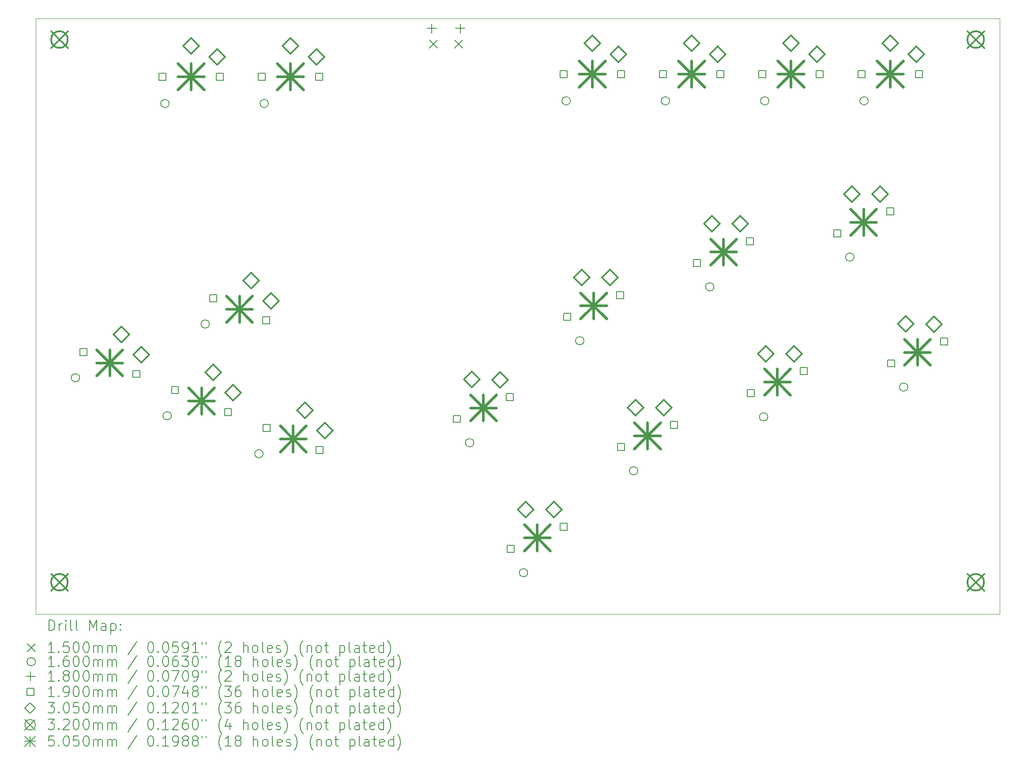
<source format=gbr>
%TF.GenerationSoftware,KiCad,Pcbnew,7.0.5*%
%TF.CreationDate,2023-08-11T22:31:06-05:00*%
%TF.ProjectId,ArkeyV2,41726b65-7956-4322-9e6b-696361645f70,rev?*%
%TF.SameCoordinates,Original*%
%TF.FileFunction,Drillmap*%
%TF.FilePolarity,Positive*%
%FSLAX45Y45*%
G04 Gerber Fmt 4.5, Leading zero omitted, Abs format (unit mm)*
G04 Created by KiCad (PCBNEW 7.0.5) date 2023-08-11 22:31:06*
%MOMM*%
%LPD*%
G01*
G04 APERTURE LIST*
%ADD10C,0.100000*%
%ADD11C,0.200000*%
%ADD12C,0.150000*%
%ADD13C,0.160000*%
%ADD14C,0.180000*%
%ADD15C,0.190000*%
%ADD16C,0.305000*%
%ADD17C,0.320000*%
%ADD18C,0.505000*%
G04 APERTURE END LIST*
D10*
X6400800Y-2641600D02*
X24892000Y-2641600D01*
X24892000Y-14071600D01*
X6400800Y-14071600D01*
X6400800Y-2641600D01*
D11*
D12*
X13957300Y-3060400D02*
X14107300Y-3210400D01*
X14107300Y-3060400D02*
X13957300Y-3210400D01*
X14442300Y-3060400D02*
X14592300Y-3210400D01*
X14592300Y-3060400D02*
X14442300Y-3210400D01*
D13*
X7244242Y-9537759D02*
G75*
G03*
X7244242Y-9537759I-80000J0D01*
G01*
X8961400Y-4274200D02*
G75*
G03*
X8961400Y-4274200I-80000J0D01*
G01*
X9004233Y-10266771D02*
G75*
G03*
X9004233Y-10266771I-80000J0D01*
G01*
X9733245Y-8506780D02*
G75*
G03*
X9733245Y-8506780I-80000J0D01*
G01*
X10764223Y-10995783D02*
G75*
G03*
X10764223Y-10995783I-80000J0D01*
G01*
X10866400Y-4274200D02*
G75*
G03*
X10866400Y-4274200I-80000J0D01*
G01*
X14806881Y-10784016D02*
G75*
G03*
X14806881Y-10784016I-80000J0D01*
G01*
X15840126Y-13278491D02*
G75*
G03*
X15840126Y-13278491I-80000J0D01*
G01*
X16657600Y-4223400D02*
G75*
G03*
X16657600Y-4223400I-80000J0D01*
G01*
X16918672Y-8826892D02*
G75*
G03*
X16918672Y-8826892I-80000J0D01*
G01*
X17951917Y-11321366D02*
G75*
G03*
X17951917Y-11321366I-80000J0D01*
G01*
X18562600Y-4223400D02*
G75*
G03*
X18562600Y-4223400I-80000J0D01*
G01*
X19413147Y-7793646D02*
G75*
G03*
X19413147Y-7793646I-80000J0D01*
G01*
X20446392Y-10288121D02*
G75*
G03*
X20446392Y-10288121I-80000J0D01*
G01*
X20467600Y-4223400D02*
G75*
G03*
X20467600Y-4223400I-80000J0D01*
G01*
X22098963Y-7222341D02*
G75*
G03*
X22098963Y-7222341I-80000J0D01*
G01*
X22372600Y-4223400D02*
G75*
G03*
X22372600Y-4223400I-80000J0D01*
G01*
X23132208Y-9716816D02*
G75*
G03*
X23132208Y-9716816I-80000J0D01*
G01*
D14*
X14002300Y-2742400D02*
X14002300Y-2922400D01*
X13912300Y-2832400D02*
X14092300Y-2832400D01*
X14547300Y-2742400D02*
X14547300Y-2922400D01*
X14457300Y-2832400D02*
X14637300Y-2832400D01*
D15*
X7382306Y-9110003D02*
X7382306Y-8975651D01*
X7247954Y-8975651D01*
X7247954Y-9110003D01*
X7382306Y-9110003D01*
X8398573Y-9530954D02*
X8398573Y-9396603D01*
X8264222Y-9396603D01*
X8264222Y-9530954D01*
X8398573Y-9530954D01*
X8898576Y-3826376D02*
X8898576Y-3692024D01*
X8764224Y-3692024D01*
X8764224Y-3826376D01*
X8898576Y-3826376D01*
X9142297Y-9839014D02*
X9142297Y-9704663D01*
X9007945Y-9704663D01*
X9007945Y-9839014D01*
X9142297Y-9839014D01*
X9871308Y-8079024D02*
X9871308Y-7944672D01*
X9736957Y-7944672D01*
X9736957Y-8079024D01*
X9871308Y-8079024D01*
X9998576Y-3826376D02*
X9998576Y-3692024D01*
X9864224Y-3692024D01*
X9864224Y-3826376D01*
X9998576Y-3826376D01*
X10158564Y-10259966D02*
X10158564Y-10125615D01*
X10024212Y-10125615D01*
X10024212Y-10259966D01*
X10158564Y-10259966D01*
X10803576Y-3826376D02*
X10803576Y-3692024D01*
X10669224Y-3692024D01*
X10669224Y-3826376D01*
X10803576Y-3826376D01*
X10887576Y-8499976D02*
X10887576Y-8365624D01*
X10753224Y-8365624D01*
X10753224Y-8499976D01*
X10887576Y-8499976D01*
X10902287Y-10568026D02*
X10902287Y-10433675D01*
X10767935Y-10433675D01*
X10767935Y-10568026D01*
X10902287Y-10568026D01*
X11903576Y-3826376D02*
X11903576Y-3692024D01*
X11769224Y-3692024D01*
X11769224Y-3826376D01*
X11903576Y-3826376D01*
X11918554Y-10988978D02*
X11918554Y-10854627D01*
X11784203Y-10854627D01*
X11784203Y-10988978D01*
X11918554Y-10988978D01*
X14550781Y-10394528D02*
X14550781Y-10260177D01*
X14416429Y-10260177D01*
X14416429Y-10394528D01*
X14550781Y-10394528D01*
X15567048Y-9973577D02*
X15567048Y-9839225D01*
X15432696Y-9839225D01*
X15432696Y-9973577D01*
X15567048Y-9973577D01*
X15584026Y-12889003D02*
X15584026Y-12754652D01*
X15449674Y-12754652D01*
X15449674Y-12889003D01*
X15584026Y-12889003D01*
X16594776Y-3775576D02*
X16594776Y-3641224D01*
X16460424Y-3641224D01*
X16460424Y-3775576D01*
X16594776Y-3775576D01*
X16600293Y-12468051D02*
X16600293Y-12333700D01*
X16465942Y-12333700D01*
X16465942Y-12468051D01*
X16600293Y-12468051D01*
X16662572Y-8437404D02*
X16662572Y-8303052D01*
X16528220Y-8303052D01*
X16528220Y-8437404D01*
X16662572Y-8437404D01*
X17678839Y-8016452D02*
X17678839Y-7882100D01*
X17544488Y-7882100D01*
X17544488Y-8016452D01*
X17678839Y-8016452D01*
X17694776Y-3775576D02*
X17694776Y-3641224D01*
X17560424Y-3641224D01*
X17560424Y-3775576D01*
X17694776Y-3775576D01*
X17695817Y-10931878D02*
X17695817Y-10797527D01*
X17561466Y-10797527D01*
X17561466Y-10931878D01*
X17695817Y-10931878D01*
X18499776Y-3775576D02*
X18499776Y-3641224D01*
X18365424Y-3641224D01*
X18365424Y-3775576D01*
X18499776Y-3775576D01*
X18712085Y-10510927D02*
X18712085Y-10376575D01*
X18577733Y-10376575D01*
X18577733Y-10510927D01*
X18712085Y-10510927D01*
X19157047Y-7404158D02*
X19157047Y-7269807D01*
X19022695Y-7269807D01*
X19022695Y-7404158D01*
X19157047Y-7404158D01*
X19599776Y-3775576D02*
X19599776Y-3641224D01*
X19465424Y-3641224D01*
X19465424Y-3775576D01*
X19599776Y-3775576D01*
X20173314Y-6983206D02*
X20173314Y-6848855D01*
X20038963Y-6848855D01*
X20038963Y-6983206D01*
X20173314Y-6983206D01*
X20190292Y-9898633D02*
X20190292Y-9764282D01*
X20055940Y-9764282D01*
X20055940Y-9898633D01*
X20190292Y-9898633D01*
X20404776Y-3775576D02*
X20404776Y-3641224D01*
X20270424Y-3641224D01*
X20270424Y-3775576D01*
X20404776Y-3775576D01*
X21206559Y-9477681D02*
X21206559Y-9343330D01*
X21072208Y-9343330D01*
X21072208Y-9477681D01*
X21206559Y-9477681D01*
X21504776Y-3775576D02*
X21504776Y-3641224D01*
X21370424Y-3641224D01*
X21370424Y-3775576D01*
X21504776Y-3775576D01*
X21842863Y-6832853D02*
X21842863Y-6698501D01*
X21708512Y-6698501D01*
X21708512Y-6832853D01*
X21842863Y-6832853D01*
X22309776Y-3775576D02*
X22309776Y-3641224D01*
X22175424Y-3641224D01*
X22175424Y-3775576D01*
X22309776Y-3775576D01*
X22859130Y-6411901D02*
X22859130Y-6277549D01*
X22724779Y-6277549D01*
X22724779Y-6411901D01*
X22859130Y-6411901D01*
X22876108Y-9327328D02*
X22876108Y-9192976D01*
X22741757Y-9192976D01*
X22741757Y-9327328D01*
X22876108Y-9327328D01*
X23409776Y-3775576D02*
X23409776Y-3641224D01*
X23275424Y-3641224D01*
X23275424Y-3775576D01*
X23409776Y-3775576D01*
X23892376Y-8906376D02*
X23892376Y-8772024D01*
X23758024Y-8772024D01*
X23758024Y-8906376D01*
X23892376Y-8906376D01*
D16*
X8049047Y-8860714D02*
X8201547Y-8708214D01*
X8049047Y-8555714D01*
X7896547Y-8708214D01*
X8049047Y-8860714D01*
X8430623Y-9246070D02*
X8583123Y-9093570D01*
X8430623Y-8941070D01*
X8278123Y-9093570D01*
X8430623Y-9246070D01*
X9381400Y-3321700D02*
X9533900Y-3169200D01*
X9381400Y-3016700D01*
X9228900Y-3169200D01*
X9381400Y-3321700D01*
X9809038Y-9589726D02*
X9961538Y-9437226D01*
X9809038Y-9284726D01*
X9656538Y-9437226D01*
X9809038Y-9589726D01*
X9881400Y-3531700D02*
X10033900Y-3379200D01*
X9881400Y-3226700D01*
X9728900Y-3379200D01*
X9881400Y-3531700D01*
X10190614Y-9975082D02*
X10343114Y-9822582D01*
X10190614Y-9670082D01*
X10038114Y-9822582D01*
X10190614Y-9975082D01*
X10538050Y-7829735D02*
X10690550Y-7677235D01*
X10538050Y-7524735D01*
X10385550Y-7677235D01*
X10538050Y-7829735D01*
X10919626Y-8215092D02*
X11072126Y-8062592D01*
X10919626Y-7910092D01*
X10767126Y-8062592D01*
X10919626Y-8215092D01*
X11286400Y-3321700D02*
X11438900Y-3169200D01*
X11286400Y-3016700D01*
X11133900Y-3169200D01*
X11286400Y-3321700D01*
X11569028Y-10318738D02*
X11721528Y-10166238D01*
X11569028Y-10013738D01*
X11416528Y-10166238D01*
X11569028Y-10318738D01*
X11786400Y-3531700D02*
X11938900Y-3379200D01*
X11786400Y-3226700D01*
X11633900Y-3379200D01*
X11786400Y-3531700D01*
X11950604Y-10704094D02*
X12103104Y-10551594D01*
X11950604Y-10399094D01*
X11798104Y-10551594D01*
X11950604Y-10704094D01*
X14765955Y-9724288D02*
X14918455Y-9571788D01*
X14765955Y-9419288D01*
X14613455Y-9571788D01*
X14765955Y-9724288D01*
X15308259Y-9726961D02*
X15460759Y-9574461D01*
X15308259Y-9421961D01*
X15155759Y-9574461D01*
X15308259Y-9726961D01*
X15799201Y-12218763D02*
X15951701Y-12066263D01*
X15799201Y-11913763D01*
X15646701Y-12066263D01*
X15799201Y-12218763D01*
X16341504Y-12221436D02*
X16494004Y-12068936D01*
X16341504Y-11916436D01*
X16189004Y-12068936D01*
X16341504Y-12221436D01*
X16877747Y-7767163D02*
X17030247Y-7614663D01*
X16877747Y-7462163D01*
X16725247Y-7614663D01*
X16877747Y-7767163D01*
X17077600Y-3270900D02*
X17230100Y-3118400D01*
X17077600Y-2965900D01*
X16925100Y-3118400D01*
X17077600Y-3270900D01*
X17420050Y-7769836D02*
X17572550Y-7617336D01*
X17420050Y-7464836D01*
X17267550Y-7617336D01*
X17420050Y-7769836D01*
X17577600Y-3480900D02*
X17730100Y-3328400D01*
X17577600Y-3175900D01*
X17425100Y-3328400D01*
X17577600Y-3480900D01*
X17910992Y-10261638D02*
X18063492Y-10109138D01*
X17910992Y-9956638D01*
X17758492Y-10109138D01*
X17910992Y-10261638D01*
X18453295Y-10264311D02*
X18605795Y-10111811D01*
X18453295Y-9959311D01*
X18300795Y-10111811D01*
X18453295Y-10264311D01*
X18982600Y-3270900D02*
X19135100Y-3118400D01*
X18982600Y-2965900D01*
X18830100Y-3118400D01*
X18982600Y-3270900D01*
X19372221Y-6733918D02*
X19524721Y-6581418D01*
X19372221Y-6428918D01*
X19219721Y-6581418D01*
X19372221Y-6733918D01*
X19482600Y-3480900D02*
X19635100Y-3328400D01*
X19482600Y-3175900D01*
X19330100Y-3328400D01*
X19482600Y-3480900D01*
X19914525Y-6736591D02*
X20067025Y-6584091D01*
X19914525Y-6431591D01*
X19762025Y-6584091D01*
X19914525Y-6736591D01*
X20405467Y-9228393D02*
X20557967Y-9075893D01*
X20405467Y-8923393D01*
X20252967Y-9075893D01*
X20405467Y-9228393D01*
X20887600Y-3270900D02*
X21040100Y-3118400D01*
X20887600Y-2965900D01*
X20735100Y-3118400D01*
X20887600Y-3270900D01*
X20947770Y-9231066D02*
X21100270Y-9078566D01*
X20947770Y-8926066D01*
X20795270Y-9078566D01*
X20947770Y-9231066D01*
X21387600Y-3480900D02*
X21540100Y-3328400D01*
X21387600Y-3175900D01*
X21235100Y-3328400D01*
X21387600Y-3480900D01*
X22058038Y-6162612D02*
X22210538Y-6010112D01*
X22058038Y-5857612D01*
X21905538Y-6010112D01*
X22058038Y-6162612D01*
X22600341Y-6165285D02*
X22752841Y-6012785D01*
X22600341Y-5860285D01*
X22447841Y-6012785D01*
X22600341Y-6165285D01*
X22792600Y-3270900D02*
X22945100Y-3118400D01*
X22792600Y-2965900D01*
X22640100Y-3118400D01*
X22792600Y-3270900D01*
X23091283Y-8657087D02*
X23243783Y-8504587D01*
X23091283Y-8352087D01*
X22938783Y-8504587D01*
X23091283Y-8657087D01*
X23292600Y-3480900D02*
X23445100Y-3328400D01*
X23292600Y-3175900D01*
X23140100Y-3328400D01*
X23292600Y-3480900D01*
X23633586Y-8659760D02*
X23786086Y-8507260D01*
X23633586Y-8354760D01*
X23481086Y-8507260D01*
X23633586Y-8659760D01*
D17*
X6698000Y-2888000D02*
X7018000Y-3208000D01*
X7018000Y-2888000D02*
X6698000Y-3208000D01*
X7018000Y-3048000D02*
G75*
G03*
X7018000Y-3048000I-160000J0D01*
G01*
X6698000Y-13302000D02*
X7018000Y-13622000D01*
X7018000Y-13302000D02*
X6698000Y-13622000D01*
X7018000Y-13462000D02*
G75*
G03*
X7018000Y-13462000I-160000J0D01*
G01*
X24274800Y-2888000D02*
X24594800Y-3208000D01*
X24594800Y-2888000D02*
X24274800Y-3208000D01*
X24594800Y-3048000D02*
G75*
G03*
X24594800Y-3048000I-160000J0D01*
G01*
X24274800Y-13302000D02*
X24594800Y-13622000D01*
X24594800Y-13302000D02*
X24274800Y-13622000D01*
X24594800Y-13462000D02*
G75*
G03*
X24594800Y-13462000I-160000J0D01*
G01*
D18*
X7570764Y-9000803D02*
X8075764Y-9505803D01*
X8075764Y-9000803D02*
X7570764Y-9505803D01*
X7823264Y-9000803D02*
X7823264Y-9505803D01*
X7570764Y-9253303D02*
X8075764Y-9253303D01*
X9128900Y-3506700D02*
X9633900Y-4011700D01*
X9633900Y-3506700D02*
X9128900Y-4011700D01*
X9381400Y-3506700D02*
X9381400Y-4011700D01*
X9128900Y-3759200D02*
X9633900Y-3759200D01*
X9330754Y-9729815D02*
X9835754Y-10234815D01*
X9835754Y-9729815D02*
X9330754Y-10234815D01*
X9583254Y-9729815D02*
X9583254Y-10234815D01*
X9330754Y-9982315D02*
X9835754Y-9982315D01*
X10059766Y-7969824D02*
X10564766Y-8474824D01*
X10564766Y-7969824D02*
X10059766Y-8474824D01*
X10312266Y-7969824D02*
X10312266Y-8474824D01*
X10059766Y-8222324D02*
X10564766Y-8222324D01*
X11033900Y-3506700D02*
X11538900Y-4011700D01*
X11538900Y-3506700D02*
X11033900Y-4011700D01*
X11286400Y-3506700D02*
X11286400Y-4011700D01*
X11033900Y-3759200D02*
X11538900Y-3759200D01*
X11090745Y-10458827D02*
X11595745Y-10963827D01*
X11595745Y-10458827D02*
X11090745Y-10963827D01*
X11343245Y-10458827D02*
X11343245Y-10963827D01*
X11090745Y-10711327D02*
X11595745Y-10711327D01*
X14739239Y-9864377D02*
X15244239Y-10369377D01*
X15244239Y-9864377D02*
X14739239Y-10369377D01*
X14991739Y-9864377D02*
X14991739Y-10369377D01*
X14739239Y-10116877D02*
X15244239Y-10116877D01*
X15772484Y-12358851D02*
X16277484Y-12863851D01*
X16277484Y-12358851D02*
X15772484Y-12863851D01*
X16024984Y-12358851D02*
X16024984Y-12863851D01*
X15772484Y-12611351D02*
X16277484Y-12611351D01*
X16825100Y-3455900D02*
X17330100Y-3960900D01*
X17330100Y-3455900D02*
X16825100Y-3960900D01*
X17077600Y-3455900D02*
X17077600Y-3960900D01*
X16825100Y-3708400D02*
X17330100Y-3708400D01*
X16851030Y-7907252D02*
X17356030Y-8412252D01*
X17356030Y-7907252D02*
X16851030Y-8412252D01*
X17103530Y-7907252D02*
X17103530Y-8412252D01*
X16851030Y-8159752D02*
X17356030Y-8159752D01*
X17884275Y-10401727D02*
X18389275Y-10906727D01*
X18389275Y-10401727D02*
X17884275Y-10906727D01*
X18136775Y-10401727D02*
X18136775Y-10906727D01*
X17884275Y-10654227D02*
X18389275Y-10654227D01*
X18730100Y-3455900D02*
X19235100Y-3960900D01*
X19235100Y-3455900D02*
X18730100Y-3960900D01*
X18982600Y-3455900D02*
X18982600Y-3960900D01*
X18730100Y-3708400D02*
X19235100Y-3708400D01*
X19345505Y-6874007D02*
X19850505Y-7379007D01*
X19850505Y-6874007D02*
X19345505Y-7379007D01*
X19598005Y-6874007D02*
X19598005Y-7379007D01*
X19345505Y-7126507D02*
X19850505Y-7126507D01*
X20378750Y-9368481D02*
X20883750Y-9873481D01*
X20883750Y-9368481D02*
X20378750Y-9873481D01*
X20631250Y-9368481D02*
X20631250Y-9873481D01*
X20378750Y-9620981D02*
X20883750Y-9620981D01*
X20635100Y-3455900D02*
X21140100Y-3960900D01*
X21140100Y-3455900D02*
X20635100Y-3960900D01*
X20887600Y-3455900D02*
X20887600Y-3960900D01*
X20635100Y-3708400D02*
X21140100Y-3708400D01*
X22031321Y-6302701D02*
X22536321Y-6807701D01*
X22536321Y-6302701D02*
X22031321Y-6807701D01*
X22283821Y-6302701D02*
X22283821Y-6807701D01*
X22031321Y-6555201D02*
X22536321Y-6555201D01*
X22540100Y-3455900D02*
X23045100Y-3960900D01*
X23045100Y-3455900D02*
X22540100Y-3960900D01*
X22792600Y-3455900D02*
X22792600Y-3960900D01*
X22540100Y-3708400D02*
X23045100Y-3708400D01*
X23064566Y-8797176D02*
X23569566Y-9302176D01*
X23569566Y-8797176D02*
X23064566Y-9302176D01*
X23317066Y-8797176D02*
X23317066Y-9302176D01*
X23064566Y-9049676D02*
X23569566Y-9049676D01*
D11*
X6656577Y-14388084D02*
X6656577Y-14188084D01*
X6656577Y-14188084D02*
X6704196Y-14188084D01*
X6704196Y-14188084D02*
X6732767Y-14197608D01*
X6732767Y-14197608D02*
X6751815Y-14216655D01*
X6751815Y-14216655D02*
X6761339Y-14235703D01*
X6761339Y-14235703D02*
X6770862Y-14273798D01*
X6770862Y-14273798D02*
X6770862Y-14302369D01*
X6770862Y-14302369D02*
X6761339Y-14340465D01*
X6761339Y-14340465D02*
X6751815Y-14359512D01*
X6751815Y-14359512D02*
X6732767Y-14378560D01*
X6732767Y-14378560D02*
X6704196Y-14388084D01*
X6704196Y-14388084D02*
X6656577Y-14388084D01*
X6856577Y-14388084D02*
X6856577Y-14254750D01*
X6856577Y-14292846D02*
X6866101Y-14273798D01*
X6866101Y-14273798D02*
X6875624Y-14264274D01*
X6875624Y-14264274D02*
X6894672Y-14254750D01*
X6894672Y-14254750D02*
X6913720Y-14254750D01*
X6980386Y-14388084D02*
X6980386Y-14254750D01*
X6980386Y-14188084D02*
X6970862Y-14197608D01*
X6970862Y-14197608D02*
X6980386Y-14207131D01*
X6980386Y-14207131D02*
X6989910Y-14197608D01*
X6989910Y-14197608D02*
X6980386Y-14188084D01*
X6980386Y-14188084D02*
X6980386Y-14207131D01*
X7104196Y-14388084D02*
X7085148Y-14378560D01*
X7085148Y-14378560D02*
X7075624Y-14359512D01*
X7075624Y-14359512D02*
X7075624Y-14188084D01*
X7208958Y-14388084D02*
X7189910Y-14378560D01*
X7189910Y-14378560D02*
X7180386Y-14359512D01*
X7180386Y-14359512D02*
X7180386Y-14188084D01*
X7437529Y-14388084D02*
X7437529Y-14188084D01*
X7437529Y-14188084D02*
X7504196Y-14330941D01*
X7504196Y-14330941D02*
X7570862Y-14188084D01*
X7570862Y-14188084D02*
X7570862Y-14388084D01*
X7751815Y-14388084D02*
X7751815Y-14283322D01*
X7751815Y-14283322D02*
X7742291Y-14264274D01*
X7742291Y-14264274D02*
X7723243Y-14254750D01*
X7723243Y-14254750D02*
X7685148Y-14254750D01*
X7685148Y-14254750D02*
X7666101Y-14264274D01*
X7751815Y-14378560D02*
X7732767Y-14388084D01*
X7732767Y-14388084D02*
X7685148Y-14388084D01*
X7685148Y-14388084D02*
X7666101Y-14378560D01*
X7666101Y-14378560D02*
X7656577Y-14359512D01*
X7656577Y-14359512D02*
X7656577Y-14340465D01*
X7656577Y-14340465D02*
X7666101Y-14321417D01*
X7666101Y-14321417D02*
X7685148Y-14311893D01*
X7685148Y-14311893D02*
X7732767Y-14311893D01*
X7732767Y-14311893D02*
X7751815Y-14302369D01*
X7847053Y-14254750D02*
X7847053Y-14454750D01*
X7847053Y-14264274D02*
X7866101Y-14254750D01*
X7866101Y-14254750D02*
X7904196Y-14254750D01*
X7904196Y-14254750D02*
X7923243Y-14264274D01*
X7923243Y-14264274D02*
X7932767Y-14273798D01*
X7932767Y-14273798D02*
X7942291Y-14292846D01*
X7942291Y-14292846D02*
X7942291Y-14349988D01*
X7942291Y-14349988D02*
X7932767Y-14369036D01*
X7932767Y-14369036D02*
X7923243Y-14378560D01*
X7923243Y-14378560D02*
X7904196Y-14388084D01*
X7904196Y-14388084D02*
X7866101Y-14388084D01*
X7866101Y-14388084D02*
X7847053Y-14378560D01*
X8028005Y-14369036D02*
X8037529Y-14378560D01*
X8037529Y-14378560D02*
X8028005Y-14388084D01*
X8028005Y-14388084D02*
X8018482Y-14378560D01*
X8018482Y-14378560D02*
X8028005Y-14369036D01*
X8028005Y-14369036D02*
X8028005Y-14388084D01*
X8028005Y-14264274D02*
X8037529Y-14273798D01*
X8037529Y-14273798D02*
X8028005Y-14283322D01*
X8028005Y-14283322D02*
X8018482Y-14273798D01*
X8018482Y-14273798D02*
X8028005Y-14264274D01*
X8028005Y-14264274D02*
X8028005Y-14283322D01*
D12*
X6245800Y-14641600D02*
X6395800Y-14791600D01*
X6395800Y-14641600D02*
X6245800Y-14791600D01*
D11*
X6761339Y-14808084D02*
X6647053Y-14808084D01*
X6704196Y-14808084D02*
X6704196Y-14608084D01*
X6704196Y-14608084D02*
X6685148Y-14636655D01*
X6685148Y-14636655D02*
X6666101Y-14655703D01*
X6666101Y-14655703D02*
X6647053Y-14665227D01*
X6847053Y-14789036D02*
X6856577Y-14798560D01*
X6856577Y-14798560D02*
X6847053Y-14808084D01*
X6847053Y-14808084D02*
X6837529Y-14798560D01*
X6837529Y-14798560D02*
X6847053Y-14789036D01*
X6847053Y-14789036D02*
X6847053Y-14808084D01*
X7037529Y-14608084D02*
X6942291Y-14608084D01*
X6942291Y-14608084D02*
X6932767Y-14703322D01*
X6932767Y-14703322D02*
X6942291Y-14693798D01*
X6942291Y-14693798D02*
X6961339Y-14684274D01*
X6961339Y-14684274D02*
X7008958Y-14684274D01*
X7008958Y-14684274D02*
X7028005Y-14693798D01*
X7028005Y-14693798D02*
X7037529Y-14703322D01*
X7037529Y-14703322D02*
X7047053Y-14722369D01*
X7047053Y-14722369D02*
X7047053Y-14769988D01*
X7047053Y-14769988D02*
X7037529Y-14789036D01*
X7037529Y-14789036D02*
X7028005Y-14798560D01*
X7028005Y-14798560D02*
X7008958Y-14808084D01*
X7008958Y-14808084D02*
X6961339Y-14808084D01*
X6961339Y-14808084D02*
X6942291Y-14798560D01*
X6942291Y-14798560D02*
X6932767Y-14789036D01*
X7170862Y-14608084D02*
X7189910Y-14608084D01*
X7189910Y-14608084D02*
X7208958Y-14617608D01*
X7208958Y-14617608D02*
X7218482Y-14627131D01*
X7218482Y-14627131D02*
X7228005Y-14646179D01*
X7228005Y-14646179D02*
X7237529Y-14684274D01*
X7237529Y-14684274D02*
X7237529Y-14731893D01*
X7237529Y-14731893D02*
X7228005Y-14769988D01*
X7228005Y-14769988D02*
X7218482Y-14789036D01*
X7218482Y-14789036D02*
X7208958Y-14798560D01*
X7208958Y-14798560D02*
X7189910Y-14808084D01*
X7189910Y-14808084D02*
X7170862Y-14808084D01*
X7170862Y-14808084D02*
X7151815Y-14798560D01*
X7151815Y-14798560D02*
X7142291Y-14789036D01*
X7142291Y-14789036D02*
X7132767Y-14769988D01*
X7132767Y-14769988D02*
X7123243Y-14731893D01*
X7123243Y-14731893D02*
X7123243Y-14684274D01*
X7123243Y-14684274D02*
X7132767Y-14646179D01*
X7132767Y-14646179D02*
X7142291Y-14627131D01*
X7142291Y-14627131D02*
X7151815Y-14617608D01*
X7151815Y-14617608D02*
X7170862Y-14608084D01*
X7361339Y-14608084D02*
X7380386Y-14608084D01*
X7380386Y-14608084D02*
X7399434Y-14617608D01*
X7399434Y-14617608D02*
X7408958Y-14627131D01*
X7408958Y-14627131D02*
X7418482Y-14646179D01*
X7418482Y-14646179D02*
X7428005Y-14684274D01*
X7428005Y-14684274D02*
X7428005Y-14731893D01*
X7428005Y-14731893D02*
X7418482Y-14769988D01*
X7418482Y-14769988D02*
X7408958Y-14789036D01*
X7408958Y-14789036D02*
X7399434Y-14798560D01*
X7399434Y-14798560D02*
X7380386Y-14808084D01*
X7380386Y-14808084D02*
X7361339Y-14808084D01*
X7361339Y-14808084D02*
X7342291Y-14798560D01*
X7342291Y-14798560D02*
X7332767Y-14789036D01*
X7332767Y-14789036D02*
X7323243Y-14769988D01*
X7323243Y-14769988D02*
X7313720Y-14731893D01*
X7313720Y-14731893D02*
X7313720Y-14684274D01*
X7313720Y-14684274D02*
X7323243Y-14646179D01*
X7323243Y-14646179D02*
X7332767Y-14627131D01*
X7332767Y-14627131D02*
X7342291Y-14617608D01*
X7342291Y-14617608D02*
X7361339Y-14608084D01*
X7513720Y-14808084D02*
X7513720Y-14674750D01*
X7513720Y-14693798D02*
X7523243Y-14684274D01*
X7523243Y-14684274D02*
X7542291Y-14674750D01*
X7542291Y-14674750D02*
X7570863Y-14674750D01*
X7570863Y-14674750D02*
X7589910Y-14684274D01*
X7589910Y-14684274D02*
X7599434Y-14703322D01*
X7599434Y-14703322D02*
X7599434Y-14808084D01*
X7599434Y-14703322D02*
X7608958Y-14684274D01*
X7608958Y-14684274D02*
X7628005Y-14674750D01*
X7628005Y-14674750D02*
X7656577Y-14674750D01*
X7656577Y-14674750D02*
X7675624Y-14684274D01*
X7675624Y-14684274D02*
X7685148Y-14703322D01*
X7685148Y-14703322D02*
X7685148Y-14808084D01*
X7780386Y-14808084D02*
X7780386Y-14674750D01*
X7780386Y-14693798D02*
X7789910Y-14684274D01*
X7789910Y-14684274D02*
X7808958Y-14674750D01*
X7808958Y-14674750D02*
X7837529Y-14674750D01*
X7837529Y-14674750D02*
X7856577Y-14684274D01*
X7856577Y-14684274D02*
X7866101Y-14703322D01*
X7866101Y-14703322D02*
X7866101Y-14808084D01*
X7866101Y-14703322D02*
X7875624Y-14684274D01*
X7875624Y-14684274D02*
X7894672Y-14674750D01*
X7894672Y-14674750D02*
X7923243Y-14674750D01*
X7923243Y-14674750D02*
X7942291Y-14684274D01*
X7942291Y-14684274D02*
X7951815Y-14703322D01*
X7951815Y-14703322D02*
X7951815Y-14808084D01*
X8342291Y-14598560D02*
X8170863Y-14855703D01*
X8599434Y-14608084D02*
X8618482Y-14608084D01*
X8618482Y-14608084D02*
X8637529Y-14617608D01*
X8637529Y-14617608D02*
X8647053Y-14627131D01*
X8647053Y-14627131D02*
X8656577Y-14646179D01*
X8656577Y-14646179D02*
X8666101Y-14684274D01*
X8666101Y-14684274D02*
X8666101Y-14731893D01*
X8666101Y-14731893D02*
X8656577Y-14769988D01*
X8656577Y-14769988D02*
X8647053Y-14789036D01*
X8647053Y-14789036D02*
X8637529Y-14798560D01*
X8637529Y-14798560D02*
X8618482Y-14808084D01*
X8618482Y-14808084D02*
X8599434Y-14808084D01*
X8599434Y-14808084D02*
X8580387Y-14798560D01*
X8580387Y-14798560D02*
X8570863Y-14789036D01*
X8570863Y-14789036D02*
X8561339Y-14769988D01*
X8561339Y-14769988D02*
X8551815Y-14731893D01*
X8551815Y-14731893D02*
X8551815Y-14684274D01*
X8551815Y-14684274D02*
X8561339Y-14646179D01*
X8561339Y-14646179D02*
X8570863Y-14627131D01*
X8570863Y-14627131D02*
X8580387Y-14617608D01*
X8580387Y-14617608D02*
X8599434Y-14608084D01*
X8751815Y-14789036D02*
X8761339Y-14798560D01*
X8761339Y-14798560D02*
X8751815Y-14808084D01*
X8751815Y-14808084D02*
X8742291Y-14798560D01*
X8742291Y-14798560D02*
X8751815Y-14789036D01*
X8751815Y-14789036D02*
X8751815Y-14808084D01*
X8885148Y-14608084D02*
X8904196Y-14608084D01*
X8904196Y-14608084D02*
X8923244Y-14617608D01*
X8923244Y-14617608D02*
X8932768Y-14627131D01*
X8932768Y-14627131D02*
X8942291Y-14646179D01*
X8942291Y-14646179D02*
X8951815Y-14684274D01*
X8951815Y-14684274D02*
X8951815Y-14731893D01*
X8951815Y-14731893D02*
X8942291Y-14769988D01*
X8942291Y-14769988D02*
X8932768Y-14789036D01*
X8932768Y-14789036D02*
X8923244Y-14798560D01*
X8923244Y-14798560D02*
X8904196Y-14808084D01*
X8904196Y-14808084D02*
X8885148Y-14808084D01*
X8885148Y-14808084D02*
X8866101Y-14798560D01*
X8866101Y-14798560D02*
X8856577Y-14789036D01*
X8856577Y-14789036D02*
X8847053Y-14769988D01*
X8847053Y-14769988D02*
X8837529Y-14731893D01*
X8837529Y-14731893D02*
X8837529Y-14684274D01*
X8837529Y-14684274D02*
X8847053Y-14646179D01*
X8847053Y-14646179D02*
X8856577Y-14627131D01*
X8856577Y-14627131D02*
X8866101Y-14617608D01*
X8866101Y-14617608D02*
X8885148Y-14608084D01*
X9132768Y-14608084D02*
X9037529Y-14608084D01*
X9037529Y-14608084D02*
X9028006Y-14703322D01*
X9028006Y-14703322D02*
X9037529Y-14693798D01*
X9037529Y-14693798D02*
X9056577Y-14684274D01*
X9056577Y-14684274D02*
X9104196Y-14684274D01*
X9104196Y-14684274D02*
X9123244Y-14693798D01*
X9123244Y-14693798D02*
X9132768Y-14703322D01*
X9132768Y-14703322D02*
X9142291Y-14722369D01*
X9142291Y-14722369D02*
X9142291Y-14769988D01*
X9142291Y-14769988D02*
X9132768Y-14789036D01*
X9132768Y-14789036D02*
X9123244Y-14798560D01*
X9123244Y-14798560D02*
X9104196Y-14808084D01*
X9104196Y-14808084D02*
X9056577Y-14808084D01*
X9056577Y-14808084D02*
X9037529Y-14798560D01*
X9037529Y-14798560D02*
X9028006Y-14789036D01*
X9237529Y-14808084D02*
X9275625Y-14808084D01*
X9275625Y-14808084D02*
X9294672Y-14798560D01*
X9294672Y-14798560D02*
X9304196Y-14789036D01*
X9304196Y-14789036D02*
X9323244Y-14760465D01*
X9323244Y-14760465D02*
X9332768Y-14722369D01*
X9332768Y-14722369D02*
X9332768Y-14646179D01*
X9332768Y-14646179D02*
X9323244Y-14627131D01*
X9323244Y-14627131D02*
X9313720Y-14617608D01*
X9313720Y-14617608D02*
X9294672Y-14608084D01*
X9294672Y-14608084D02*
X9256577Y-14608084D01*
X9256577Y-14608084D02*
X9237529Y-14617608D01*
X9237529Y-14617608D02*
X9228006Y-14627131D01*
X9228006Y-14627131D02*
X9218482Y-14646179D01*
X9218482Y-14646179D02*
X9218482Y-14693798D01*
X9218482Y-14693798D02*
X9228006Y-14712846D01*
X9228006Y-14712846D02*
X9237529Y-14722369D01*
X9237529Y-14722369D02*
X9256577Y-14731893D01*
X9256577Y-14731893D02*
X9294672Y-14731893D01*
X9294672Y-14731893D02*
X9313720Y-14722369D01*
X9313720Y-14722369D02*
X9323244Y-14712846D01*
X9323244Y-14712846D02*
X9332768Y-14693798D01*
X9523244Y-14808084D02*
X9408958Y-14808084D01*
X9466101Y-14808084D02*
X9466101Y-14608084D01*
X9466101Y-14608084D02*
X9447053Y-14636655D01*
X9447053Y-14636655D02*
X9428006Y-14655703D01*
X9428006Y-14655703D02*
X9408958Y-14665227D01*
X9599434Y-14608084D02*
X9599434Y-14646179D01*
X9675625Y-14608084D02*
X9675625Y-14646179D01*
X9970863Y-14884274D02*
X9961339Y-14874750D01*
X9961339Y-14874750D02*
X9942291Y-14846179D01*
X9942291Y-14846179D02*
X9932768Y-14827131D01*
X9932768Y-14827131D02*
X9923244Y-14798560D01*
X9923244Y-14798560D02*
X9913720Y-14750941D01*
X9913720Y-14750941D02*
X9913720Y-14712846D01*
X9913720Y-14712846D02*
X9923244Y-14665227D01*
X9923244Y-14665227D02*
X9932768Y-14636655D01*
X9932768Y-14636655D02*
X9942291Y-14617608D01*
X9942291Y-14617608D02*
X9961339Y-14589036D01*
X9961339Y-14589036D02*
X9970863Y-14579512D01*
X10037530Y-14627131D02*
X10047053Y-14617608D01*
X10047053Y-14617608D02*
X10066101Y-14608084D01*
X10066101Y-14608084D02*
X10113720Y-14608084D01*
X10113720Y-14608084D02*
X10132768Y-14617608D01*
X10132768Y-14617608D02*
X10142291Y-14627131D01*
X10142291Y-14627131D02*
X10151815Y-14646179D01*
X10151815Y-14646179D02*
X10151815Y-14665227D01*
X10151815Y-14665227D02*
X10142291Y-14693798D01*
X10142291Y-14693798D02*
X10028006Y-14808084D01*
X10028006Y-14808084D02*
X10151815Y-14808084D01*
X10389911Y-14808084D02*
X10389911Y-14608084D01*
X10475625Y-14808084D02*
X10475625Y-14703322D01*
X10475625Y-14703322D02*
X10466101Y-14684274D01*
X10466101Y-14684274D02*
X10447053Y-14674750D01*
X10447053Y-14674750D02*
X10418482Y-14674750D01*
X10418482Y-14674750D02*
X10399434Y-14684274D01*
X10399434Y-14684274D02*
X10389911Y-14693798D01*
X10599434Y-14808084D02*
X10580387Y-14798560D01*
X10580387Y-14798560D02*
X10570863Y-14789036D01*
X10570863Y-14789036D02*
X10561339Y-14769988D01*
X10561339Y-14769988D02*
X10561339Y-14712846D01*
X10561339Y-14712846D02*
X10570863Y-14693798D01*
X10570863Y-14693798D02*
X10580387Y-14684274D01*
X10580387Y-14684274D02*
X10599434Y-14674750D01*
X10599434Y-14674750D02*
X10628006Y-14674750D01*
X10628006Y-14674750D02*
X10647053Y-14684274D01*
X10647053Y-14684274D02*
X10656577Y-14693798D01*
X10656577Y-14693798D02*
X10666101Y-14712846D01*
X10666101Y-14712846D02*
X10666101Y-14769988D01*
X10666101Y-14769988D02*
X10656577Y-14789036D01*
X10656577Y-14789036D02*
X10647053Y-14798560D01*
X10647053Y-14798560D02*
X10628006Y-14808084D01*
X10628006Y-14808084D02*
X10599434Y-14808084D01*
X10780387Y-14808084D02*
X10761339Y-14798560D01*
X10761339Y-14798560D02*
X10751815Y-14779512D01*
X10751815Y-14779512D02*
X10751815Y-14608084D01*
X10932768Y-14798560D02*
X10913720Y-14808084D01*
X10913720Y-14808084D02*
X10875625Y-14808084D01*
X10875625Y-14808084D02*
X10856577Y-14798560D01*
X10856577Y-14798560D02*
X10847053Y-14779512D01*
X10847053Y-14779512D02*
X10847053Y-14703322D01*
X10847053Y-14703322D02*
X10856577Y-14684274D01*
X10856577Y-14684274D02*
X10875625Y-14674750D01*
X10875625Y-14674750D02*
X10913720Y-14674750D01*
X10913720Y-14674750D02*
X10932768Y-14684274D01*
X10932768Y-14684274D02*
X10942292Y-14703322D01*
X10942292Y-14703322D02*
X10942292Y-14722369D01*
X10942292Y-14722369D02*
X10847053Y-14741417D01*
X11018482Y-14798560D02*
X11037530Y-14808084D01*
X11037530Y-14808084D02*
X11075625Y-14808084D01*
X11075625Y-14808084D02*
X11094673Y-14798560D01*
X11094673Y-14798560D02*
X11104196Y-14779512D01*
X11104196Y-14779512D02*
X11104196Y-14769988D01*
X11104196Y-14769988D02*
X11094673Y-14750941D01*
X11094673Y-14750941D02*
X11075625Y-14741417D01*
X11075625Y-14741417D02*
X11047053Y-14741417D01*
X11047053Y-14741417D02*
X11028006Y-14731893D01*
X11028006Y-14731893D02*
X11018482Y-14712846D01*
X11018482Y-14712846D02*
X11018482Y-14703322D01*
X11018482Y-14703322D02*
X11028006Y-14684274D01*
X11028006Y-14684274D02*
X11047053Y-14674750D01*
X11047053Y-14674750D02*
X11075625Y-14674750D01*
X11075625Y-14674750D02*
X11094673Y-14684274D01*
X11170863Y-14884274D02*
X11180387Y-14874750D01*
X11180387Y-14874750D02*
X11199434Y-14846179D01*
X11199434Y-14846179D02*
X11208958Y-14827131D01*
X11208958Y-14827131D02*
X11218482Y-14798560D01*
X11218482Y-14798560D02*
X11228006Y-14750941D01*
X11228006Y-14750941D02*
X11228006Y-14712846D01*
X11228006Y-14712846D02*
X11218482Y-14665227D01*
X11218482Y-14665227D02*
X11208958Y-14636655D01*
X11208958Y-14636655D02*
X11199434Y-14617608D01*
X11199434Y-14617608D02*
X11180387Y-14589036D01*
X11180387Y-14589036D02*
X11170863Y-14579512D01*
X11532768Y-14884274D02*
X11523244Y-14874750D01*
X11523244Y-14874750D02*
X11504196Y-14846179D01*
X11504196Y-14846179D02*
X11494672Y-14827131D01*
X11494672Y-14827131D02*
X11485149Y-14798560D01*
X11485149Y-14798560D02*
X11475625Y-14750941D01*
X11475625Y-14750941D02*
X11475625Y-14712846D01*
X11475625Y-14712846D02*
X11485149Y-14665227D01*
X11485149Y-14665227D02*
X11494672Y-14636655D01*
X11494672Y-14636655D02*
X11504196Y-14617608D01*
X11504196Y-14617608D02*
X11523244Y-14589036D01*
X11523244Y-14589036D02*
X11532768Y-14579512D01*
X11608958Y-14674750D02*
X11608958Y-14808084D01*
X11608958Y-14693798D02*
X11618482Y-14684274D01*
X11618482Y-14684274D02*
X11637530Y-14674750D01*
X11637530Y-14674750D02*
X11666101Y-14674750D01*
X11666101Y-14674750D02*
X11685149Y-14684274D01*
X11685149Y-14684274D02*
X11694672Y-14703322D01*
X11694672Y-14703322D02*
X11694672Y-14808084D01*
X11818482Y-14808084D02*
X11799434Y-14798560D01*
X11799434Y-14798560D02*
X11789911Y-14789036D01*
X11789911Y-14789036D02*
X11780387Y-14769988D01*
X11780387Y-14769988D02*
X11780387Y-14712846D01*
X11780387Y-14712846D02*
X11789911Y-14693798D01*
X11789911Y-14693798D02*
X11799434Y-14684274D01*
X11799434Y-14684274D02*
X11818482Y-14674750D01*
X11818482Y-14674750D02*
X11847053Y-14674750D01*
X11847053Y-14674750D02*
X11866101Y-14684274D01*
X11866101Y-14684274D02*
X11875625Y-14693798D01*
X11875625Y-14693798D02*
X11885149Y-14712846D01*
X11885149Y-14712846D02*
X11885149Y-14769988D01*
X11885149Y-14769988D02*
X11875625Y-14789036D01*
X11875625Y-14789036D02*
X11866101Y-14798560D01*
X11866101Y-14798560D02*
X11847053Y-14808084D01*
X11847053Y-14808084D02*
X11818482Y-14808084D01*
X11942292Y-14674750D02*
X12018482Y-14674750D01*
X11970863Y-14608084D02*
X11970863Y-14779512D01*
X11970863Y-14779512D02*
X11980387Y-14798560D01*
X11980387Y-14798560D02*
X11999434Y-14808084D01*
X11999434Y-14808084D02*
X12018482Y-14808084D01*
X12237530Y-14674750D02*
X12237530Y-14874750D01*
X12237530Y-14684274D02*
X12256577Y-14674750D01*
X12256577Y-14674750D02*
X12294673Y-14674750D01*
X12294673Y-14674750D02*
X12313720Y-14684274D01*
X12313720Y-14684274D02*
X12323244Y-14693798D01*
X12323244Y-14693798D02*
X12332768Y-14712846D01*
X12332768Y-14712846D02*
X12332768Y-14769988D01*
X12332768Y-14769988D02*
X12323244Y-14789036D01*
X12323244Y-14789036D02*
X12313720Y-14798560D01*
X12313720Y-14798560D02*
X12294673Y-14808084D01*
X12294673Y-14808084D02*
X12256577Y-14808084D01*
X12256577Y-14808084D02*
X12237530Y-14798560D01*
X12447053Y-14808084D02*
X12428006Y-14798560D01*
X12428006Y-14798560D02*
X12418482Y-14779512D01*
X12418482Y-14779512D02*
X12418482Y-14608084D01*
X12608958Y-14808084D02*
X12608958Y-14703322D01*
X12608958Y-14703322D02*
X12599434Y-14684274D01*
X12599434Y-14684274D02*
X12580387Y-14674750D01*
X12580387Y-14674750D02*
X12542292Y-14674750D01*
X12542292Y-14674750D02*
X12523244Y-14684274D01*
X12608958Y-14798560D02*
X12589911Y-14808084D01*
X12589911Y-14808084D02*
X12542292Y-14808084D01*
X12542292Y-14808084D02*
X12523244Y-14798560D01*
X12523244Y-14798560D02*
X12513720Y-14779512D01*
X12513720Y-14779512D02*
X12513720Y-14760465D01*
X12513720Y-14760465D02*
X12523244Y-14741417D01*
X12523244Y-14741417D02*
X12542292Y-14731893D01*
X12542292Y-14731893D02*
X12589911Y-14731893D01*
X12589911Y-14731893D02*
X12608958Y-14722369D01*
X12675625Y-14674750D02*
X12751815Y-14674750D01*
X12704196Y-14608084D02*
X12704196Y-14779512D01*
X12704196Y-14779512D02*
X12713720Y-14798560D01*
X12713720Y-14798560D02*
X12732768Y-14808084D01*
X12732768Y-14808084D02*
X12751815Y-14808084D01*
X12894673Y-14798560D02*
X12875625Y-14808084D01*
X12875625Y-14808084D02*
X12837530Y-14808084D01*
X12837530Y-14808084D02*
X12818482Y-14798560D01*
X12818482Y-14798560D02*
X12808958Y-14779512D01*
X12808958Y-14779512D02*
X12808958Y-14703322D01*
X12808958Y-14703322D02*
X12818482Y-14684274D01*
X12818482Y-14684274D02*
X12837530Y-14674750D01*
X12837530Y-14674750D02*
X12875625Y-14674750D01*
X12875625Y-14674750D02*
X12894673Y-14684274D01*
X12894673Y-14684274D02*
X12904196Y-14703322D01*
X12904196Y-14703322D02*
X12904196Y-14722369D01*
X12904196Y-14722369D02*
X12808958Y-14741417D01*
X13075625Y-14808084D02*
X13075625Y-14608084D01*
X13075625Y-14798560D02*
X13056577Y-14808084D01*
X13056577Y-14808084D02*
X13018482Y-14808084D01*
X13018482Y-14808084D02*
X12999434Y-14798560D01*
X12999434Y-14798560D02*
X12989911Y-14789036D01*
X12989911Y-14789036D02*
X12980387Y-14769988D01*
X12980387Y-14769988D02*
X12980387Y-14712846D01*
X12980387Y-14712846D02*
X12989911Y-14693798D01*
X12989911Y-14693798D02*
X12999434Y-14684274D01*
X12999434Y-14684274D02*
X13018482Y-14674750D01*
X13018482Y-14674750D02*
X13056577Y-14674750D01*
X13056577Y-14674750D02*
X13075625Y-14684274D01*
X13151815Y-14884274D02*
X13161339Y-14874750D01*
X13161339Y-14874750D02*
X13180387Y-14846179D01*
X13180387Y-14846179D02*
X13189911Y-14827131D01*
X13189911Y-14827131D02*
X13199434Y-14798560D01*
X13199434Y-14798560D02*
X13208958Y-14750941D01*
X13208958Y-14750941D02*
X13208958Y-14712846D01*
X13208958Y-14712846D02*
X13199434Y-14665227D01*
X13199434Y-14665227D02*
X13189911Y-14636655D01*
X13189911Y-14636655D02*
X13180387Y-14617608D01*
X13180387Y-14617608D02*
X13161339Y-14589036D01*
X13161339Y-14589036D02*
X13151815Y-14579512D01*
D13*
X6395800Y-14986600D02*
G75*
G03*
X6395800Y-14986600I-80000J0D01*
G01*
D11*
X6761339Y-15078084D02*
X6647053Y-15078084D01*
X6704196Y-15078084D02*
X6704196Y-14878084D01*
X6704196Y-14878084D02*
X6685148Y-14906655D01*
X6685148Y-14906655D02*
X6666101Y-14925703D01*
X6666101Y-14925703D02*
X6647053Y-14935227D01*
X6847053Y-15059036D02*
X6856577Y-15068560D01*
X6856577Y-15068560D02*
X6847053Y-15078084D01*
X6847053Y-15078084D02*
X6837529Y-15068560D01*
X6837529Y-15068560D02*
X6847053Y-15059036D01*
X6847053Y-15059036D02*
X6847053Y-15078084D01*
X7028005Y-14878084D02*
X6989910Y-14878084D01*
X6989910Y-14878084D02*
X6970862Y-14887608D01*
X6970862Y-14887608D02*
X6961339Y-14897131D01*
X6961339Y-14897131D02*
X6942291Y-14925703D01*
X6942291Y-14925703D02*
X6932767Y-14963798D01*
X6932767Y-14963798D02*
X6932767Y-15039988D01*
X6932767Y-15039988D02*
X6942291Y-15059036D01*
X6942291Y-15059036D02*
X6951815Y-15068560D01*
X6951815Y-15068560D02*
X6970862Y-15078084D01*
X6970862Y-15078084D02*
X7008958Y-15078084D01*
X7008958Y-15078084D02*
X7028005Y-15068560D01*
X7028005Y-15068560D02*
X7037529Y-15059036D01*
X7037529Y-15059036D02*
X7047053Y-15039988D01*
X7047053Y-15039988D02*
X7047053Y-14992369D01*
X7047053Y-14992369D02*
X7037529Y-14973322D01*
X7037529Y-14973322D02*
X7028005Y-14963798D01*
X7028005Y-14963798D02*
X7008958Y-14954274D01*
X7008958Y-14954274D02*
X6970862Y-14954274D01*
X6970862Y-14954274D02*
X6951815Y-14963798D01*
X6951815Y-14963798D02*
X6942291Y-14973322D01*
X6942291Y-14973322D02*
X6932767Y-14992369D01*
X7170862Y-14878084D02*
X7189910Y-14878084D01*
X7189910Y-14878084D02*
X7208958Y-14887608D01*
X7208958Y-14887608D02*
X7218482Y-14897131D01*
X7218482Y-14897131D02*
X7228005Y-14916179D01*
X7228005Y-14916179D02*
X7237529Y-14954274D01*
X7237529Y-14954274D02*
X7237529Y-15001893D01*
X7237529Y-15001893D02*
X7228005Y-15039988D01*
X7228005Y-15039988D02*
X7218482Y-15059036D01*
X7218482Y-15059036D02*
X7208958Y-15068560D01*
X7208958Y-15068560D02*
X7189910Y-15078084D01*
X7189910Y-15078084D02*
X7170862Y-15078084D01*
X7170862Y-15078084D02*
X7151815Y-15068560D01*
X7151815Y-15068560D02*
X7142291Y-15059036D01*
X7142291Y-15059036D02*
X7132767Y-15039988D01*
X7132767Y-15039988D02*
X7123243Y-15001893D01*
X7123243Y-15001893D02*
X7123243Y-14954274D01*
X7123243Y-14954274D02*
X7132767Y-14916179D01*
X7132767Y-14916179D02*
X7142291Y-14897131D01*
X7142291Y-14897131D02*
X7151815Y-14887608D01*
X7151815Y-14887608D02*
X7170862Y-14878084D01*
X7361339Y-14878084D02*
X7380386Y-14878084D01*
X7380386Y-14878084D02*
X7399434Y-14887608D01*
X7399434Y-14887608D02*
X7408958Y-14897131D01*
X7408958Y-14897131D02*
X7418482Y-14916179D01*
X7418482Y-14916179D02*
X7428005Y-14954274D01*
X7428005Y-14954274D02*
X7428005Y-15001893D01*
X7428005Y-15001893D02*
X7418482Y-15039988D01*
X7418482Y-15039988D02*
X7408958Y-15059036D01*
X7408958Y-15059036D02*
X7399434Y-15068560D01*
X7399434Y-15068560D02*
X7380386Y-15078084D01*
X7380386Y-15078084D02*
X7361339Y-15078084D01*
X7361339Y-15078084D02*
X7342291Y-15068560D01*
X7342291Y-15068560D02*
X7332767Y-15059036D01*
X7332767Y-15059036D02*
X7323243Y-15039988D01*
X7323243Y-15039988D02*
X7313720Y-15001893D01*
X7313720Y-15001893D02*
X7313720Y-14954274D01*
X7313720Y-14954274D02*
X7323243Y-14916179D01*
X7323243Y-14916179D02*
X7332767Y-14897131D01*
X7332767Y-14897131D02*
X7342291Y-14887608D01*
X7342291Y-14887608D02*
X7361339Y-14878084D01*
X7513720Y-15078084D02*
X7513720Y-14944750D01*
X7513720Y-14963798D02*
X7523243Y-14954274D01*
X7523243Y-14954274D02*
X7542291Y-14944750D01*
X7542291Y-14944750D02*
X7570863Y-14944750D01*
X7570863Y-14944750D02*
X7589910Y-14954274D01*
X7589910Y-14954274D02*
X7599434Y-14973322D01*
X7599434Y-14973322D02*
X7599434Y-15078084D01*
X7599434Y-14973322D02*
X7608958Y-14954274D01*
X7608958Y-14954274D02*
X7628005Y-14944750D01*
X7628005Y-14944750D02*
X7656577Y-14944750D01*
X7656577Y-14944750D02*
X7675624Y-14954274D01*
X7675624Y-14954274D02*
X7685148Y-14973322D01*
X7685148Y-14973322D02*
X7685148Y-15078084D01*
X7780386Y-15078084D02*
X7780386Y-14944750D01*
X7780386Y-14963798D02*
X7789910Y-14954274D01*
X7789910Y-14954274D02*
X7808958Y-14944750D01*
X7808958Y-14944750D02*
X7837529Y-14944750D01*
X7837529Y-14944750D02*
X7856577Y-14954274D01*
X7856577Y-14954274D02*
X7866101Y-14973322D01*
X7866101Y-14973322D02*
X7866101Y-15078084D01*
X7866101Y-14973322D02*
X7875624Y-14954274D01*
X7875624Y-14954274D02*
X7894672Y-14944750D01*
X7894672Y-14944750D02*
X7923243Y-14944750D01*
X7923243Y-14944750D02*
X7942291Y-14954274D01*
X7942291Y-14954274D02*
X7951815Y-14973322D01*
X7951815Y-14973322D02*
X7951815Y-15078084D01*
X8342291Y-14868560D02*
X8170863Y-15125703D01*
X8599434Y-14878084D02*
X8618482Y-14878084D01*
X8618482Y-14878084D02*
X8637529Y-14887608D01*
X8637529Y-14887608D02*
X8647053Y-14897131D01*
X8647053Y-14897131D02*
X8656577Y-14916179D01*
X8656577Y-14916179D02*
X8666101Y-14954274D01*
X8666101Y-14954274D02*
X8666101Y-15001893D01*
X8666101Y-15001893D02*
X8656577Y-15039988D01*
X8656577Y-15039988D02*
X8647053Y-15059036D01*
X8647053Y-15059036D02*
X8637529Y-15068560D01*
X8637529Y-15068560D02*
X8618482Y-15078084D01*
X8618482Y-15078084D02*
X8599434Y-15078084D01*
X8599434Y-15078084D02*
X8580387Y-15068560D01*
X8580387Y-15068560D02*
X8570863Y-15059036D01*
X8570863Y-15059036D02*
X8561339Y-15039988D01*
X8561339Y-15039988D02*
X8551815Y-15001893D01*
X8551815Y-15001893D02*
X8551815Y-14954274D01*
X8551815Y-14954274D02*
X8561339Y-14916179D01*
X8561339Y-14916179D02*
X8570863Y-14897131D01*
X8570863Y-14897131D02*
X8580387Y-14887608D01*
X8580387Y-14887608D02*
X8599434Y-14878084D01*
X8751815Y-15059036D02*
X8761339Y-15068560D01*
X8761339Y-15068560D02*
X8751815Y-15078084D01*
X8751815Y-15078084D02*
X8742291Y-15068560D01*
X8742291Y-15068560D02*
X8751815Y-15059036D01*
X8751815Y-15059036D02*
X8751815Y-15078084D01*
X8885148Y-14878084D02*
X8904196Y-14878084D01*
X8904196Y-14878084D02*
X8923244Y-14887608D01*
X8923244Y-14887608D02*
X8932768Y-14897131D01*
X8932768Y-14897131D02*
X8942291Y-14916179D01*
X8942291Y-14916179D02*
X8951815Y-14954274D01*
X8951815Y-14954274D02*
X8951815Y-15001893D01*
X8951815Y-15001893D02*
X8942291Y-15039988D01*
X8942291Y-15039988D02*
X8932768Y-15059036D01*
X8932768Y-15059036D02*
X8923244Y-15068560D01*
X8923244Y-15068560D02*
X8904196Y-15078084D01*
X8904196Y-15078084D02*
X8885148Y-15078084D01*
X8885148Y-15078084D02*
X8866101Y-15068560D01*
X8866101Y-15068560D02*
X8856577Y-15059036D01*
X8856577Y-15059036D02*
X8847053Y-15039988D01*
X8847053Y-15039988D02*
X8837529Y-15001893D01*
X8837529Y-15001893D02*
X8837529Y-14954274D01*
X8837529Y-14954274D02*
X8847053Y-14916179D01*
X8847053Y-14916179D02*
X8856577Y-14897131D01*
X8856577Y-14897131D02*
X8866101Y-14887608D01*
X8866101Y-14887608D02*
X8885148Y-14878084D01*
X9123244Y-14878084D02*
X9085148Y-14878084D01*
X9085148Y-14878084D02*
X9066101Y-14887608D01*
X9066101Y-14887608D02*
X9056577Y-14897131D01*
X9056577Y-14897131D02*
X9037529Y-14925703D01*
X9037529Y-14925703D02*
X9028006Y-14963798D01*
X9028006Y-14963798D02*
X9028006Y-15039988D01*
X9028006Y-15039988D02*
X9037529Y-15059036D01*
X9037529Y-15059036D02*
X9047053Y-15068560D01*
X9047053Y-15068560D02*
X9066101Y-15078084D01*
X9066101Y-15078084D02*
X9104196Y-15078084D01*
X9104196Y-15078084D02*
X9123244Y-15068560D01*
X9123244Y-15068560D02*
X9132768Y-15059036D01*
X9132768Y-15059036D02*
X9142291Y-15039988D01*
X9142291Y-15039988D02*
X9142291Y-14992369D01*
X9142291Y-14992369D02*
X9132768Y-14973322D01*
X9132768Y-14973322D02*
X9123244Y-14963798D01*
X9123244Y-14963798D02*
X9104196Y-14954274D01*
X9104196Y-14954274D02*
X9066101Y-14954274D01*
X9066101Y-14954274D02*
X9047053Y-14963798D01*
X9047053Y-14963798D02*
X9037529Y-14973322D01*
X9037529Y-14973322D02*
X9028006Y-14992369D01*
X9208958Y-14878084D02*
X9332768Y-14878084D01*
X9332768Y-14878084D02*
X9266101Y-14954274D01*
X9266101Y-14954274D02*
X9294672Y-14954274D01*
X9294672Y-14954274D02*
X9313720Y-14963798D01*
X9313720Y-14963798D02*
X9323244Y-14973322D01*
X9323244Y-14973322D02*
X9332768Y-14992369D01*
X9332768Y-14992369D02*
X9332768Y-15039988D01*
X9332768Y-15039988D02*
X9323244Y-15059036D01*
X9323244Y-15059036D02*
X9313720Y-15068560D01*
X9313720Y-15068560D02*
X9294672Y-15078084D01*
X9294672Y-15078084D02*
X9237529Y-15078084D01*
X9237529Y-15078084D02*
X9218482Y-15068560D01*
X9218482Y-15068560D02*
X9208958Y-15059036D01*
X9456577Y-14878084D02*
X9475625Y-14878084D01*
X9475625Y-14878084D02*
X9494672Y-14887608D01*
X9494672Y-14887608D02*
X9504196Y-14897131D01*
X9504196Y-14897131D02*
X9513720Y-14916179D01*
X9513720Y-14916179D02*
X9523244Y-14954274D01*
X9523244Y-14954274D02*
X9523244Y-15001893D01*
X9523244Y-15001893D02*
X9513720Y-15039988D01*
X9513720Y-15039988D02*
X9504196Y-15059036D01*
X9504196Y-15059036D02*
X9494672Y-15068560D01*
X9494672Y-15068560D02*
X9475625Y-15078084D01*
X9475625Y-15078084D02*
X9456577Y-15078084D01*
X9456577Y-15078084D02*
X9437529Y-15068560D01*
X9437529Y-15068560D02*
X9428006Y-15059036D01*
X9428006Y-15059036D02*
X9418482Y-15039988D01*
X9418482Y-15039988D02*
X9408958Y-15001893D01*
X9408958Y-15001893D02*
X9408958Y-14954274D01*
X9408958Y-14954274D02*
X9418482Y-14916179D01*
X9418482Y-14916179D02*
X9428006Y-14897131D01*
X9428006Y-14897131D02*
X9437529Y-14887608D01*
X9437529Y-14887608D02*
X9456577Y-14878084D01*
X9599434Y-14878084D02*
X9599434Y-14916179D01*
X9675625Y-14878084D02*
X9675625Y-14916179D01*
X9970863Y-15154274D02*
X9961339Y-15144750D01*
X9961339Y-15144750D02*
X9942291Y-15116179D01*
X9942291Y-15116179D02*
X9932768Y-15097131D01*
X9932768Y-15097131D02*
X9923244Y-15068560D01*
X9923244Y-15068560D02*
X9913720Y-15020941D01*
X9913720Y-15020941D02*
X9913720Y-14982846D01*
X9913720Y-14982846D02*
X9923244Y-14935227D01*
X9923244Y-14935227D02*
X9932768Y-14906655D01*
X9932768Y-14906655D02*
X9942291Y-14887608D01*
X9942291Y-14887608D02*
X9961339Y-14859036D01*
X9961339Y-14859036D02*
X9970863Y-14849512D01*
X10151815Y-15078084D02*
X10037530Y-15078084D01*
X10094672Y-15078084D02*
X10094672Y-14878084D01*
X10094672Y-14878084D02*
X10075625Y-14906655D01*
X10075625Y-14906655D02*
X10056577Y-14925703D01*
X10056577Y-14925703D02*
X10037530Y-14935227D01*
X10266101Y-14963798D02*
X10247053Y-14954274D01*
X10247053Y-14954274D02*
X10237530Y-14944750D01*
X10237530Y-14944750D02*
X10228006Y-14925703D01*
X10228006Y-14925703D02*
X10228006Y-14916179D01*
X10228006Y-14916179D02*
X10237530Y-14897131D01*
X10237530Y-14897131D02*
X10247053Y-14887608D01*
X10247053Y-14887608D02*
X10266101Y-14878084D01*
X10266101Y-14878084D02*
X10304196Y-14878084D01*
X10304196Y-14878084D02*
X10323244Y-14887608D01*
X10323244Y-14887608D02*
X10332768Y-14897131D01*
X10332768Y-14897131D02*
X10342291Y-14916179D01*
X10342291Y-14916179D02*
X10342291Y-14925703D01*
X10342291Y-14925703D02*
X10332768Y-14944750D01*
X10332768Y-14944750D02*
X10323244Y-14954274D01*
X10323244Y-14954274D02*
X10304196Y-14963798D01*
X10304196Y-14963798D02*
X10266101Y-14963798D01*
X10266101Y-14963798D02*
X10247053Y-14973322D01*
X10247053Y-14973322D02*
X10237530Y-14982846D01*
X10237530Y-14982846D02*
X10228006Y-15001893D01*
X10228006Y-15001893D02*
X10228006Y-15039988D01*
X10228006Y-15039988D02*
X10237530Y-15059036D01*
X10237530Y-15059036D02*
X10247053Y-15068560D01*
X10247053Y-15068560D02*
X10266101Y-15078084D01*
X10266101Y-15078084D02*
X10304196Y-15078084D01*
X10304196Y-15078084D02*
X10323244Y-15068560D01*
X10323244Y-15068560D02*
X10332768Y-15059036D01*
X10332768Y-15059036D02*
X10342291Y-15039988D01*
X10342291Y-15039988D02*
X10342291Y-15001893D01*
X10342291Y-15001893D02*
X10332768Y-14982846D01*
X10332768Y-14982846D02*
X10323244Y-14973322D01*
X10323244Y-14973322D02*
X10304196Y-14963798D01*
X10580387Y-15078084D02*
X10580387Y-14878084D01*
X10666101Y-15078084D02*
X10666101Y-14973322D01*
X10666101Y-14973322D02*
X10656577Y-14954274D01*
X10656577Y-14954274D02*
X10637530Y-14944750D01*
X10637530Y-14944750D02*
X10608958Y-14944750D01*
X10608958Y-14944750D02*
X10589911Y-14954274D01*
X10589911Y-14954274D02*
X10580387Y-14963798D01*
X10789911Y-15078084D02*
X10770863Y-15068560D01*
X10770863Y-15068560D02*
X10761339Y-15059036D01*
X10761339Y-15059036D02*
X10751815Y-15039988D01*
X10751815Y-15039988D02*
X10751815Y-14982846D01*
X10751815Y-14982846D02*
X10761339Y-14963798D01*
X10761339Y-14963798D02*
X10770863Y-14954274D01*
X10770863Y-14954274D02*
X10789911Y-14944750D01*
X10789911Y-14944750D02*
X10818482Y-14944750D01*
X10818482Y-14944750D02*
X10837530Y-14954274D01*
X10837530Y-14954274D02*
X10847053Y-14963798D01*
X10847053Y-14963798D02*
X10856577Y-14982846D01*
X10856577Y-14982846D02*
X10856577Y-15039988D01*
X10856577Y-15039988D02*
X10847053Y-15059036D01*
X10847053Y-15059036D02*
X10837530Y-15068560D01*
X10837530Y-15068560D02*
X10818482Y-15078084D01*
X10818482Y-15078084D02*
X10789911Y-15078084D01*
X10970863Y-15078084D02*
X10951815Y-15068560D01*
X10951815Y-15068560D02*
X10942292Y-15049512D01*
X10942292Y-15049512D02*
X10942292Y-14878084D01*
X11123244Y-15068560D02*
X11104196Y-15078084D01*
X11104196Y-15078084D02*
X11066101Y-15078084D01*
X11066101Y-15078084D02*
X11047053Y-15068560D01*
X11047053Y-15068560D02*
X11037530Y-15049512D01*
X11037530Y-15049512D02*
X11037530Y-14973322D01*
X11037530Y-14973322D02*
X11047053Y-14954274D01*
X11047053Y-14954274D02*
X11066101Y-14944750D01*
X11066101Y-14944750D02*
X11104196Y-14944750D01*
X11104196Y-14944750D02*
X11123244Y-14954274D01*
X11123244Y-14954274D02*
X11132768Y-14973322D01*
X11132768Y-14973322D02*
X11132768Y-14992369D01*
X11132768Y-14992369D02*
X11037530Y-15011417D01*
X11208958Y-15068560D02*
X11228006Y-15078084D01*
X11228006Y-15078084D02*
X11266101Y-15078084D01*
X11266101Y-15078084D02*
X11285149Y-15068560D01*
X11285149Y-15068560D02*
X11294672Y-15049512D01*
X11294672Y-15049512D02*
X11294672Y-15039988D01*
X11294672Y-15039988D02*
X11285149Y-15020941D01*
X11285149Y-15020941D02*
X11266101Y-15011417D01*
X11266101Y-15011417D02*
X11237530Y-15011417D01*
X11237530Y-15011417D02*
X11218482Y-15001893D01*
X11218482Y-15001893D02*
X11208958Y-14982846D01*
X11208958Y-14982846D02*
X11208958Y-14973322D01*
X11208958Y-14973322D02*
X11218482Y-14954274D01*
X11218482Y-14954274D02*
X11237530Y-14944750D01*
X11237530Y-14944750D02*
X11266101Y-14944750D01*
X11266101Y-14944750D02*
X11285149Y-14954274D01*
X11361339Y-15154274D02*
X11370863Y-15144750D01*
X11370863Y-15144750D02*
X11389911Y-15116179D01*
X11389911Y-15116179D02*
X11399434Y-15097131D01*
X11399434Y-15097131D02*
X11408958Y-15068560D01*
X11408958Y-15068560D02*
X11418482Y-15020941D01*
X11418482Y-15020941D02*
X11418482Y-14982846D01*
X11418482Y-14982846D02*
X11408958Y-14935227D01*
X11408958Y-14935227D02*
X11399434Y-14906655D01*
X11399434Y-14906655D02*
X11389911Y-14887608D01*
X11389911Y-14887608D02*
X11370863Y-14859036D01*
X11370863Y-14859036D02*
X11361339Y-14849512D01*
X11723244Y-15154274D02*
X11713720Y-15144750D01*
X11713720Y-15144750D02*
X11694672Y-15116179D01*
X11694672Y-15116179D02*
X11685149Y-15097131D01*
X11685149Y-15097131D02*
X11675625Y-15068560D01*
X11675625Y-15068560D02*
X11666101Y-15020941D01*
X11666101Y-15020941D02*
X11666101Y-14982846D01*
X11666101Y-14982846D02*
X11675625Y-14935227D01*
X11675625Y-14935227D02*
X11685149Y-14906655D01*
X11685149Y-14906655D02*
X11694672Y-14887608D01*
X11694672Y-14887608D02*
X11713720Y-14859036D01*
X11713720Y-14859036D02*
X11723244Y-14849512D01*
X11799434Y-14944750D02*
X11799434Y-15078084D01*
X11799434Y-14963798D02*
X11808958Y-14954274D01*
X11808958Y-14954274D02*
X11828006Y-14944750D01*
X11828006Y-14944750D02*
X11856577Y-14944750D01*
X11856577Y-14944750D02*
X11875625Y-14954274D01*
X11875625Y-14954274D02*
X11885149Y-14973322D01*
X11885149Y-14973322D02*
X11885149Y-15078084D01*
X12008958Y-15078084D02*
X11989911Y-15068560D01*
X11989911Y-15068560D02*
X11980387Y-15059036D01*
X11980387Y-15059036D02*
X11970863Y-15039988D01*
X11970863Y-15039988D02*
X11970863Y-14982846D01*
X11970863Y-14982846D02*
X11980387Y-14963798D01*
X11980387Y-14963798D02*
X11989911Y-14954274D01*
X11989911Y-14954274D02*
X12008958Y-14944750D01*
X12008958Y-14944750D02*
X12037530Y-14944750D01*
X12037530Y-14944750D02*
X12056577Y-14954274D01*
X12056577Y-14954274D02*
X12066101Y-14963798D01*
X12066101Y-14963798D02*
X12075625Y-14982846D01*
X12075625Y-14982846D02*
X12075625Y-15039988D01*
X12075625Y-15039988D02*
X12066101Y-15059036D01*
X12066101Y-15059036D02*
X12056577Y-15068560D01*
X12056577Y-15068560D02*
X12037530Y-15078084D01*
X12037530Y-15078084D02*
X12008958Y-15078084D01*
X12132768Y-14944750D02*
X12208958Y-14944750D01*
X12161339Y-14878084D02*
X12161339Y-15049512D01*
X12161339Y-15049512D02*
X12170863Y-15068560D01*
X12170863Y-15068560D02*
X12189911Y-15078084D01*
X12189911Y-15078084D02*
X12208958Y-15078084D01*
X12428006Y-14944750D02*
X12428006Y-15144750D01*
X12428006Y-14954274D02*
X12447053Y-14944750D01*
X12447053Y-14944750D02*
X12485149Y-14944750D01*
X12485149Y-14944750D02*
X12504196Y-14954274D01*
X12504196Y-14954274D02*
X12513720Y-14963798D01*
X12513720Y-14963798D02*
X12523244Y-14982846D01*
X12523244Y-14982846D02*
X12523244Y-15039988D01*
X12523244Y-15039988D02*
X12513720Y-15059036D01*
X12513720Y-15059036D02*
X12504196Y-15068560D01*
X12504196Y-15068560D02*
X12485149Y-15078084D01*
X12485149Y-15078084D02*
X12447053Y-15078084D01*
X12447053Y-15078084D02*
X12428006Y-15068560D01*
X12637530Y-15078084D02*
X12618482Y-15068560D01*
X12618482Y-15068560D02*
X12608958Y-15049512D01*
X12608958Y-15049512D02*
X12608958Y-14878084D01*
X12799434Y-15078084D02*
X12799434Y-14973322D01*
X12799434Y-14973322D02*
X12789911Y-14954274D01*
X12789911Y-14954274D02*
X12770863Y-14944750D01*
X12770863Y-14944750D02*
X12732768Y-14944750D01*
X12732768Y-14944750D02*
X12713720Y-14954274D01*
X12799434Y-15068560D02*
X12780387Y-15078084D01*
X12780387Y-15078084D02*
X12732768Y-15078084D01*
X12732768Y-15078084D02*
X12713720Y-15068560D01*
X12713720Y-15068560D02*
X12704196Y-15049512D01*
X12704196Y-15049512D02*
X12704196Y-15030465D01*
X12704196Y-15030465D02*
X12713720Y-15011417D01*
X12713720Y-15011417D02*
X12732768Y-15001893D01*
X12732768Y-15001893D02*
X12780387Y-15001893D01*
X12780387Y-15001893D02*
X12799434Y-14992369D01*
X12866101Y-14944750D02*
X12942292Y-14944750D01*
X12894673Y-14878084D02*
X12894673Y-15049512D01*
X12894673Y-15049512D02*
X12904196Y-15068560D01*
X12904196Y-15068560D02*
X12923244Y-15078084D01*
X12923244Y-15078084D02*
X12942292Y-15078084D01*
X13085149Y-15068560D02*
X13066101Y-15078084D01*
X13066101Y-15078084D02*
X13028006Y-15078084D01*
X13028006Y-15078084D02*
X13008958Y-15068560D01*
X13008958Y-15068560D02*
X12999434Y-15049512D01*
X12999434Y-15049512D02*
X12999434Y-14973322D01*
X12999434Y-14973322D02*
X13008958Y-14954274D01*
X13008958Y-14954274D02*
X13028006Y-14944750D01*
X13028006Y-14944750D02*
X13066101Y-14944750D01*
X13066101Y-14944750D02*
X13085149Y-14954274D01*
X13085149Y-14954274D02*
X13094673Y-14973322D01*
X13094673Y-14973322D02*
X13094673Y-14992369D01*
X13094673Y-14992369D02*
X12999434Y-15011417D01*
X13266101Y-15078084D02*
X13266101Y-14878084D01*
X13266101Y-15068560D02*
X13247054Y-15078084D01*
X13247054Y-15078084D02*
X13208958Y-15078084D01*
X13208958Y-15078084D02*
X13189911Y-15068560D01*
X13189911Y-15068560D02*
X13180387Y-15059036D01*
X13180387Y-15059036D02*
X13170863Y-15039988D01*
X13170863Y-15039988D02*
X13170863Y-14982846D01*
X13170863Y-14982846D02*
X13180387Y-14963798D01*
X13180387Y-14963798D02*
X13189911Y-14954274D01*
X13189911Y-14954274D02*
X13208958Y-14944750D01*
X13208958Y-14944750D02*
X13247054Y-14944750D01*
X13247054Y-14944750D02*
X13266101Y-14954274D01*
X13342292Y-15154274D02*
X13351815Y-15144750D01*
X13351815Y-15144750D02*
X13370863Y-15116179D01*
X13370863Y-15116179D02*
X13380387Y-15097131D01*
X13380387Y-15097131D02*
X13389911Y-15068560D01*
X13389911Y-15068560D02*
X13399434Y-15020941D01*
X13399434Y-15020941D02*
X13399434Y-14982846D01*
X13399434Y-14982846D02*
X13389911Y-14935227D01*
X13389911Y-14935227D02*
X13380387Y-14906655D01*
X13380387Y-14906655D02*
X13370863Y-14887608D01*
X13370863Y-14887608D02*
X13351815Y-14859036D01*
X13351815Y-14859036D02*
X13342292Y-14849512D01*
D14*
X6305800Y-15176600D02*
X6305800Y-15356600D01*
X6215800Y-15266600D02*
X6395800Y-15266600D01*
D11*
X6761339Y-15358084D02*
X6647053Y-15358084D01*
X6704196Y-15358084D02*
X6704196Y-15158084D01*
X6704196Y-15158084D02*
X6685148Y-15186655D01*
X6685148Y-15186655D02*
X6666101Y-15205703D01*
X6666101Y-15205703D02*
X6647053Y-15215227D01*
X6847053Y-15339036D02*
X6856577Y-15348560D01*
X6856577Y-15348560D02*
X6847053Y-15358084D01*
X6847053Y-15358084D02*
X6837529Y-15348560D01*
X6837529Y-15348560D02*
X6847053Y-15339036D01*
X6847053Y-15339036D02*
X6847053Y-15358084D01*
X6970862Y-15243798D02*
X6951815Y-15234274D01*
X6951815Y-15234274D02*
X6942291Y-15224750D01*
X6942291Y-15224750D02*
X6932767Y-15205703D01*
X6932767Y-15205703D02*
X6932767Y-15196179D01*
X6932767Y-15196179D02*
X6942291Y-15177131D01*
X6942291Y-15177131D02*
X6951815Y-15167608D01*
X6951815Y-15167608D02*
X6970862Y-15158084D01*
X6970862Y-15158084D02*
X7008958Y-15158084D01*
X7008958Y-15158084D02*
X7028005Y-15167608D01*
X7028005Y-15167608D02*
X7037529Y-15177131D01*
X7037529Y-15177131D02*
X7047053Y-15196179D01*
X7047053Y-15196179D02*
X7047053Y-15205703D01*
X7047053Y-15205703D02*
X7037529Y-15224750D01*
X7037529Y-15224750D02*
X7028005Y-15234274D01*
X7028005Y-15234274D02*
X7008958Y-15243798D01*
X7008958Y-15243798D02*
X6970862Y-15243798D01*
X6970862Y-15243798D02*
X6951815Y-15253322D01*
X6951815Y-15253322D02*
X6942291Y-15262846D01*
X6942291Y-15262846D02*
X6932767Y-15281893D01*
X6932767Y-15281893D02*
X6932767Y-15319988D01*
X6932767Y-15319988D02*
X6942291Y-15339036D01*
X6942291Y-15339036D02*
X6951815Y-15348560D01*
X6951815Y-15348560D02*
X6970862Y-15358084D01*
X6970862Y-15358084D02*
X7008958Y-15358084D01*
X7008958Y-15358084D02*
X7028005Y-15348560D01*
X7028005Y-15348560D02*
X7037529Y-15339036D01*
X7037529Y-15339036D02*
X7047053Y-15319988D01*
X7047053Y-15319988D02*
X7047053Y-15281893D01*
X7047053Y-15281893D02*
X7037529Y-15262846D01*
X7037529Y-15262846D02*
X7028005Y-15253322D01*
X7028005Y-15253322D02*
X7008958Y-15243798D01*
X7170862Y-15158084D02*
X7189910Y-15158084D01*
X7189910Y-15158084D02*
X7208958Y-15167608D01*
X7208958Y-15167608D02*
X7218482Y-15177131D01*
X7218482Y-15177131D02*
X7228005Y-15196179D01*
X7228005Y-15196179D02*
X7237529Y-15234274D01*
X7237529Y-15234274D02*
X7237529Y-15281893D01*
X7237529Y-15281893D02*
X7228005Y-15319988D01*
X7228005Y-15319988D02*
X7218482Y-15339036D01*
X7218482Y-15339036D02*
X7208958Y-15348560D01*
X7208958Y-15348560D02*
X7189910Y-15358084D01*
X7189910Y-15358084D02*
X7170862Y-15358084D01*
X7170862Y-15358084D02*
X7151815Y-15348560D01*
X7151815Y-15348560D02*
X7142291Y-15339036D01*
X7142291Y-15339036D02*
X7132767Y-15319988D01*
X7132767Y-15319988D02*
X7123243Y-15281893D01*
X7123243Y-15281893D02*
X7123243Y-15234274D01*
X7123243Y-15234274D02*
X7132767Y-15196179D01*
X7132767Y-15196179D02*
X7142291Y-15177131D01*
X7142291Y-15177131D02*
X7151815Y-15167608D01*
X7151815Y-15167608D02*
X7170862Y-15158084D01*
X7361339Y-15158084D02*
X7380386Y-15158084D01*
X7380386Y-15158084D02*
X7399434Y-15167608D01*
X7399434Y-15167608D02*
X7408958Y-15177131D01*
X7408958Y-15177131D02*
X7418482Y-15196179D01*
X7418482Y-15196179D02*
X7428005Y-15234274D01*
X7428005Y-15234274D02*
X7428005Y-15281893D01*
X7428005Y-15281893D02*
X7418482Y-15319988D01*
X7418482Y-15319988D02*
X7408958Y-15339036D01*
X7408958Y-15339036D02*
X7399434Y-15348560D01*
X7399434Y-15348560D02*
X7380386Y-15358084D01*
X7380386Y-15358084D02*
X7361339Y-15358084D01*
X7361339Y-15358084D02*
X7342291Y-15348560D01*
X7342291Y-15348560D02*
X7332767Y-15339036D01*
X7332767Y-15339036D02*
X7323243Y-15319988D01*
X7323243Y-15319988D02*
X7313720Y-15281893D01*
X7313720Y-15281893D02*
X7313720Y-15234274D01*
X7313720Y-15234274D02*
X7323243Y-15196179D01*
X7323243Y-15196179D02*
X7332767Y-15177131D01*
X7332767Y-15177131D02*
X7342291Y-15167608D01*
X7342291Y-15167608D02*
X7361339Y-15158084D01*
X7513720Y-15358084D02*
X7513720Y-15224750D01*
X7513720Y-15243798D02*
X7523243Y-15234274D01*
X7523243Y-15234274D02*
X7542291Y-15224750D01*
X7542291Y-15224750D02*
X7570863Y-15224750D01*
X7570863Y-15224750D02*
X7589910Y-15234274D01*
X7589910Y-15234274D02*
X7599434Y-15253322D01*
X7599434Y-15253322D02*
X7599434Y-15358084D01*
X7599434Y-15253322D02*
X7608958Y-15234274D01*
X7608958Y-15234274D02*
X7628005Y-15224750D01*
X7628005Y-15224750D02*
X7656577Y-15224750D01*
X7656577Y-15224750D02*
X7675624Y-15234274D01*
X7675624Y-15234274D02*
X7685148Y-15253322D01*
X7685148Y-15253322D02*
X7685148Y-15358084D01*
X7780386Y-15358084D02*
X7780386Y-15224750D01*
X7780386Y-15243798D02*
X7789910Y-15234274D01*
X7789910Y-15234274D02*
X7808958Y-15224750D01*
X7808958Y-15224750D02*
X7837529Y-15224750D01*
X7837529Y-15224750D02*
X7856577Y-15234274D01*
X7856577Y-15234274D02*
X7866101Y-15253322D01*
X7866101Y-15253322D02*
X7866101Y-15358084D01*
X7866101Y-15253322D02*
X7875624Y-15234274D01*
X7875624Y-15234274D02*
X7894672Y-15224750D01*
X7894672Y-15224750D02*
X7923243Y-15224750D01*
X7923243Y-15224750D02*
X7942291Y-15234274D01*
X7942291Y-15234274D02*
X7951815Y-15253322D01*
X7951815Y-15253322D02*
X7951815Y-15358084D01*
X8342291Y-15148560D02*
X8170863Y-15405703D01*
X8599434Y-15158084D02*
X8618482Y-15158084D01*
X8618482Y-15158084D02*
X8637529Y-15167608D01*
X8637529Y-15167608D02*
X8647053Y-15177131D01*
X8647053Y-15177131D02*
X8656577Y-15196179D01*
X8656577Y-15196179D02*
X8666101Y-15234274D01*
X8666101Y-15234274D02*
X8666101Y-15281893D01*
X8666101Y-15281893D02*
X8656577Y-15319988D01*
X8656577Y-15319988D02*
X8647053Y-15339036D01*
X8647053Y-15339036D02*
X8637529Y-15348560D01*
X8637529Y-15348560D02*
X8618482Y-15358084D01*
X8618482Y-15358084D02*
X8599434Y-15358084D01*
X8599434Y-15358084D02*
X8580387Y-15348560D01*
X8580387Y-15348560D02*
X8570863Y-15339036D01*
X8570863Y-15339036D02*
X8561339Y-15319988D01*
X8561339Y-15319988D02*
X8551815Y-15281893D01*
X8551815Y-15281893D02*
X8551815Y-15234274D01*
X8551815Y-15234274D02*
X8561339Y-15196179D01*
X8561339Y-15196179D02*
X8570863Y-15177131D01*
X8570863Y-15177131D02*
X8580387Y-15167608D01*
X8580387Y-15167608D02*
X8599434Y-15158084D01*
X8751815Y-15339036D02*
X8761339Y-15348560D01*
X8761339Y-15348560D02*
X8751815Y-15358084D01*
X8751815Y-15358084D02*
X8742291Y-15348560D01*
X8742291Y-15348560D02*
X8751815Y-15339036D01*
X8751815Y-15339036D02*
X8751815Y-15358084D01*
X8885148Y-15158084D02*
X8904196Y-15158084D01*
X8904196Y-15158084D02*
X8923244Y-15167608D01*
X8923244Y-15167608D02*
X8932768Y-15177131D01*
X8932768Y-15177131D02*
X8942291Y-15196179D01*
X8942291Y-15196179D02*
X8951815Y-15234274D01*
X8951815Y-15234274D02*
X8951815Y-15281893D01*
X8951815Y-15281893D02*
X8942291Y-15319988D01*
X8942291Y-15319988D02*
X8932768Y-15339036D01*
X8932768Y-15339036D02*
X8923244Y-15348560D01*
X8923244Y-15348560D02*
X8904196Y-15358084D01*
X8904196Y-15358084D02*
X8885148Y-15358084D01*
X8885148Y-15358084D02*
X8866101Y-15348560D01*
X8866101Y-15348560D02*
X8856577Y-15339036D01*
X8856577Y-15339036D02*
X8847053Y-15319988D01*
X8847053Y-15319988D02*
X8837529Y-15281893D01*
X8837529Y-15281893D02*
X8837529Y-15234274D01*
X8837529Y-15234274D02*
X8847053Y-15196179D01*
X8847053Y-15196179D02*
X8856577Y-15177131D01*
X8856577Y-15177131D02*
X8866101Y-15167608D01*
X8866101Y-15167608D02*
X8885148Y-15158084D01*
X9018482Y-15158084D02*
X9151815Y-15158084D01*
X9151815Y-15158084D02*
X9066101Y-15358084D01*
X9266101Y-15158084D02*
X9285149Y-15158084D01*
X9285149Y-15158084D02*
X9304196Y-15167608D01*
X9304196Y-15167608D02*
X9313720Y-15177131D01*
X9313720Y-15177131D02*
X9323244Y-15196179D01*
X9323244Y-15196179D02*
X9332768Y-15234274D01*
X9332768Y-15234274D02*
X9332768Y-15281893D01*
X9332768Y-15281893D02*
X9323244Y-15319988D01*
X9323244Y-15319988D02*
X9313720Y-15339036D01*
X9313720Y-15339036D02*
X9304196Y-15348560D01*
X9304196Y-15348560D02*
X9285149Y-15358084D01*
X9285149Y-15358084D02*
X9266101Y-15358084D01*
X9266101Y-15358084D02*
X9247053Y-15348560D01*
X9247053Y-15348560D02*
X9237529Y-15339036D01*
X9237529Y-15339036D02*
X9228006Y-15319988D01*
X9228006Y-15319988D02*
X9218482Y-15281893D01*
X9218482Y-15281893D02*
X9218482Y-15234274D01*
X9218482Y-15234274D02*
X9228006Y-15196179D01*
X9228006Y-15196179D02*
X9237529Y-15177131D01*
X9237529Y-15177131D02*
X9247053Y-15167608D01*
X9247053Y-15167608D02*
X9266101Y-15158084D01*
X9428006Y-15358084D02*
X9466101Y-15358084D01*
X9466101Y-15358084D02*
X9485149Y-15348560D01*
X9485149Y-15348560D02*
X9494672Y-15339036D01*
X9494672Y-15339036D02*
X9513720Y-15310465D01*
X9513720Y-15310465D02*
X9523244Y-15272369D01*
X9523244Y-15272369D02*
X9523244Y-15196179D01*
X9523244Y-15196179D02*
X9513720Y-15177131D01*
X9513720Y-15177131D02*
X9504196Y-15167608D01*
X9504196Y-15167608D02*
X9485149Y-15158084D01*
X9485149Y-15158084D02*
X9447053Y-15158084D01*
X9447053Y-15158084D02*
X9428006Y-15167608D01*
X9428006Y-15167608D02*
X9418482Y-15177131D01*
X9418482Y-15177131D02*
X9408958Y-15196179D01*
X9408958Y-15196179D02*
X9408958Y-15243798D01*
X9408958Y-15243798D02*
X9418482Y-15262846D01*
X9418482Y-15262846D02*
X9428006Y-15272369D01*
X9428006Y-15272369D02*
X9447053Y-15281893D01*
X9447053Y-15281893D02*
X9485149Y-15281893D01*
X9485149Y-15281893D02*
X9504196Y-15272369D01*
X9504196Y-15272369D02*
X9513720Y-15262846D01*
X9513720Y-15262846D02*
X9523244Y-15243798D01*
X9599434Y-15158084D02*
X9599434Y-15196179D01*
X9675625Y-15158084D02*
X9675625Y-15196179D01*
X9970863Y-15434274D02*
X9961339Y-15424750D01*
X9961339Y-15424750D02*
X9942291Y-15396179D01*
X9942291Y-15396179D02*
X9932768Y-15377131D01*
X9932768Y-15377131D02*
X9923244Y-15348560D01*
X9923244Y-15348560D02*
X9913720Y-15300941D01*
X9913720Y-15300941D02*
X9913720Y-15262846D01*
X9913720Y-15262846D02*
X9923244Y-15215227D01*
X9923244Y-15215227D02*
X9932768Y-15186655D01*
X9932768Y-15186655D02*
X9942291Y-15167608D01*
X9942291Y-15167608D02*
X9961339Y-15139036D01*
X9961339Y-15139036D02*
X9970863Y-15129512D01*
X10037530Y-15177131D02*
X10047053Y-15167608D01*
X10047053Y-15167608D02*
X10066101Y-15158084D01*
X10066101Y-15158084D02*
X10113720Y-15158084D01*
X10113720Y-15158084D02*
X10132768Y-15167608D01*
X10132768Y-15167608D02*
X10142291Y-15177131D01*
X10142291Y-15177131D02*
X10151815Y-15196179D01*
X10151815Y-15196179D02*
X10151815Y-15215227D01*
X10151815Y-15215227D02*
X10142291Y-15243798D01*
X10142291Y-15243798D02*
X10028006Y-15358084D01*
X10028006Y-15358084D02*
X10151815Y-15358084D01*
X10389911Y-15358084D02*
X10389911Y-15158084D01*
X10475625Y-15358084D02*
X10475625Y-15253322D01*
X10475625Y-15253322D02*
X10466101Y-15234274D01*
X10466101Y-15234274D02*
X10447053Y-15224750D01*
X10447053Y-15224750D02*
X10418482Y-15224750D01*
X10418482Y-15224750D02*
X10399434Y-15234274D01*
X10399434Y-15234274D02*
X10389911Y-15243798D01*
X10599434Y-15358084D02*
X10580387Y-15348560D01*
X10580387Y-15348560D02*
X10570863Y-15339036D01*
X10570863Y-15339036D02*
X10561339Y-15319988D01*
X10561339Y-15319988D02*
X10561339Y-15262846D01*
X10561339Y-15262846D02*
X10570863Y-15243798D01*
X10570863Y-15243798D02*
X10580387Y-15234274D01*
X10580387Y-15234274D02*
X10599434Y-15224750D01*
X10599434Y-15224750D02*
X10628006Y-15224750D01*
X10628006Y-15224750D02*
X10647053Y-15234274D01*
X10647053Y-15234274D02*
X10656577Y-15243798D01*
X10656577Y-15243798D02*
X10666101Y-15262846D01*
X10666101Y-15262846D02*
X10666101Y-15319988D01*
X10666101Y-15319988D02*
X10656577Y-15339036D01*
X10656577Y-15339036D02*
X10647053Y-15348560D01*
X10647053Y-15348560D02*
X10628006Y-15358084D01*
X10628006Y-15358084D02*
X10599434Y-15358084D01*
X10780387Y-15358084D02*
X10761339Y-15348560D01*
X10761339Y-15348560D02*
X10751815Y-15329512D01*
X10751815Y-15329512D02*
X10751815Y-15158084D01*
X10932768Y-15348560D02*
X10913720Y-15358084D01*
X10913720Y-15358084D02*
X10875625Y-15358084D01*
X10875625Y-15358084D02*
X10856577Y-15348560D01*
X10856577Y-15348560D02*
X10847053Y-15329512D01*
X10847053Y-15329512D02*
X10847053Y-15253322D01*
X10847053Y-15253322D02*
X10856577Y-15234274D01*
X10856577Y-15234274D02*
X10875625Y-15224750D01*
X10875625Y-15224750D02*
X10913720Y-15224750D01*
X10913720Y-15224750D02*
X10932768Y-15234274D01*
X10932768Y-15234274D02*
X10942292Y-15253322D01*
X10942292Y-15253322D02*
X10942292Y-15272369D01*
X10942292Y-15272369D02*
X10847053Y-15291417D01*
X11018482Y-15348560D02*
X11037530Y-15358084D01*
X11037530Y-15358084D02*
X11075625Y-15358084D01*
X11075625Y-15358084D02*
X11094673Y-15348560D01*
X11094673Y-15348560D02*
X11104196Y-15329512D01*
X11104196Y-15329512D02*
X11104196Y-15319988D01*
X11104196Y-15319988D02*
X11094673Y-15300941D01*
X11094673Y-15300941D02*
X11075625Y-15291417D01*
X11075625Y-15291417D02*
X11047053Y-15291417D01*
X11047053Y-15291417D02*
X11028006Y-15281893D01*
X11028006Y-15281893D02*
X11018482Y-15262846D01*
X11018482Y-15262846D02*
X11018482Y-15253322D01*
X11018482Y-15253322D02*
X11028006Y-15234274D01*
X11028006Y-15234274D02*
X11047053Y-15224750D01*
X11047053Y-15224750D02*
X11075625Y-15224750D01*
X11075625Y-15224750D02*
X11094673Y-15234274D01*
X11170863Y-15434274D02*
X11180387Y-15424750D01*
X11180387Y-15424750D02*
X11199434Y-15396179D01*
X11199434Y-15396179D02*
X11208958Y-15377131D01*
X11208958Y-15377131D02*
X11218482Y-15348560D01*
X11218482Y-15348560D02*
X11228006Y-15300941D01*
X11228006Y-15300941D02*
X11228006Y-15262846D01*
X11228006Y-15262846D02*
X11218482Y-15215227D01*
X11218482Y-15215227D02*
X11208958Y-15186655D01*
X11208958Y-15186655D02*
X11199434Y-15167608D01*
X11199434Y-15167608D02*
X11180387Y-15139036D01*
X11180387Y-15139036D02*
X11170863Y-15129512D01*
X11532768Y-15434274D02*
X11523244Y-15424750D01*
X11523244Y-15424750D02*
X11504196Y-15396179D01*
X11504196Y-15396179D02*
X11494672Y-15377131D01*
X11494672Y-15377131D02*
X11485149Y-15348560D01*
X11485149Y-15348560D02*
X11475625Y-15300941D01*
X11475625Y-15300941D02*
X11475625Y-15262846D01*
X11475625Y-15262846D02*
X11485149Y-15215227D01*
X11485149Y-15215227D02*
X11494672Y-15186655D01*
X11494672Y-15186655D02*
X11504196Y-15167608D01*
X11504196Y-15167608D02*
X11523244Y-15139036D01*
X11523244Y-15139036D02*
X11532768Y-15129512D01*
X11608958Y-15224750D02*
X11608958Y-15358084D01*
X11608958Y-15243798D02*
X11618482Y-15234274D01*
X11618482Y-15234274D02*
X11637530Y-15224750D01*
X11637530Y-15224750D02*
X11666101Y-15224750D01*
X11666101Y-15224750D02*
X11685149Y-15234274D01*
X11685149Y-15234274D02*
X11694672Y-15253322D01*
X11694672Y-15253322D02*
X11694672Y-15358084D01*
X11818482Y-15358084D02*
X11799434Y-15348560D01*
X11799434Y-15348560D02*
X11789911Y-15339036D01*
X11789911Y-15339036D02*
X11780387Y-15319988D01*
X11780387Y-15319988D02*
X11780387Y-15262846D01*
X11780387Y-15262846D02*
X11789911Y-15243798D01*
X11789911Y-15243798D02*
X11799434Y-15234274D01*
X11799434Y-15234274D02*
X11818482Y-15224750D01*
X11818482Y-15224750D02*
X11847053Y-15224750D01*
X11847053Y-15224750D02*
X11866101Y-15234274D01*
X11866101Y-15234274D02*
X11875625Y-15243798D01*
X11875625Y-15243798D02*
X11885149Y-15262846D01*
X11885149Y-15262846D02*
X11885149Y-15319988D01*
X11885149Y-15319988D02*
X11875625Y-15339036D01*
X11875625Y-15339036D02*
X11866101Y-15348560D01*
X11866101Y-15348560D02*
X11847053Y-15358084D01*
X11847053Y-15358084D02*
X11818482Y-15358084D01*
X11942292Y-15224750D02*
X12018482Y-15224750D01*
X11970863Y-15158084D02*
X11970863Y-15329512D01*
X11970863Y-15329512D02*
X11980387Y-15348560D01*
X11980387Y-15348560D02*
X11999434Y-15358084D01*
X11999434Y-15358084D02*
X12018482Y-15358084D01*
X12237530Y-15224750D02*
X12237530Y-15424750D01*
X12237530Y-15234274D02*
X12256577Y-15224750D01*
X12256577Y-15224750D02*
X12294673Y-15224750D01*
X12294673Y-15224750D02*
X12313720Y-15234274D01*
X12313720Y-15234274D02*
X12323244Y-15243798D01*
X12323244Y-15243798D02*
X12332768Y-15262846D01*
X12332768Y-15262846D02*
X12332768Y-15319988D01*
X12332768Y-15319988D02*
X12323244Y-15339036D01*
X12323244Y-15339036D02*
X12313720Y-15348560D01*
X12313720Y-15348560D02*
X12294673Y-15358084D01*
X12294673Y-15358084D02*
X12256577Y-15358084D01*
X12256577Y-15358084D02*
X12237530Y-15348560D01*
X12447053Y-15358084D02*
X12428006Y-15348560D01*
X12428006Y-15348560D02*
X12418482Y-15329512D01*
X12418482Y-15329512D02*
X12418482Y-15158084D01*
X12608958Y-15358084D02*
X12608958Y-15253322D01*
X12608958Y-15253322D02*
X12599434Y-15234274D01*
X12599434Y-15234274D02*
X12580387Y-15224750D01*
X12580387Y-15224750D02*
X12542292Y-15224750D01*
X12542292Y-15224750D02*
X12523244Y-15234274D01*
X12608958Y-15348560D02*
X12589911Y-15358084D01*
X12589911Y-15358084D02*
X12542292Y-15358084D01*
X12542292Y-15358084D02*
X12523244Y-15348560D01*
X12523244Y-15348560D02*
X12513720Y-15329512D01*
X12513720Y-15329512D02*
X12513720Y-15310465D01*
X12513720Y-15310465D02*
X12523244Y-15291417D01*
X12523244Y-15291417D02*
X12542292Y-15281893D01*
X12542292Y-15281893D02*
X12589911Y-15281893D01*
X12589911Y-15281893D02*
X12608958Y-15272369D01*
X12675625Y-15224750D02*
X12751815Y-15224750D01*
X12704196Y-15158084D02*
X12704196Y-15329512D01*
X12704196Y-15329512D02*
X12713720Y-15348560D01*
X12713720Y-15348560D02*
X12732768Y-15358084D01*
X12732768Y-15358084D02*
X12751815Y-15358084D01*
X12894673Y-15348560D02*
X12875625Y-15358084D01*
X12875625Y-15358084D02*
X12837530Y-15358084D01*
X12837530Y-15358084D02*
X12818482Y-15348560D01*
X12818482Y-15348560D02*
X12808958Y-15329512D01*
X12808958Y-15329512D02*
X12808958Y-15253322D01*
X12808958Y-15253322D02*
X12818482Y-15234274D01*
X12818482Y-15234274D02*
X12837530Y-15224750D01*
X12837530Y-15224750D02*
X12875625Y-15224750D01*
X12875625Y-15224750D02*
X12894673Y-15234274D01*
X12894673Y-15234274D02*
X12904196Y-15253322D01*
X12904196Y-15253322D02*
X12904196Y-15272369D01*
X12904196Y-15272369D02*
X12808958Y-15291417D01*
X13075625Y-15358084D02*
X13075625Y-15158084D01*
X13075625Y-15348560D02*
X13056577Y-15358084D01*
X13056577Y-15358084D02*
X13018482Y-15358084D01*
X13018482Y-15358084D02*
X12999434Y-15348560D01*
X12999434Y-15348560D02*
X12989911Y-15339036D01*
X12989911Y-15339036D02*
X12980387Y-15319988D01*
X12980387Y-15319988D02*
X12980387Y-15262846D01*
X12980387Y-15262846D02*
X12989911Y-15243798D01*
X12989911Y-15243798D02*
X12999434Y-15234274D01*
X12999434Y-15234274D02*
X13018482Y-15224750D01*
X13018482Y-15224750D02*
X13056577Y-15224750D01*
X13056577Y-15224750D02*
X13075625Y-15234274D01*
X13151815Y-15434274D02*
X13161339Y-15424750D01*
X13161339Y-15424750D02*
X13180387Y-15396179D01*
X13180387Y-15396179D02*
X13189911Y-15377131D01*
X13189911Y-15377131D02*
X13199434Y-15348560D01*
X13199434Y-15348560D02*
X13208958Y-15300941D01*
X13208958Y-15300941D02*
X13208958Y-15262846D01*
X13208958Y-15262846D02*
X13199434Y-15215227D01*
X13199434Y-15215227D02*
X13189911Y-15186655D01*
X13189911Y-15186655D02*
X13180387Y-15167608D01*
X13180387Y-15167608D02*
X13161339Y-15139036D01*
X13161339Y-15139036D02*
X13151815Y-15129512D01*
D15*
X6367976Y-15633776D02*
X6367976Y-15499424D01*
X6233624Y-15499424D01*
X6233624Y-15633776D01*
X6367976Y-15633776D01*
D11*
X6761339Y-15658084D02*
X6647053Y-15658084D01*
X6704196Y-15658084D02*
X6704196Y-15458084D01*
X6704196Y-15458084D02*
X6685148Y-15486655D01*
X6685148Y-15486655D02*
X6666101Y-15505703D01*
X6666101Y-15505703D02*
X6647053Y-15515227D01*
X6847053Y-15639036D02*
X6856577Y-15648560D01*
X6856577Y-15648560D02*
X6847053Y-15658084D01*
X6847053Y-15658084D02*
X6837529Y-15648560D01*
X6837529Y-15648560D02*
X6847053Y-15639036D01*
X6847053Y-15639036D02*
X6847053Y-15658084D01*
X6951815Y-15658084D02*
X6989910Y-15658084D01*
X6989910Y-15658084D02*
X7008958Y-15648560D01*
X7008958Y-15648560D02*
X7018482Y-15639036D01*
X7018482Y-15639036D02*
X7037529Y-15610465D01*
X7037529Y-15610465D02*
X7047053Y-15572369D01*
X7047053Y-15572369D02*
X7047053Y-15496179D01*
X7047053Y-15496179D02*
X7037529Y-15477131D01*
X7037529Y-15477131D02*
X7028005Y-15467608D01*
X7028005Y-15467608D02*
X7008958Y-15458084D01*
X7008958Y-15458084D02*
X6970862Y-15458084D01*
X6970862Y-15458084D02*
X6951815Y-15467608D01*
X6951815Y-15467608D02*
X6942291Y-15477131D01*
X6942291Y-15477131D02*
X6932767Y-15496179D01*
X6932767Y-15496179D02*
X6932767Y-15543798D01*
X6932767Y-15543798D02*
X6942291Y-15562846D01*
X6942291Y-15562846D02*
X6951815Y-15572369D01*
X6951815Y-15572369D02*
X6970862Y-15581893D01*
X6970862Y-15581893D02*
X7008958Y-15581893D01*
X7008958Y-15581893D02*
X7028005Y-15572369D01*
X7028005Y-15572369D02*
X7037529Y-15562846D01*
X7037529Y-15562846D02*
X7047053Y-15543798D01*
X7170862Y-15458084D02*
X7189910Y-15458084D01*
X7189910Y-15458084D02*
X7208958Y-15467608D01*
X7208958Y-15467608D02*
X7218482Y-15477131D01*
X7218482Y-15477131D02*
X7228005Y-15496179D01*
X7228005Y-15496179D02*
X7237529Y-15534274D01*
X7237529Y-15534274D02*
X7237529Y-15581893D01*
X7237529Y-15581893D02*
X7228005Y-15619988D01*
X7228005Y-15619988D02*
X7218482Y-15639036D01*
X7218482Y-15639036D02*
X7208958Y-15648560D01*
X7208958Y-15648560D02*
X7189910Y-15658084D01*
X7189910Y-15658084D02*
X7170862Y-15658084D01*
X7170862Y-15658084D02*
X7151815Y-15648560D01*
X7151815Y-15648560D02*
X7142291Y-15639036D01*
X7142291Y-15639036D02*
X7132767Y-15619988D01*
X7132767Y-15619988D02*
X7123243Y-15581893D01*
X7123243Y-15581893D02*
X7123243Y-15534274D01*
X7123243Y-15534274D02*
X7132767Y-15496179D01*
X7132767Y-15496179D02*
X7142291Y-15477131D01*
X7142291Y-15477131D02*
X7151815Y-15467608D01*
X7151815Y-15467608D02*
X7170862Y-15458084D01*
X7361339Y-15458084D02*
X7380386Y-15458084D01*
X7380386Y-15458084D02*
X7399434Y-15467608D01*
X7399434Y-15467608D02*
X7408958Y-15477131D01*
X7408958Y-15477131D02*
X7418482Y-15496179D01*
X7418482Y-15496179D02*
X7428005Y-15534274D01*
X7428005Y-15534274D02*
X7428005Y-15581893D01*
X7428005Y-15581893D02*
X7418482Y-15619988D01*
X7418482Y-15619988D02*
X7408958Y-15639036D01*
X7408958Y-15639036D02*
X7399434Y-15648560D01*
X7399434Y-15648560D02*
X7380386Y-15658084D01*
X7380386Y-15658084D02*
X7361339Y-15658084D01*
X7361339Y-15658084D02*
X7342291Y-15648560D01*
X7342291Y-15648560D02*
X7332767Y-15639036D01*
X7332767Y-15639036D02*
X7323243Y-15619988D01*
X7323243Y-15619988D02*
X7313720Y-15581893D01*
X7313720Y-15581893D02*
X7313720Y-15534274D01*
X7313720Y-15534274D02*
X7323243Y-15496179D01*
X7323243Y-15496179D02*
X7332767Y-15477131D01*
X7332767Y-15477131D02*
X7342291Y-15467608D01*
X7342291Y-15467608D02*
X7361339Y-15458084D01*
X7513720Y-15658084D02*
X7513720Y-15524750D01*
X7513720Y-15543798D02*
X7523243Y-15534274D01*
X7523243Y-15534274D02*
X7542291Y-15524750D01*
X7542291Y-15524750D02*
X7570863Y-15524750D01*
X7570863Y-15524750D02*
X7589910Y-15534274D01*
X7589910Y-15534274D02*
X7599434Y-15553322D01*
X7599434Y-15553322D02*
X7599434Y-15658084D01*
X7599434Y-15553322D02*
X7608958Y-15534274D01*
X7608958Y-15534274D02*
X7628005Y-15524750D01*
X7628005Y-15524750D02*
X7656577Y-15524750D01*
X7656577Y-15524750D02*
X7675624Y-15534274D01*
X7675624Y-15534274D02*
X7685148Y-15553322D01*
X7685148Y-15553322D02*
X7685148Y-15658084D01*
X7780386Y-15658084D02*
X7780386Y-15524750D01*
X7780386Y-15543798D02*
X7789910Y-15534274D01*
X7789910Y-15534274D02*
X7808958Y-15524750D01*
X7808958Y-15524750D02*
X7837529Y-15524750D01*
X7837529Y-15524750D02*
X7856577Y-15534274D01*
X7856577Y-15534274D02*
X7866101Y-15553322D01*
X7866101Y-15553322D02*
X7866101Y-15658084D01*
X7866101Y-15553322D02*
X7875624Y-15534274D01*
X7875624Y-15534274D02*
X7894672Y-15524750D01*
X7894672Y-15524750D02*
X7923243Y-15524750D01*
X7923243Y-15524750D02*
X7942291Y-15534274D01*
X7942291Y-15534274D02*
X7951815Y-15553322D01*
X7951815Y-15553322D02*
X7951815Y-15658084D01*
X8342291Y-15448560D02*
X8170863Y-15705703D01*
X8599434Y-15458084D02*
X8618482Y-15458084D01*
X8618482Y-15458084D02*
X8637529Y-15467608D01*
X8637529Y-15467608D02*
X8647053Y-15477131D01*
X8647053Y-15477131D02*
X8656577Y-15496179D01*
X8656577Y-15496179D02*
X8666101Y-15534274D01*
X8666101Y-15534274D02*
X8666101Y-15581893D01*
X8666101Y-15581893D02*
X8656577Y-15619988D01*
X8656577Y-15619988D02*
X8647053Y-15639036D01*
X8647053Y-15639036D02*
X8637529Y-15648560D01*
X8637529Y-15648560D02*
X8618482Y-15658084D01*
X8618482Y-15658084D02*
X8599434Y-15658084D01*
X8599434Y-15658084D02*
X8580387Y-15648560D01*
X8580387Y-15648560D02*
X8570863Y-15639036D01*
X8570863Y-15639036D02*
X8561339Y-15619988D01*
X8561339Y-15619988D02*
X8551815Y-15581893D01*
X8551815Y-15581893D02*
X8551815Y-15534274D01*
X8551815Y-15534274D02*
X8561339Y-15496179D01*
X8561339Y-15496179D02*
X8570863Y-15477131D01*
X8570863Y-15477131D02*
X8580387Y-15467608D01*
X8580387Y-15467608D02*
X8599434Y-15458084D01*
X8751815Y-15639036D02*
X8761339Y-15648560D01*
X8761339Y-15648560D02*
X8751815Y-15658084D01*
X8751815Y-15658084D02*
X8742291Y-15648560D01*
X8742291Y-15648560D02*
X8751815Y-15639036D01*
X8751815Y-15639036D02*
X8751815Y-15658084D01*
X8885148Y-15458084D02*
X8904196Y-15458084D01*
X8904196Y-15458084D02*
X8923244Y-15467608D01*
X8923244Y-15467608D02*
X8932768Y-15477131D01*
X8932768Y-15477131D02*
X8942291Y-15496179D01*
X8942291Y-15496179D02*
X8951815Y-15534274D01*
X8951815Y-15534274D02*
X8951815Y-15581893D01*
X8951815Y-15581893D02*
X8942291Y-15619988D01*
X8942291Y-15619988D02*
X8932768Y-15639036D01*
X8932768Y-15639036D02*
X8923244Y-15648560D01*
X8923244Y-15648560D02*
X8904196Y-15658084D01*
X8904196Y-15658084D02*
X8885148Y-15658084D01*
X8885148Y-15658084D02*
X8866101Y-15648560D01*
X8866101Y-15648560D02*
X8856577Y-15639036D01*
X8856577Y-15639036D02*
X8847053Y-15619988D01*
X8847053Y-15619988D02*
X8837529Y-15581893D01*
X8837529Y-15581893D02*
X8837529Y-15534274D01*
X8837529Y-15534274D02*
X8847053Y-15496179D01*
X8847053Y-15496179D02*
X8856577Y-15477131D01*
X8856577Y-15477131D02*
X8866101Y-15467608D01*
X8866101Y-15467608D02*
X8885148Y-15458084D01*
X9018482Y-15458084D02*
X9151815Y-15458084D01*
X9151815Y-15458084D02*
X9066101Y-15658084D01*
X9313720Y-15524750D02*
X9313720Y-15658084D01*
X9266101Y-15448560D02*
X9218482Y-15591417D01*
X9218482Y-15591417D02*
X9342291Y-15591417D01*
X9447053Y-15543798D02*
X9428006Y-15534274D01*
X9428006Y-15534274D02*
X9418482Y-15524750D01*
X9418482Y-15524750D02*
X9408958Y-15505703D01*
X9408958Y-15505703D02*
X9408958Y-15496179D01*
X9408958Y-15496179D02*
X9418482Y-15477131D01*
X9418482Y-15477131D02*
X9428006Y-15467608D01*
X9428006Y-15467608D02*
X9447053Y-15458084D01*
X9447053Y-15458084D02*
X9485149Y-15458084D01*
X9485149Y-15458084D02*
X9504196Y-15467608D01*
X9504196Y-15467608D02*
X9513720Y-15477131D01*
X9513720Y-15477131D02*
X9523244Y-15496179D01*
X9523244Y-15496179D02*
X9523244Y-15505703D01*
X9523244Y-15505703D02*
X9513720Y-15524750D01*
X9513720Y-15524750D02*
X9504196Y-15534274D01*
X9504196Y-15534274D02*
X9485149Y-15543798D01*
X9485149Y-15543798D02*
X9447053Y-15543798D01*
X9447053Y-15543798D02*
X9428006Y-15553322D01*
X9428006Y-15553322D02*
X9418482Y-15562846D01*
X9418482Y-15562846D02*
X9408958Y-15581893D01*
X9408958Y-15581893D02*
X9408958Y-15619988D01*
X9408958Y-15619988D02*
X9418482Y-15639036D01*
X9418482Y-15639036D02*
X9428006Y-15648560D01*
X9428006Y-15648560D02*
X9447053Y-15658084D01*
X9447053Y-15658084D02*
X9485149Y-15658084D01*
X9485149Y-15658084D02*
X9504196Y-15648560D01*
X9504196Y-15648560D02*
X9513720Y-15639036D01*
X9513720Y-15639036D02*
X9523244Y-15619988D01*
X9523244Y-15619988D02*
X9523244Y-15581893D01*
X9523244Y-15581893D02*
X9513720Y-15562846D01*
X9513720Y-15562846D02*
X9504196Y-15553322D01*
X9504196Y-15553322D02*
X9485149Y-15543798D01*
X9599434Y-15458084D02*
X9599434Y-15496179D01*
X9675625Y-15458084D02*
X9675625Y-15496179D01*
X9970863Y-15734274D02*
X9961339Y-15724750D01*
X9961339Y-15724750D02*
X9942291Y-15696179D01*
X9942291Y-15696179D02*
X9932768Y-15677131D01*
X9932768Y-15677131D02*
X9923244Y-15648560D01*
X9923244Y-15648560D02*
X9913720Y-15600941D01*
X9913720Y-15600941D02*
X9913720Y-15562846D01*
X9913720Y-15562846D02*
X9923244Y-15515227D01*
X9923244Y-15515227D02*
X9932768Y-15486655D01*
X9932768Y-15486655D02*
X9942291Y-15467608D01*
X9942291Y-15467608D02*
X9961339Y-15439036D01*
X9961339Y-15439036D02*
X9970863Y-15429512D01*
X10028006Y-15458084D02*
X10151815Y-15458084D01*
X10151815Y-15458084D02*
X10085149Y-15534274D01*
X10085149Y-15534274D02*
X10113720Y-15534274D01*
X10113720Y-15534274D02*
X10132768Y-15543798D01*
X10132768Y-15543798D02*
X10142291Y-15553322D01*
X10142291Y-15553322D02*
X10151815Y-15572369D01*
X10151815Y-15572369D02*
X10151815Y-15619988D01*
X10151815Y-15619988D02*
X10142291Y-15639036D01*
X10142291Y-15639036D02*
X10132768Y-15648560D01*
X10132768Y-15648560D02*
X10113720Y-15658084D01*
X10113720Y-15658084D02*
X10056577Y-15658084D01*
X10056577Y-15658084D02*
X10037530Y-15648560D01*
X10037530Y-15648560D02*
X10028006Y-15639036D01*
X10323244Y-15458084D02*
X10285149Y-15458084D01*
X10285149Y-15458084D02*
X10266101Y-15467608D01*
X10266101Y-15467608D02*
X10256577Y-15477131D01*
X10256577Y-15477131D02*
X10237530Y-15505703D01*
X10237530Y-15505703D02*
X10228006Y-15543798D01*
X10228006Y-15543798D02*
X10228006Y-15619988D01*
X10228006Y-15619988D02*
X10237530Y-15639036D01*
X10237530Y-15639036D02*
X10247053Y-15648560D01*
X10247053Y-15648560D02*
X10266101Y-15658084D01*
X10266101Y-15658084D02*
X10304196Y-15658084D01*
X10304196Y-15658084D02*
X10323244Y-15648560D01*
X10323244Y-15648560D02*
X10332768Y-15639036D01*
X10332768Y-15639036D02*
X10342291Y-15619988D01*
X10342291Y-15619988D02*
X10342291Y-15572369D01*
X10342291Y-15572369D02*
X10332768Y-15553322D01*
X10332768Y-15553322D02*
X10323244Y-15543798D01*
X10323244Y-15543798D02*
X10304196Y-15534274D01*
X10304196Y-15534274D02*
X10266101Y-15534274D01*
X10266101Y-15534274D02*
X10247053Y-15543798D01*
X10247053Y-15543798D02*
X10237530Y-15553322D01*
X10237530Y-15553322D02*
X10228006Y-15572369D01*
X10580387Y-15658084D02*
X10580387Y-15458084D01*
X10666101Y-15658084D02*
X10666101Y-15553322D01*
X10666101Y-15553322D02*
X10656577Y-15534274D01*
X10656577Y-15534274D02*
X10637530Y-15524750D01*
X10637530Y-15524750D02*
X10608958Y-15524750D01*
X10608958Y-15524750D02*
X10589911Y-15534274D01*
X10589911Y-15534274D02*
X10580387Y-15543798D01*
X10789911Y-15658084D02*
X10770863Y-15648560D01*
X10770863Y-15648560D02*
X10761339Y-15639036D01*
X10761339Y-15639036D02*
X10751815Y-15619988D01*
X10751815Y-15619988D02*
X10751815Y-15562846D01*
X10751815Y-15562846D02*
X10761339Y-15543798D01*
X10761339Y-15543798D02*
X10770863Y-15534274D01*
X10770863Y-15534274D02*
X10789911Y-15524750D01*
X10789911Y-15524750D02*
X10818482Y-15524750D01*
X10818482Y-15524750D02*
X10837530Y-15534274D01*
X10837530Y-15534274D02*
X10847053Y-15543798D01*
X10847053Y-15543798D02*
X10856577Y-15562846D01*
X10856577Y-15562846D02*
X10856577Y-15619988D01*
X10856577Y-15619988D02*
X10847053Y-15639036D01*
X10847053Y-15639036D02*
X10837530Y-15648560D01*
X10837530Y-15648560D02*
X10818482Y-15658084D01*
X10818482Y-15658084D02*
X10789911Y-15658084D01*
X10970863Y-15658084D02*
X10951815Y-15648560D01*
X10951815Y-15648560D02*
X10942292Y-15629512D01*
X10942292Y-15629512D02*
X10942292Y-15458084D01*
X11123244Y-15648560D02*
X11104196Y-15658084D01*
X11104196Y-15658084D02*
X11066101Y-15658084D01*
X11066101Y-15658084D02*
X11047053Y-15648560D01*
X11047053Y-15648560D02*
X11037530Y-15629512D01*
X11037530Y-15629512D02*
X11037530Y-15553322D01*
X11037530Y-15553322D02*
X11047053Y-15534274D01*
X11047053Y-15534274D02*
X11066101Y-15524750D01*
X11066101Y-15524750D02*
X11104196Y-15524750D01*
X11104196Y-15524750D02*
X11123244Y-15534274D01*
X11123244Y-15534274D02*
X11132768Y-15553322D01*
X11132768Y-15553322D02*
X11132768Y-15572369D01*
X11132768Y-15572369D02*
X11037530Y-15591417D01*
X11208958Y-15648560D02*
X11228006Y-15658084D01*
X11228006Y-15658084D02*
X11266101Y-15658084D01*
X11266101Y-15658084D02*
X11285149Y-15648560D01*
X11285149Y-15648560D02*
X11294672Y-15629512D01*
X11294672Y-15629512D02*
X11294672Y-15619988D01*
X11294672Y-15619988D02*
X11285149Y-15600941D01*
X11285149Y-15600941D02*
X11266101Y-15591417D01*
X11266101Y-15591417D02*
X11237530Y-15591417D01*
X11237530Y-15591417D02*
X11218482Y-15581893D01*
X11218482Y-15581893D02*
X11208958Y-15562846D01*
X11208958Y-15562846D02*
X11208958Y-15553322D01*
X11208958Y-15553322D02*
X11218482Y-15534274D01*
X11218482Y-15534274D02*
X11237530Y-15524750D01*
X11237530Y-15524750D02*
X11266101Y-15524750D01*
X11266101Y-15524750D02*
X11285149Y-15534274D01*
X11361339Y-15734274D02*
X11370863Y-15724750D01*
X11370863Y-15724750D02*
X11389911Y-15696179D01*
X11389911Y-15696179D02*
X11399434Y-15677131D01*
X11399434Y-15677131D02*
X11408958Y-15648560D01*
X11408958Y-15648560D02*
X11418482Y-15600941D01*
X11418482Y-15600941D02*
X11418482Y-15562846D01*
X11418482Y-15562846D02*
X11408958Y-15515227D01*
X11408958Y-15515227D02*
X11399434Y-15486655D01*
X11399434Y-15486655D02*
X11389911Y-15467608D01*
X11389911Y-15467608D02*
X11370863Y-15439036D01*
X11370863Y-15439036D02*
X11361339Y-15429512D01*
X11723244Y-15734274D02*
X11713720Y-15724750D01*
X11713720Y-15724750D02*
X11694672Y-15696179D01*
X11694672Y-15696179D02*
X11685149Y-15677131D01*
X11685149Y-15677131D02*
X11675625Y-15648560D01*
X11675625Y-15648560D02*
X11666101Y-15600941D01*
X11666101Y-15600941D02*
X11666101Y-15562846D01*
X11666101Y-15562846D02*
X11675625Y-15515227D01*
X11675625Y-15515227D02*
X11685149Y-15486655D01*
X11685149Y-15486655D02*
X11694672Y-15467608D01*
X11694672Y-15467608D02*
X11713720Y-15439036D01*
X11713720Y-15439036D02*
X11723244Y-15429512D01*
X11799434Y-15524750D02*
X11799434Y-15658084D01*
X11799434Y-15543798D02*
X11808958Y-15534274D01*
X11808958Y-15534274D02*
X11828006Y-15524750D01*
X11828006Y-15524750D02*
X11856577Y-15524750D01*
X11856577Y-15524750D02*
X11875625Y-15534274D01*
X11875625Y-15534274D02*
X11885149Y-15553322D01*
X11885149Y-15553322D02*
X11885149Y-15658084D01*
X12008958Y-15658084D02*
X11989911Y-15648560D01*
X11989911Y-15648560D02*
X11980387Y-15639036D01*
X11980387Y-15639036D02*
X11970863Y-15619988D01*
X11970863Y-15619988D02*
X11970863Y-15562846D01*
X11970863Y-15562846D02*
X11980387Y-15543798D01*
X11980387Y-15543798D02*
X11989911Y-15534274D01*
X11989911Y-15534274D02*
X12008958Y-15524750D01*
X12008958Y-15524750D02*
X12037530Y-15524750D01*
X12037530Y-15524750D02*
X12056577Y-15534274D01*
X12056577Y-15534274D02*
X12066101Y-15543798D01*
X12066101Y-15543798D02*
X12075625Y-15562846D01*
X12075625Y-15562846D02*
X12075625Y-15619988D01*
X12075625Y-15619988D02*
X12066101Y-15639036D01*
X12066101Y-15639036D02*
X12056577Y-15648560D01*
X12056577Y-15648560D02*
X12037530Y-15658084D01*
X12037530Y-15658084D02*
X12008958Y-15658084D01*
X12132768Y-15524750D02*
X12208958Y-15524750D01*
X12161339Y-15458084D02*
X12161339Y-15629512D01*
X12161339Y-15629512D02*
X12170863Y-15648560D01*
X12170863Y-15648560D02*
X12189911Y-15658084D01*
X12189911Y-15658084D02*
X12208958Y-15658084D01*
X12428006Y-15524750D02*
X12428006Y-15724750D01*
X12428006Y-15534274D02*
X12447053Y-15524750D01*
X12447053Y-15524750D02*
X12485149Y-15524750D01*
X12485149Y-15524750D02*
X12504196Y-15534274D01*
X12504196Y-15534274D02*
X12513720Y-15543798D01*
X12513720Y-15543798D02*
X12523244Y-15562846D01*
X12523244Y-15562846D02*
X12523244Y-15619988D01*
X12523244Y-15619988D02*
X12513720Y-15639036D01*
X12513720Y-15639036D02*
X12504196Y-15648560D01*
X12504196Y-15648560D02*
X12485149Y-15658084D01*
X12485149Y-15658084D02*
X12447053Y-15658084D01*
X12447053Y-15658084D02*
X12428006Y-15648560D01*
X12637530Y-15658084D02*
X12618482Y-15648560D01*
X12618482Y-15648560D02*
X12608958Y-15629512D01*
X12608958Y-15629512D02*
X12608958Y-15458084D01*
X12799434Y-15658084D02*
X12799434Y-15553322D01*
X12799434Y-15553322D02*
X12789911Y-15534274D01*
X12789911Y-15534274D02*
X12770863Y-15524750D01*
X12770863Y-15524750D02*
X12732768Y-15524750D01*
X12732768Y-15524750D02*
X12713720Y-15534274D01*
X12799434Y-15648560D02*
X12780387Y-15658084D01*
X12780387Y-15658084D02*
X12732768Y-15658084D01*
X12732768Y-15658084D02*
X12713720Y-15648560D01*
X12713720Y-15648560D02*
X12704196Y-15629512D01*
X12704196Y-15629512D02*
X12704196Y-15610465D01*
X12704196Y-15610465D02*
X12713720Y-15591417D01*
X12713720Y-15591417D02*
X12732768Y-15581893D01*
X12732768Y-15581893D02*
X12780387Y-15581893D01*
X12780387Y-15581893D02*
X12799434Y-15572369D01*
X12866101Y-15524750D02*
X12942292Y-15524750D01*
X12894673Y-15458084D02*
X12894673Y-15629512D01*
X12894673Y-15629512D02*
X12904196Y-15648560D01*
X12904196Y-15648560D02*
X12923244Y-15658084D01*
X12923244Y-15658084D02*
X12942292Y-15658084D01*
X13085149Y-15648560D02*
X13066101Y-15658084D01*
X13066101Y-15658084D02*
X13028006Y-15658084D01*
X13028006Y-15658084D02*
X13008958Y-15648560D01*
X13008958Y-15648560D02*
X12999434Y-15629512D01*
X12999434Y-15629512D02*
X12999434Y-15553322D01*
X12999434Y-15553322D02*
X13008958Y-15534274D01*
X13008958Y-15534274D02*
X13028006Y-15524750D01*
X13028006Y-15524750D02*
X13066101Y-15524750D01*
X13066101Y-15524750D02*
X13085149Y-15534274D01*
X13085149Y-15534274D02*
X13094673Y-15553322D01*
X13094673Y-15553322D02*
X13094673Y-15572369D01*
X13094673Y-15572369D02*
X12999434Y-15591417D01*
X13266101Y-15658084D02*
X13266101Y-15458084D01*
X13266101Y-15648560D02*
X13247054Y-15658084D01*
X13247054Y-15658084D02*
X13208958Y-15658084D01*
X13208958Y-15658084D02*
X13189911Y-15648560D01*
X13189911Y-15648560D02*
X13180387Y-15639036D01*
X13180387Y-15639036D02*
X13170863Y-15619988D01*
X13170863Y-15619988D02*
X13170863Y-15562846D01*
X13170863Y-15562846D02*
X13180387Y-15543798D01*
X13180387Y-15543798D02*
X13189911Y-15534274D01*
X13189911Y-15534274D02*
X13208958Y-15524750D01*
X13208958Y-15524750D02*
X13247054Y-15524750D01*
X13247054Y-15524750D02*
X13266101Y-15534274D01*
X13342292Y-15734274D02*
X13351815Y-15724750D01*
X13351815Y-15724750D02*
X13370863Y-15696179D01*
X13370863Y-15696179D02*
X13380387Y-15677131D01*
X13380387Y-15677131D02*
X13389911Y-15648560D01*
X13389911Y-15648560D02*
X13399434Y-15600941D01*
X13399434Y-15600941D02*
X13399434Y-15562846D01*
X13399434Y-15562846D02*
X13389911Y-15515227D01*
X13389911Y-15515227D02*
X13380387Y-15486655D01*
X13380387Y-15486655D02*
X13370863Y-15467608D01*
X13370863Y-15467608D02*
X13351815Y-15439036D01*
X13351815Y-15439036D02*
X13342292Y-15429512D01*
X6295800Y-15976600D02*
X6395800Y-15876600D01*
X6295800Y-15776600D01*
X6195800Y-15876600D01*
X6295800Y-15976600D01*
X6637529Y-15768084D02*
X6761339Y-15768084D01*
X6761339Y-15768084D02*
X6694672Y-15844274D01*
X6694672Y-15844274D02*
X6723243Y-15844274D01*
X6723243Y-15844274D02*
X6742291Y-15853798D01*
X6742291Y-15853798D02*
X6751815Y-15863322D01*
X6751815Y-15863322D02*
X6761339Y-15882369D01*
X6761339Y-15882369D02*
X6761339Y-15929988D01*
X6761339Y-15929988D02*
X6751815Y-15949036D01*
X6751815Y-15949036D02*
X6742291Y-15958560D01*
X6742291Y-15958560D02*
X6723243Y-15968084D01*
X6723243Y-15968084D02*
X6666101Y-15968084D01*
X6666101Y-15968084D02*
X6647053Y-15958560D01*
X6647053Y-15958560D02*
X6637529Y-15949036D01*
X6847053Y-15949036D02*
X6856577Y-15958560D01*
X6856577Y-15958560D02*
X6847053Y-15968084D01*
X6847053Y-15968084D02*
X6837529Y-15958560D01*
X6837529Y-15958560D02*
X6847053Y-15949036D01*
X6847053Y-15949036D02*
X6847053Y-15968084D01*
X6980386Y-15768084D02*
X6999434Y-15768084D01*
X6999434Y-15768084D02*
X7018482Y-15777608D01*
X7018482Y-15777608D02*
X7028005Y-15787131D01*
X7028005Y-15787131D02*
X7037529Y-15806179D01*
X7037529Y-15806179D02*
X7047053Y-15844274D01*
X7047053Y-15844274D02*
X7047053Y-15891893D01*
X7047053Y-15891893D02*
X7037529Y-15929988D01*
X7037529Y-15929988D02*
X7028005Y-15949036D01*
X7028005Y-15949036D02*
X7018482Y-15958560D01*
X7018482Y-15958560D02*
X6999434Y-15968084D01*
X6999434Y-15968084D02*
X6980386Y-15968084D01*
X6980386Y-15968084D02*
X6961339Y-15958560D01*
X6961339Y-15958560D02*
X6951815Y-15949036D01*
X6951815Y-15949036D02*
X6942291Y-15929988D01*
X6942291Y-15929988D02*
X6932767Y-15891893D01*
X6932767Y-15891893D02*
X6932767Y-15844274D01*
X6932767Y-15844274D02*
X6942291Y-15806179D01*
X6942291Y-15806179D02*
X6951815Y-15787131D01*
X6951815Y-15787131D02*
X6961339Y-15777608D01*
X6961339Y-15777608D02*
X6980386Y-15768084D01*
X7228005Y-15768084D02*
X7132767Y-15768084D01*
X7132767Y-15768084D02*
X7123243Y-15863322D01*
X7123243Y-15863322D02*
X7132767Y-15853798D01*
X7132767Y-15853798D02*
X7151815Y-15844274D01*
X7151815Y-15844274D02*
X7199434Y-15844274D01*
X7199434Y-15844274D02*
X7218482Y-15853798D01*
X7218482Y-15853798D02*
X7228005Y-15863322D01*
X7228005Y-15863322D02*
X7237529Y-15882369D01*
X7237529Y-15882369D02*
X7237529Y-15929988D01*
X7237529Y-15929988D02*
X7228005Y-15949036D01*
X7228005Y-15949036D02*
X7218482Y-15958560D01*
X7218482Y-15958560D02*
X7199434Y-15968084D01*
X7199434Y-15968084D02*
X7151815Y-15968084D01*
X7151815Y-15968084D02*
X7132767Y-15958560D01*
X7132767Y-15958560D02*
X7123243Y-15949036D01*
X7361339Y-15768084D02*
X7380386Y-15768084D01*
X7380386Y-15768084D02*
X7399434Y-15777608D01*
X7399434Y-15777608D02*
X7408958Y-15787131D01*
X7408958Y-15787131D02*
X7418482Y-15806179D01*
X7418482Y-15806179D02*
X7428005Y-15844274D01*
X7428005Y-15844274D02*
X7428005Y-15891893D01*
X7428005Y-15891893D02*
X7418482Y-15929988D01*
X7418482Y-15929988D02*
X7408958Y-15949036D01*
X7408958Y-15949036D02*
X7399434Y-15958560D01*
X7399434Y-15958560D02*
X7380386Y-15968084D01*
X7380386Y-15968084D02*
X7361339Y-15968084D01*
X7361339Y-15968084D02*
X7342291Y-15958560D01*
X7342291Y-15958560D02*
X7332767Y-15949036D01*
X7332767Y-15949036D02*
X7323243Y-15929988D01*
X7323243Y-15929988D02*
X7313720Y-15891893D01*
X7313720Y-15891893D02*
X7313720Y-15844274D01*
X7313720Y-15844274D02*
X7323243Y-15806179D01*
X7323243Y-15806179D02*
X7332767Y-15787131D01*
X7332767Y-15787131D02*
X7342291Y-15777608D01*
X7342291Y-15777608D02*
X7361339Y-15768084D01*
X7513720Y-15968084D02*
X7513720Y-15834750D01*
X7513720Y-15853798D02*
X7523243Y-15844274D01*
X7523243Y-15844274D02*
X7542291Y-15834750D01*
X7542291Y-15834750D02*
X7570863Y-15834750D01*
X7570863Y-15834750D02*
X7589910Y-15844274D01*
X7589910Y-15844274D02*
X7599434Y-15863322D01*
X7599434Y-15863322D02*
X7599434Y-15968084D01*
X7599434Y-15863322D02*
X7608958Y-15844274D01*
X7608958Y-15844274D02*
X7628005Y-15834750D01*
X7628005Y-15834750D02*
X7656577Y-15834750D01*
X7656577Y-15834750D02*
X7675624Y-15844274D01*
X7675624Y-15844274D02*
X7685148Y-15863322D01*
X7685148Y-15863322D02*
X7685148Y-15968084D01*
X7780386Y-15968084D02*
X7780386Y-15834750D01*
X7780386Y-15853798D02*
X7789910Y-15844274D01*
X7789910Y-15844274D02*
X7808958Y-15834750D01*
X7808958Y-15834750D02*
X7837529Y-15834750D01*
X7837529Y-15834750D02*
X7856577Y-15844274D01*
X7856577Y-15844274D02*
X7866101Y-15863322D01*
X7866101Y-15863322D02*
X7866101Y-15968084D01*
X7866101Y-15863322D02*
X7875624Y-15844274D01*
X7875624Y-15844274D02*
X7894672Y-15834750D01*
X7894672Y-15834750D02*
X7923243Y-15834750D01*
X7923243Y-15834750D02*
X7942291Y-15844274D01*
X7942291Y-15844274D02*
X7951815Y-15863322D01*
X7951815Y-15863322D02*
X7951815Y-15968084D01*
X8342291Y-15758560D02*
X8170863Y-16015703D01*
X8599434Y-15768084D02*
X8618482Y-15768084D01*
X8618482Y-15768084D02*
X8637529Y-15777608D01*
X8637529Y-15777608D02*
X8647053Y-15787131D01*
X8647053Y-15787131D02*
X8656577Y-15806179D01*
X8656577Y-15806179D02*
X8666101Y-15844274D01*
X8666101Y-15844274D02*
X8666101Y-15891893D01*
X8666101Y-15891893D02*
X8656577Y-15929988D01*
X8656577Y-15929988D02*
X8647053Y-15949036D01*
X8647053Y-15949036D02*
X8637529Y-15958560D01*
X8637529Y-15958560D02*
X8618482Y-15968084D01*
X8618482Y-15968084D02*
X8599434Y-15968084D01*
X8599434Y-15968084D02*
X8580387Y-15958560D01*
X8580387Y-15958560D02*
X8570863Y-15949036D01*
X8570863Y-15949036D02*
X8561339Y-15929988D01*
X8561339Y-15929988D02*
X8551815Y-15891893D01*
X8551815Y-15891893D02*
X8551815Y-15844274D01*
X8551815Y-15844274D02*
X8561339Y-15806179D01*
X8561339Y-15806179D02*
X8570863Y-15787131D01*
X8570863Y-15787131D02*
X8580387Y-15777608D01*
X8580387Y-15777608D02*
X8599434Y-15768084D01*
X8751815Y-15949036D02*
X8761339Y-15958560D01*
X8761339Y-15958560D02*
X8751815Y-15968084D01*
X8751815Y-15968084D02*
X8742291Y-15958560D01*
X8742291Y-15958560D02*
X8751815Y-15949036D01*
X8751815Y-15949036D02*
X8751815Y-15968084D01*
X8951815Y-15968084D02*
X8837529Y-15968084D01*
X8894672Y-15968084D02*
X8894672Y-15768084D01*
X8894672Y-15768084D02*
X8875625Y-15796655D01*
X8875625Y-15796655D02*
X8856577Y-15815703D01*
X8856577Y-15815703D02*
X8837529Y-15825227D01*
X9028006Y-15787131D02*
X9037529Y-15777608D01*
X9037529Y-15777608D02*
X9056577Y-15768084D01*
X9056577Y-15768084D02*
X9104196Y-15768084D01*
X9104196Y-15768084D02*
X9123244Y-15777608D01*
X9123244Y-15777608D02*
X9132768Y-15787131D01*
X9132768Y-15787131D02*
X9142291Y-15806179D01*
X9142291Y-15806179D02*
X9142291Y-15825227D01*
X9142291Y-15825227D02*
X9132768Y-15853798D01*
X9132768Y-15853798D02*
X9018482Y-15968084D01*
X9018482Y-15968084D02*
X9142291Y-15968084D01*
X9266101Y-15768084D02*
X9285149Y-15768084D01*
X9285149Y-15768084D02*
X9304196Y-15777608D01*
X9304196Y-15777608D02*
X9313720Y-15787131D01*
X9313720Y-15787131D02*
X9323244Y-15806179D01*
X9323244Y-15806179D02*
X9332768Y-15844274D01*
X9332768Y-15844274D02*
X9332768Y-15891893D01*
X9332768Y-15891893D02*
X9323244Y-15929988D01*
X9323244Y-15929988D02*
X9313720Y-15949036D01*
X9313720Y-15949036D02*
X9304196Y-15958560D01*
X9304196Y-15958560D02*
X9285149Y-15968084D01*
X9285149Y-15968084D02*
X9266101Y-15968084D01*
X9266101Y-15968084D02*
X9247053Y-15958560D01*
X9247053Y-15958560D02*
X9237529Y-15949036D01*
X9237529Y-15949036D02*
X9228006Y-15929988D01*
X9228006Y-15929988D02*
X9218482Y-15891893D01*
X9218482Y-15891893D02*
X9218482Y-15844274D01*
X9218482Y-15844274D02*
X9228006Y-15806179D01*
X9228006Y-15806179D02*
X9237529Y-15787131D01*
X9237529Y-15787131D02*
X9247053Y-15777608D01*
X9247053Y-15777608D02*
X9266101Y-15768084D01*
X9523244Y-15968084D02*
X9408958Y-15968084D01*
X9466101Y-15968084D02*
X9466101Y-15768084D01*
X9466101Y-15768084D02*
X9447053Y-15796655D01*
X9447053Y-15796655D02*
X9428006Y-15815703D01*
X9428006Y-15815703D02*
X9408958Y-15825227D01*
X9599434Y-15768084D02*
X9599434Y-15806179D01*
X9675625Y-15768084D02*
X9675625Y-15806179D01*
X9970863Y-16044274D02*
X9961339Y-16034750D01*
X9961339Y-16034750D02*
X9942291Y-16006179D01*
X9942291Y-16006179D02*
X9932768Y-15987131D01*
X9932768Y-15987131D02*
X9923244Y-15958560D01*
X9923244Y-15958560D02*
X9913720Y-15910941D01*
X9913720Y-15910941D02*
X9913720Y-15872846D01*
X9913720Y-15872846D02*
X9923244Y-15825227D01*
X9923244Y-15825227D02*
X9932768Y-15796655D01*
X9932768Y-15796655D02*
X9942291Y-15777608D01*
X9942291Y-15777608D02*
X9961339Y-15749036D01*
X9961339Y-15749036D02*
X9970863Y-15739512D01*
X10028006Y-15768084D02*
X10151815Y-15768084D01*
X10151815Y-15768084D02*
X10085149Y-15844274D01*
X10085149Y-15844274D02*
X10113720Y-15844274D01*
X10113720Y-15844274D02*
X10132768Y-15853798D01*
X10132768Y-15853798D02*
X10142291Y-15863322D01*
X10142291Y-15863322D02*
X10151815Y-15882369D01*
X10151815Y-15882369D02*
X10151815Y-15929988D01*
X10151815Y-15929988D02*
X10142291Y-15949036D01*
X10142291Y-15949036D02*
X10132768Y-15958560D01*
X10132768Y-15958560D02*
X10113720Y-15968084D01*
X10113720Y-15968084D02*
X10056577Y-15968084D01*
X10056577Y-15968084D02*
X10037530Y-15958560D01*
X10037530Y-15958560D02*
X10028006Y-15949036D01*
X10323244Y-15768084D02*
X10285149Y-15768084D01*
X10285149Y-15768084D02*
X10266101Y-15777608D01*
X10266101Y-15777608D02*
X10256577Y-15787131D01*
X10256577Y-15787131D02*
X10237530Y-15815703D01*
X10237530Y-15815703D02*
X10228006Y-15853798D01*
X10228006Y-15853798D02*
X10228006Y-15929988D01*
X10228006Y-15929988D02*
X10237530Y-15949036D01*
X10237530Y-15949036D02*
X10247053Y-15958560D01*
X10247053Y-15958560D02*
X10266101Y-15968084D01*
X10266101Y-15968084D02*
X10304196Y-15968084D01*
X10304196Y-15968084D02*
X10323244Y-15958560D01*
X10323244Y-15958560D02*
X10332768Y-15949036D01*
X10332768Y-15949036D02*
X10342291Y-15929988D01*
X10342291Y-15929988D02*
X10342291Y-15882369D01*
X10342291Y-15882369D02*
X10332768Y-15863322D01*
X10332768Y-15863322D02*
X10323244Y-15853798D01*
X10323244Y-15853798D02*
X10304196Y-15844274D01*
X10304196Y-15844274D02*
X10266101Y-15844274D01*
X10266101Y-15844274D02*
X10247053Y-15853798D01*
X10247053Y-15853798D02*
X10237530Y-15863322D01*
X10237530Y-15863322D02*
X10228006Y-15882369D01*
X10580387Y-15968084D02*
X10580387Y-15768084D01*
X10666101Y-15968084D02*
X10666101Y-15863322D01*
X10666101Y-15863322D02*
X10656577Y-15844274D01*
X10656577Y-15844274D02*
X10637530Y-15834750D01*
X10637530Y-15834750D02*
X10608958Y-15834750D01*
X10608958Y-15834750D02*
X10589911Y-15844274D01*
X10589911Y-15844274D02*
X10580387Y-15853798D01*
X10789911Y-15968084D02*
X10770863Y-15958560D01*
X10770863Y-15958560D02*
X10761339Y-15949036D01*
X10761339Y-15949036D02*
X10751815Y-15929988D01*
X10751815Y-15929988D02*
X10751815Y-15872846D01*
X10751815Y-15872846D02*
X10761339Y-15853798D01*
X10761339Y-15853798D02*
X10770863Y-15844274D01*
X10770863Y-15844274D02*
X10789911Y-15834750D01*
X10789911Y-15834750D02*
X10818482Y-15834750D01*
X10818482Y-15834750D02*
X10837530Y-15844274D01*
X10837530Y-15844274D02*
X10847053Y-15853798D01*
X10847053Y-15853798D02*
X10856577Y-15872846D01*
X10856577Y-15872846D02*
X10856577Y-15929988D01*
X10856577Y-15929988D02*
X10847053Y-15949036D01*
X10847053Y-15949036D02*
X10837530Y-15958560D01*
X10837530Y-15958560D02*
X10818482Y-15968084D01*
X10818482Y-15968084D02*
X10789911Y-15968084D01*
X10970863Y-15968084D02*
X10951815Y-15958560D01*
X10951815Y-15958560D02*
X10942292Y-15939512D01*
X10942292Y-15939512D02*
X10942292Y-15768084D01*
X11123244Y-15958560D02*
X11104196Y-15968084D01*
X11104196Y-15968084D02*
X11066101Y-15968084D01*
X11066101Y-15968084D02*
X11047053Y-15958560D01*
X11047053Y-15958560D02*
X11037530Y-15939512D01*
X11037530Y-15939512D02*
X11037530Y-15863322D01*
X11037530Y-15863322D02*
X11047053Y-15844274D01*
X11047053Y-15844274D02*
X11066101Y-15834750D01*
X11066101Y-15834750D02*
X11104196Y-15834750D01*
X11104196Y-15834750D02*
X11123244Y-15844274D01*
X11123244Y-15844274D02*
X11132768Y-15863322D01*
X11132768Y-15863322D02*
X11132768Y-15882369D01*
X11132768Y-15882369D02*
X11037530Y-15901417D01*
X11208958Y-15958560D02*
X11228006Y-15968084D01*
X11228006Y-15968084D02*
X11266101Y-15968084D01*
X11266101Y-15968084D02*
X11285149Y-15958560D01*
X11285149Y-15958560D02*
X11294672Y-15939512D01*
X11294672Y-15939512D02*
X11294672Y-15929988D01*
X11294672Y-15929988D02*
X11285149Y-15910941D01*
X11285149Y-15910941D02*
X11266101Y-15901417D01*
X11266101Y-15901417D02*
X11237530Y-15901417D01*
X11237530Y-15901417D02*
X11218482Y-15891893D01*
X11218482Y-15891893D02*
X11208958Y-15872846D01*
X11208958Y-15872846D02*
X11208958Y-15863322D01*
X11208958Y-15863322D02*
X11218482Y-15844274D01*
X11218482Y-15844274D02*
X11237530Y-15834750D01*
X11237530Y-15834750D02*
X11266101Y-15834750D01*
X11266101Y-15834750D02*
X11285149Y-15844274D01*
X11361339Y-16044274D02*
X11370863Y-16034750D01*
X11370863Y-16034750D02*
X11389911Y-16006179D01*
X11389911Y-16006179D02*
X11399434Y-15987131D01*
X11399434Y-15987131D02*
X11408958Y-15958560D01*
X11408958Y-15958560D02*
X11418482Y-15910941D01*
X11418482Y-15910941D02*
X11418482Y-15872846D01*
X11418482Y-15872846D02*
X11408958Y-15825227D01*
X11408958Y-15825227D02*
X11399434Y-15796655D01*
X11399434Y-15796655D02*
X11389911Y-15777608D01*
X11389911Y-15777608D02*
X11370863Y-15749036D01*
X11370863Y-15749036D02*
X11361339Y-15739512D01*
X11723244Y-16044274D02*
X11713720Y-16034750D01*
X11713720Y-16034750D02*
X11694672Y-16006179D01*
X11694672Y-16006179D02*
X11685149Y-15987131D01*
X11685149Y-15987131D02*
X11675625Y-15958560D01*
X11675625Y-15958560D02*
X11666101Y-15910941D01*
X11666101Y-15910941D02*
X11666101Y-15872846D01*
X11666101Y-15872846D02*
X11675625Y-15825227D01*
X11675625Y-15825227D02*
X11685149Y-15796655D01*
X11685149Y-15796655D02*
X11694672Y-15777608D01*
X11694672Y-15777608D02*
X11713720Y-15749036D01*
X11713720Y-15749036D02*
X11723244Y-15739512D01*
X11799434Y-15834750D02*
X11799434Y-15968084D01*
X11799434Y-15853798D02*
X11808958Y-15844274D01*
X11808958Y-15844274D02*
X11828006Y-15834750D01*
X11828006Y-15834750D02*
X11856577Y-15834750D01*
X11856577Y-15834750D02*
X11875625Y-15844274D01*
X11875625Y-15844274D02*
X11885149Y-15863322D01*
X11885149Y-15863322D02*
X11885149Y-15968084D01*
X12008958Y-15968084D02*
X11989911Y-15958560D01*
X11989911Y-15958560D02*
X11980387Y-15949036D01*
X11980387Y-15949036D02*
X11970863Y-15929988D01*
X11970863Y-15929988D02*
X11970863Y-15872846D01*
X11970863Y-15872846D02*
X11980387Y-15853798D01*
X11980387Y-15853798D02*
X11989911Y-15844274D01*
X11989911Y-15844274D02*
X12008958Y-15834750D01*
X12008958Y-15834750D02*
X12037530Y-15834750D01*
X12037530Y-15834750D02*
X12056577Y-15844274D01*
X12056577Y-15844274D02*
X12066101Y-15853798D01*
X12066101Y-15853798D02*
X12075625Y-15872846D01*
X12075625Y-15872846D02*
X12075625Y-15929988D01*
X12075625Y-15929988D02*
X12066101Y-15949036D01*
X12066101Y-15949036D02*
X12056577Y-15958560D01*
X12056577Y-15958560D02*
X12037530Y-15968084D01*
X12037530Y-15968084D02*
X12008958Y-15968084D01*
X12132768Y-15834750D02*
X12208958Y-15834750D01*
X12161339Y-15768084D02*
X12161339Y-15939512D01*
X12161339Y-15939512D02*
X12170863Y-15958560D01*
X12170863Y-15958560D02*
X12189911Y-15968084D01*
X12189911Y-15968084D02*
X12208958Y-15968084D01*
X12428006Y-15834750D02*
X12428006Y-16034750D01*
X12428006Y-15844274D02*
X12447053Y-15834750D01*
X12447053Y-15834750D02*
X12485149Y-15834750D01*
X12485149Y-15834750D02*
X12504196Y-15844274D01*
X12504196Y-15844274D02*
X12513720Y-15853798D01*
X12513720Y-15853798D02*
X12523244Y-15872846D01*
X12523244Y-15872846D02*
X12523244Y-15929988D01*
X12523244Y-15929988D02*
X12513720Y-15949036D01*
X12513720Y-15949036D02*
X12504196Y-15958560D01*
X12504196Y-15958560D02*
X12485149Y-15968084D01*
X12485149Y-15968084D02*
X12447053Y-15968084D01*
X12447053Y-15968084D02*
X12428006Y-15958560D01*
X12637530Y-15968084D02*
X12618482Y-15958560D01*
X12618482Y-15958560D02*
X12608958Y-15939512D01*
X12608958Y-15939512D02*
X12608958Y-15768084D01*
X12799434Y-15968084D02*
X12799434Y-15863322D01*
X12799434Y-15863322D02*
X12789911Y-15844274D01*
X12789911Y-15844274D02*
X12770863Y-15834750D01*
X12770863Y-15834750D02*
X12732768Y-15834750D01*
X12732768Y-15834750D02*
X12713720Y-15844274D01*
X12799434Y-15958560D02*
X12780387Y-15968084D01*
X12780387Y-15968084D02*
X12732768Y-15968084D01*
X12732768Y-15968084D02*
X12713720Y-15958560D01*
X12713720Y-15958560D02*
X12704196Y-15939512D01*
X12704196Y-15939512D02*
X12704196Y-15920465D01*
X12704196Y-15920465D02*
X12713720Y-15901417D01*
X12713720Y-15901417D02*
X12732768Y-15891893D01*
X12732768Y-15891893D02*
X12780387Y-15891893D01*
X12780387Y-15891893D02*
X12799434Y-15882369D01*
X12866101Y-15834750D02*
X12942292Y-15834750D01*
X12894673Y-15768084D02*
X12894673Y-15939512D01*
X12894673Y-15939512D02*
X12904196Y-15958560D01*
X12904196Y-15958560D02*
X12923244Y-15968084D01*
X12923244Y-15968084D02*
X12942292Y-15968084D01*
X13085149Y-15958560D02*
X13066101Y-15968084D01*
X13066101Y-15968084D02*
X13028006Y-15968084D01*
X13028006Y-15968084D02*
X13008958Y-15958560D01*
X13008958Y-15958560D02*
X12999434Y-15939512D01*
X12999434Y-15939512D02*
X12999434Y-15863322D01*
X12999434Y-15863322D02*
X13008958Y-15844274D01*
X13008958Y-15844274D02*
X13028006Y-15834750D01*
X13028006Y-15834750D02*
X13066101Y-15834750D01*
X13066101Y-15834750D02*
X13085149Y-15844274D01*
X13085149Y-15844274D02*
X13094673Y-15863322D01*
X13094673Y-15863322D02*
X13094673Y-15882369D01*
X13094673Y-15882369D02*
X12999434Y-15901417D01*
X13266101Y-15968084D02*
X13266101Y-15768084D01*
X13266101Y-15958560D02*
X13247054Y-15968084D01*
X13247054Y-15968084D02*
X13208958Y-15968084D01*
X13208958Y-15968084D02*
X13189911Y-15958560D01*
X13189911Y-15958560D02*
X13180387Y-15949036D01*
X13180387Y-15949036D02*
X13170863Y-15929988D01*
X13170863Y-15929988D02*
X13170863Y-15872846D01*
X13170863Y-15872846D02*
X13180387Y-15853798D01*
X13180387Y-15853798D02*
X13189911Y-15844274D01*
X13189911Y-15844274D02*
X13208958Y-15834750D01*
X13208958Y-15834750D02*
X13247054Y-15834750D01*
X13247054Y-15834750D02*
X13266101Y-15844274D01*
X13342292Y-16044274D02*
X13351815Y-16034750D01*
X13351815Y-16034750D02*
X13370863Y-16006179D01*
X13370863Y-16006179D02*
X13380387Y-15987131D01*
X13380387Y-15987131D02*
X13389911Y-15958560D01*
X13389911Y-15958560D02*
X13399434Y-15910941D01*
X13399434Y-15910941D02*
X13399434Y-15872846D01*
X13399434Y-15872846D02*
X13389911Y-15825227D01*
X13389911Y-15825227D02*
X13380387Y-15796655D01*
X13380387Y-15796655D02*
X13370863Y-15777608D01*
X13370863Y-15777608D02*
X13351815Y-15749036D01*
X13351815Y-15749036D02*
X13342292Y-15739512D01*
X6195800Y-16096600D02*
X6395800Y-16296600D01*
X6395800Y-16096600D02*
X6195800Y-16296600D01*
X6395800Y-16196600D02*
G75*
G03*
X6395800Y-16196600I-100000J0D01*
G01*
X6637529Y-16088084D02*
X6761339Y-16088084D01*
X6761339Y-16088084D02*
X6694672Y-16164274D01*
X6694672Y-16164274D02*
X6723243Y-16164274D01*
X6723243Y-16164274D02*
X6742291Y-16173798D01*
X6742291Y-16173798D02*
X6751815Y-16183322D01*
X6751815Y-16183322D02*
X6761339Y-16202369D01*
X6761339Y-16202369D02*
X6761339Y-16249988D01*
X6761339Y-16249988D02*
X6751815Y-16269036D01*
X6751815Y-16269036D02*
X6742291Y-16278560D01*
X6742291Y-16278560D02*
X6723243Y-16288084D01*
X6723243Y-16288084D02*
X6666101Y-16288084D01*
X6666101Y-16288084D02*
X6647053Y-16278560D01*
X6647053Y-16278560D02*
X6637529Y-16269036D01*
X6847053Y-16269036D02*
X6856577Y-16278560D01*
X6856577Y-16278560D02*
X6847053Y-16288084D01*
X6847053Y-16288084D02*
X6837529Y-16278560D01*
X6837529Y-16278560D02*
X6847053Y-16269036D01*
X6847053Y-16269036D02*
X6847053Y-16288084D01*
X6932767Y-16107131D02*
X6942291Y-16097608D01*
X6942291Y-16097608D02*
X6961339Y-16088084D01*
X6961339Y-16088084D02*
X7008958Y-16088084D01*
X7008958Y-16088084D02*
X7028005Y-16097608D01*
X7028005Y-16097608D02*
X7037529Y-16107131D01*
X7037529Y-16107131D02*
X7047053Y-16126179D01*
X7047053Y-16126179D02*
X7047053Y-16145227D01*
X7047053Y-16145227D02*
X7037529Y-16173798D01*
X7037529Y-16173798D02*
X6923243Y-16288084D01*
X6923243Y-16288084D02*
X7047053Y-16288084D01*
X7170862Y-16088084D02*
X7189910Y-16088084D01*
X7189910Y-16088084D02*
X7208958Y-16097608D01*
X7208958Y-16097608D02*
X7218482Y-16107131D01*
X7218482Y-16107131D02*
X7228005Y-16126179D01*
X7228005Y-16126179D02*
X7237529Y-16164274D01*
X7237529Y-16164274D02*
X7237529Y-16211893D01*
X7237529Y-16211893D02*
X7228005Y-16249988D01*
X7228005Y-16249988D02*
X7218482Y-16269036D01*
X7218482Y-16269036D02*
X7208958Y-16278560D01*
X7208958Y-16278560D02*
X7189910Y-16288084D01*
X7189910Y-16288084D02*
X7170862Y-16288084D01*
X7170862Y-16288084D02*
X7151815Y-16278560D01*
X7151815Y-16278560D02*
X7142291Y-16269036D01*
X7142291Y-16269036D02*
X7132767Y-16249988D01*
X7132767Y-16249988D02*
X7123243Y-16211893D01*
X7123243Y-16211893D02*
X7123243Y-16164274D01*
X7123243Y-16164274D02*
X7132767Y-16126179D01*
X7132767Y-16126179D02*
X7142291Y-16107131D01*
X7142291Y-16107131D02*
X7151815Y-16097608D01*
X7151815Y-16097608D02*
X7170862Y-16088084D01*
X7361339Y-16088084D02*
X7380386Y-16088084D01*
X7380386Y-16088084D02*
X7399434Y-16097608D01*
X7399434Y-16097608D02*
X7408958Y-16107131D01*
X7408958Y-16107131D02*
X7418482Y-16126179D01*
X7418482Y-16126179D02*
X7428005Y-16164274D01*
X7428005Y-16164274D02*
X7428005Y-16211893D01*
X7428005Y-16211893D02*
X7418482Y-16249988D01*
X7418482Y-16249988D02*
X7408958Y-16269036D01*
X7408958Y-16269036D02*
X7399434Y-16278560D01*
X7399434Y-16278560D02*
X7380386Y-16288084D01*
X7380386Y-16288084D02*
X7361339Y-16288084D01*
X7361339Y-16288084D02*
X7342291Y-16278560D01*
X7342291Y-16278560D02*
X7332767Y-16269036D01*
X7332767Y-16269036D02*
X7323243Y-16249988D01*
X7323243Y-16249988D02*
X7313720Y-16211893D01*
X7313720Y-16211893D02*
X7313720Y-16164274D01*
X7313720Y-16164274D02*
X7323243Y-16126179D01*
X7323243Y-16126179D02*
X7332767Y-16107131D01*
X7332767Y-16107131D02*
X7342291Y-16097608D01*
X7342291Y-16097608D02*
X7361339Y-16088084D01*
X7513720Y-16288084D02*
X7513720Y-16154750D01*
X7513720Y-16173798D02*
X7523243Y-16164274D01*
X7523243Y-16164274D02*
X7542291Y-16154750D01*
X7542291Y-16154750D02*
X7570863Y-16154750D01*
X7570863Y-16154750D02*
X7589910Y-16164274D01*
X7589910Y-16164274D02*
X7599434Y-16183322D01*
X7599434Y-16183322D02*
X7599434Y-16288084D01*
X7599434Y-16183322D02*
X7608958Y-16164274D01*
X7608958Y-16164274D02*
X7628005Y-16154750D01*
X7628005Y-16154750D02*
X7656577Y-16154750D01*
X7656577Y-16154750D02*
X7675624Y-16164274D01*
X7675624Y-16164274D02*
X7685148Y-16183322D01*
X7685148Y-16183322D02*
X7685148Y-16288084D01*
X7780386Y-16288084D02*
X7780386Y-16154750D01*
X7780386Y-16173798D02*
X7789910Y-16164274D01*
X7789910Y-16164274D02*
X7808958Y-16154750D01*
X7808958Y-16154750D02*
X7837529Y-16154750D01*
X7837529Y-16154750D02*
X7856577Y-16164274D01*
X7856577Y-16164274D02*
X7866101Y-16183322D01*
X7866101Y-16183322D02*
X7866101Y-16288084D01*
X7866101Y-16183322D02*
X7875624Y-16164274D01*
X7875624Y-16164274D02*
X7894672Y-16154750D01*
X7894672Y-16154750D02*
X7923243Y-16154750D01*
X7923243Y-16154750D02*
X7942291Y-16164274D01*
X7942291Y-16164274D02*
X7951815Y-16183322D01*
X7951815Y-16183322D02*
X7951815Y-16288084D01*
X8342291Y-16078560D02*
X8170863Y-16335703D01*
X8599434Y-16088084D02*
X8618482Y-16088084D01*
X8618482Y-16088084D02*
X8637529Y-16097608D01*
X8637529Y-16097608D02*
X8647053Y-16107131D01*
X8647053Y-16107131D02*
X8656577Y-16126179D01*
X8656577Y-16126179D02*
X8666101Y-16164274D01*
X8666101Y-16164274D02*
X8666101Y-16211893D01*
X8666101Y-16211893D02*
X8656577Y-16249988D01*
X8656577Y-16249988D02*
X8647053Y-16269036D01*
X8647053Y-16269036D02*
X8637529Y-16278560D01*
X8637529Y-16278560D02*
X8618482Y-16288084D01*
X8618482Y-16288084D02*
X8599434Y-16288084D01*
X8599434Y-16288084D02*
X8580387Y-16278560D01*
X8580387Y-16278560D02*
X8570863Y-16269036D01*
X8570863Y-16269036D02*
X8561339Y-16249988D01*
X8561339Y-16249988D02*
X8551815Y-16211893D01*
X8551815Y-16211893D02*
X8551815Y-16164274D01*
X8551815Y-16164274D02*
X8561339Y-16126179D01*
X8561339Y-16126179D02*
X8570863Y-16107131D01*
X8570863Y-16107131D02*
X8580387Y-16097608D01*
X8580387Y-16097608D02*
X8599434Y-16088084D01*
X8751815Y-16269036D02*
X8761339Y-16278560D01*
X8761339Y-16278560D02*
X8751815Y-16288084D01*
X8751815Y-16288084D02*
X8742291Y-16278560D01*
X8742291Y-16278560D02*
X8751815Y-16269036D01*
X8751815Y-16269036D02*
X8751815Y-16288084D01*
X8951815Y-16288084D02*
X8837529Y-16288084D01*
X8894672Y-16288084D02*
X8894672Y-16088084D01*
X8894672Y-16088084D02*
X8875625Y-16116655D01*
X8875625Y-16116655D02*
X8856577Y-16135703D01*
X8856577Y-16135703D02*
X8837529Y-16145227D01*
X9028006Y-16107131D02*
X9037529Y-16097608D01*
X9037529Y-16097608D02*
X9056577Y-16088084D01*
X9056577Y-16088084D02*
X9104196Y-16088084D01*
X9104196Y-16088084D02*
X9123244Y-16097608D01*
X9123244Y-16097608D02*
X9132768Y-16107131D01*
X9132768Y-16107131D02*
X9142291Y-16126179D01*
X9142291Y-16126179D02*
X9142291Y-16145227D01*
X9142291Y-16145227D02*
X9132768Y-16173798D01*
X9132768Y-16173798D02*
X9018482Y-16288084D01*
X9018482Y-16288084D02*
X9142291Y-16288084D01*
X9313720Y-16088084D02*
X9275625Y-16088084D01*
X9275625Y-16088084D02*
X9256577Y-16097608D01*
X9256577Y-16097608D02*
X9247053Y-16107131D01*
X9247053Y-16107131D02*
X9228006Y-16135703D01*
X9228006Y-16135703D02*
X9218482Y-16173798D01*
X9218482Y-16173798D02*
X9218482Y-16249988D01*
X9218482Y-16249988D02*
X9228006Y-16269036D01*
X9228006Y-16269036D02*
X9237529Y-16278560D01*
X9237529Y-16278560D02*
X9256577Y-16288084D01*
X9256577Y-16288084D02*
X9294672Y-16288084D01*
X9294672Y-16288084D02*
X9313720Y-16278560D01*
X9313720Y-16278560D02*
X9323244Y-16269036D01*
X9323244Y-16269036D02*
X9332768Y-16249988D01*
X9332768Y-16249988D02*
X9332768Y-16202369D01*
X9332768Y-16202369D02*
X9323244Y-16183322D01*
X9323244Y-16183322D02*
X9313720Y-16173798D01*
X9313720Y-16173798D02*
X9294672Y-16164274D01*
X9294672Y-16164274D02*
X9256577Y-16164274D01*
X9256577Y-16164274D02*
X9237529Y-16173798D01*
X9237529Y-16173798D02*
X9228006Y-16183322D01*
X9228006Y-16183322D02*
X9218482Y-16202369D01*
X9456577Y-16088084D02*
X9475625Y-16088084D01*
X9475625Y-16088084D02*
X9494672Y-16097608D01*
X9494672Y-16097608D02*
X9504196Y-16107131D01*
X9504196Y-16107131D02*
X9513720Y-16126179D01*
X9513720Y-16126179D02*
X9523244Y-16164274D01*
X9523244Y-16164274D02*
X9523244Y-16211893D01*
X9523244Y-16211893D02*
X9513720Y-16249988D01*
X9513720Y-16249988D02*
X9504196Y-16269036D01*
X9504196Y-16269036D02*
X9494672Y-16278560D01*
X9494672Y-16278560D02*
X9475625Y-16288084D01*
X9475625Y-16288084D02*
X9456577Y-16288084D01*
X9456577Y-16288084D02*
X9437529Y-16278560D01*
X9437529Y-16278560D02*
X9428006Y-16269036D01*
X9428006Y-16269036D02*
X9418482Y-16249988D01*
X9418482Y-16249988D02*
X9408958Y-16211893D01*
X9408958Y-16211893D02*
X9408958Y-16164274D01*
X9408958Y-16164274D02*
X9418482Y-16126179D01*
X9418482Y-16126179D02*
X9428006Y-16107131D01*
X9428006Y-16107131D02*
X9437529Y-16097608D01*
X9437529Y-16097608D02*
X9456577Y-16088084D01*
X9599434Y-16088084D02*
X9599434Y-16126179D01*
X9675625Y-16088084D02*
X9675625Y-16126179D01*
X9970863Y-16364274D02*
X9961339Y-16354750D01*
X9961339Y-16354750D02*
X9942291Y-16326179D01*
X9942291Y-16326179D02*
X9932768Y-16307131D01*
X9932768Y-16307131D02*
X9923244Y-16278560D01*
X9923244Y-16278560D02*
X9913720Y-16230941D01*
X9913720Y-16230941D02*
X9913720Y-16192846D01*
X9913720Y-16192846D02*
X9923244Y-16145227D01*
X9923244Y-16145227D02*
X9932768Y-16116655D01*
X9932768Y-16116655D02*
X9942291Y-16097608D01*
X9942291Y-16097608D02*
X9961339Y-16069036D01*
X9961339Y-16069036D02*
X9970863Y-16059512D01*
X10132768Y-16154750D02*
X10132768Y-16288084D01*
X10085149Y-16078560D02*
X10037530Y-16221417D01*
X10037530Y-16221417D02*
X10161339Y-16221417D01*
X10389911Y-16288084D02*
X10389911Y-16088084D01*
X10475625Y-16288084D02*
X10475625Y-16183322D01*
X10475625Y-16183322D02*
X10466101Y-16164274D01*
X10466101Y-16164274D02*
X10447053Y-16154750D01*
X10447053Y-16154750D02*
X10418482Y-16154750D01*
X10418482Y-16154750D02*
X10399434Y-16164274D01*
X10399434Y-16164274D02*
X10389911Y-16173798D01*
X10599434Y-16288084D02*
X10580387Y-16278560D01*
X10580387Y-16278560D02*
X10570863Y-16269036D01*
X10570863Y-16269036D02*
X10561339Y-16249988D01*
X10561339Y-16249988D02*
X10561339Y-16192846D01*
X10561339Y-16192846D02*
X10570863Y-16173798D01*
X10570863Y-16173798D02*
X10580387Y-16164274D01*
X10580387Y-16164274D02*
X10599434Y-16154750D01*
X10599434Y-16154750D02*
X10628006Y-16154750D01*
X10628006Y-16154750D02*
X10647053Y-16164274D01*
X10647053Y-16164274D02*
X10656577Y-16173798D01*
X10656577Y-16173798D02*
X10666101Y-16192846D01*
X10666101Y-16192846D02*
X10666101Y-16249988D01*
X10666101Y-16249988D02*
X10656577Y-16269036D01*
X10656577Y-16269036D02*
X10647053Y-16278560D01*
X10647053Y-16278560D02*
X10628006Y-16288084D01*
X10628006Y-16288084D02*
X10599434Y-16288084D01*
X10780387Y-16288084D02*
X10761339Y-16278560D01*
X10761339Y-16278560D02*
X10751815Y-16259512D01*
X10751815Y-16259512D02*
X10751815Y-16088084D01*
X10932768Y-16278560D02*
X10913720Y-16288084D01*
X10913720Y-16288084D02*
X10875625Y-16288084D01*
X10875625Y-16288084D02*
X10856577Y-16278560D01*
X10856577Y-16278560D02*
X10847053Y-16259512D01*
X10847053Y-16259512D02*
X10847053Y-16183322D01*
X10847053Y-16183322D02*
X10856577Y-16164274D01*
X10856577Y-16164274D02*
X10875625Y-16154750D01*
X10875625Y-16154750D02*
X10913720Y-16154750D01*
X10913720Y-16154750D02*
X10932768Y-16164274D01*
X10932768Y-16164274D02*
X10942292Y-16183322D01*
X10942292Y-16183322D02*
X10942292Y-16202369D01*
X10942292Y-16202369D02*
X10847053Y-16221417D01*
X11018482Y-16278560D02*
X11037530Y-16288084D01*
X11037530Y-16288084D02*
X11075625Y-16288084D01*
X11075625Y-16288084D02*
X11094673Y-16278560D01*
X11094673Y-16278560D02*
X11104196Y-16259512D01*
X11104196Y-16259512D02*
X11104196Y-16249988D01*
X11104196Y-16249988D02*
X11094673Y-16230941D01*
X11094673Y-16230941D02*
X11075625Y-16221417D01*
X11075625Y-16221417D02*
X11047053Y-16221417D01*
X11047053Y-16221417D02*
X11028006Y-16211893D01*
X11028006Y-16211893D02*
X11018482Y-16192846D01*
X11018482Y-16192846D02*
X11018482Y-16183322D01*
X11018482Y-16183322D02*
X11028006Y-16164274D01*
X11028006Y-16164274D02*
X11047053Y-16154750D01*
X11047053Y-16154750D02*
X11075625Y-16154750D01*
X11075625Y-16154750D02*
X11094673Y-16164274D01*
X11170863Y-16364274D02*
X11180387Y-16354750D01*
X11180387Y-16354750D02*
X11199434Y-16326179D01*
X11199434Y-16326179D02*
X11208958Y-16307131D01*
X11208958Y-16307131D02*
X11218482Y-16278560D01*
X11218482Y-16278560D02*
X11228006Y-16230941D01*
X11228006Y-16230941D02*
X11228006Y-16192846D01*
X11228006Y-16192846D02*
X11218482Y-16145227D01*
X11218482Y-16145227D02*
X11208958Y-16116655D01*
X11208958Y-16116655D02*
X11199434Y-16097608D01*
X11199434Y-16097608D02*
X11180387Y-16069036D01*
X11180387Y-16069036D02*
X11170863Y-16059512D01*
X11532768Y-16364274D02*
X11523244Y-16354750D01*
X11523244Y-16354750D02*
X11504196Y-16326179D01*
X11504196Y-16326179D02*
X11494672Y-16307131D01*
X11494672Y-16307131D02*
X11485149Y-16278560D01*
X11485149Y-16278560D02*
X11475625Y-16230941D01*
X11475625Y-16230941D02*
X11475625Y-16192846D01*
X11475625Y-16192846D02*
X11485149Y-16145227D01*
X11485149Y-16145227D02*
X11494672Y-16116655D01*
X11494672Y-16116655D02*
X11504196Y-16097608D01*
X11504196Y-16097608D02*
X11523244Y-16069036D01*
X11523244Y-16069036D02*
X11532768Y-16059512D01*
X11608958Y-16154750D02*
X11608958Y-16288084D01*
X11608958Y-16173798D02*
X11618482Y-16164274D01*
X11618482Y-16164274D02*
X11637530Y-16154750D01*
X11637530Y-16154750D02*
X11666101Y-16154750D01*
X11666101Y-16154750D02*
X11685149Y-16164274D01*
X11685149Y-16164274D02*
X11694672Y-16183322D01*
X11694672Y-16183322D02*
X11694672Y-16288084D01*
X11818482Y-16288084D02*
X11799434Y-16278560D01*
X11799434Y-16278560D02*
X11789911Y-16269036D01*
X11789911Y-16269036D02*
X11780387Y-16249988D01*
X11780387Y-16249988D02*
X11780387Y-16192846D01*
X11780387Y-16192846D02*
X11789911Y-16173798D01*
X11789911Y-16173798D02*
X11799434Y-16164274D01*
X11799434Y-16164274D02*
X11818482Y-16154750D01*
X11818482Y-16154750D02*
X11847053Y-16154750D01*
X11847053Y-16154750D02*
X11866101Y-16164274D01*
X11866101Y-16164274D02*
X11875625Y-16173798D01*
X11875625Y-16173798D02*
X11885149Y-16192846D01*
X11885149Y-16192846D02*
X11885149Y-16249988D01*
X11885149Y-16249988D02*
X11875625Y-16269036D01*
X11875625Y-16269036D02*
X11866101Y-16278560D01*
X11866101Y-16278560D02*
X11847053Y-16288084D01*
X11847053Y-16288084D02*
X11818482Y-16288084D01*
X11942292Y-16154750D02*
X12018482Y-16154750D01*
X11970863Y-16088084D02*
X11970863Y-16259512D01*
X11970863Y-16259512D02*
X11980387Y-16278560D01*
X11980387Y-16278560D02*
X11999434Y-16288084D01*
X11999434Y-16288084D02*
X12018482Y-16288084D01*
X12237530Y-16154750D02*
X12237530Y-16354750D01*
X12237530Y-16164274D02*
X12256577Y-16154750D01*
X12256577Y-16154750D02*
X12294673Y-16154750D01*
X12294673Y-16154750D02*
X12313720Y-16164274D01*
X12313720Y-16164274D02*
X12323244Y-16173798D01*
X12323244Y-16173798D02*
X12332768Y-16192846D01*
X12332768Y-16192846D02*
X12332768Y-16249988D01*
X12332768Y-16249988D02*
X12323244Y-16269036D01*
X12323244Y-16269036D02*
X12313720Y-16278560D01*
X12313720Y-16278560D02*
X12294673Y-16288084D01*
X12294673Y-16288084D02*
X12256577Y-16288084D01*
X12256577Y-16288084D02*
X12237530Y-16278560D01*
X12447053Y-16288084D02*
X12428006Y-16278560D01*
X12428006Y-16278560D02*
X12418482Y-16259512D01*
X12418482Y-16259512D02*
X12418482Y-16088084D01*
X12608958Y-16288084D02*
X12608958Y-16183322D01*
X12608958Y-16183322D02*
X12599434Y-16164274D01*
X12599434Y-16164274D02*
X12580387Y-16154750D01*
X12580387Y-16154750D02*
X12542292Y-16154750D01*
X12542292Y-16154750D02*
X12523244Y-16164274D01*
X12608958Y-16278560D02*
X12589911Y-16288084D01*
X12589911Y-16288084D02*
X12542292Y-16288084D01*
X12542292Y-16288084D02*
X12523244Y-16278560D01*
X12523244Y-16278560D02*
X12513720Y-16259512D01*
X12513720Y-16259512D02*
X12513720Y-16240465D01*
X12513720Y-16240465D02*
X12523244Y-16221417D01*
X12523244Y-16221417D02*
X12542292Y-16211893D01*
X12542292Y-16211893D02*
X12589911Y-16211893D01*
X12589911Y-16211893D02*
X12608958Y-16202369D01*
X12675625Y-16154750D02*
X12751815Y-16154750D01*
X12704196Y-16088084D02*
X12704196Y-16259512D01*
X12704196Y-16259512D02*
X12713720Y-16278560D01*
X12713720Y-16278560D02*
X12732768Y-16288084D01*
X12732768Y-16288084D02*
X12751815Y-16288084D01*
X12894673Y-16278560D02*
X12875625Y-16288084D01*
X12875625Y-16288084D02*
X12837530Y-16288084D01*
X12837530Y-16288084D02*
X12818482Y-16278560D01*
X12818482Y-16278560D02*
X12808958Y-16259512D01*
X12808958Y-16259512D02*
X12808958Y-16183322D01*
X12808958Y-16183322D02*
X12818482Y-16164274D01*
X12818482Y-16164274D02*
X12837530Y-16154750D01*
X12837530Y-16154750D02*
X12875625Y-16154750D01*
X12875625Y-16154750D02*
X12894673Y-16164274D01*
X12894673Y-16164274D02*
X12904196Y-16183322D01*
X12904196Y-16183322D02*
X12904196Y-16202369D01*
X12904196Y-16202369D02*
X12808958Y-16221417D01*
X13075625Y-16288084D02*
X13075625Y-16088084D01*
X13075625Y-16278560D02*
X13056577Y-16288084D01*
X13056577Y-16288084D02*
X13018482Y-16288084D01*
X13018482Y-16288084D02*
X12999434Y-16278560D01*
X12999434Y-16278560D02*
X12989911Y-16269036D01*
X12989911Y-16269036D02*
X12980387Y-16249988D01*
X12980387Y-16249988D02*
X12980387Y-16192846D01*
X12980387Y-16192846D02*
X12989911Y-16173798D01*
X12989911Y-16173798D02*
X12999434Y-16164274D01*
X12999434Y-16164274D02*
X13018482Y-16154750D01*
X13018482Y-16154750D02*
X13056577Y-16154750D01*
X13056577Y-16154750D02*
X13075625Y-16164274D01*
X13151815Y-16364274D02*
X13161339Y-16354750D01*
X13161339Y-16354750D02*
X13180387Y-16326179D01*
X13180387Y-16326179D02*
X13189911Y-16307131D01*
X13189911Y-16307131D02*
X13199434Y-16278560D01*
X13199434Y-16278560D02*
X13208958Y-16230941D01*
X13208958Y-16230941D02*
X13208958Y-16192846D01*
X13208958Y-16192846D02*
X13199434Y-16145227D01*
X13199434Y-16145227D02*
X13189911Y-16116655D01*
X13189911Y-16116655D02*
X13180387Y-16097608D01*
X13180387Y-16097608D02*
X13161339Y-16069036D01*
X13161339Y-16069036D02*
X13151815Y-16059512D01*
X6195800Y-16416600D02*
X6395800Y-16616600D01*
X6395800Y-16416600D02*
X6195800Y-16616600D01*
X6295800Y-16416600D02*
X6295800Y-16616600D01*
X6195800Y-16516600D02*
X6395800Y-16516600D01*
X6751815Y-16408084D02*
X6656577Y-16408084D01*
X6656577Y-16408084D02*
X6647053Y-16503322D01*
X6647053Y-16503322D02*
X6656577Y-16493798D01*
X6656577Y-16493798D02*
X6675624Y-16484274D01*
X6675624Y-16484274D02*
X6723243Y-16484274D01*
X6723243Y-16484274D02*
X6742291Y-16493798D01*
X6742291Y-16493798D02*
X6751815Y-16503322D01*
X6751815Y-16503322D02*
X6761339Y-16522369D01*
X6761339Y-16522369D02*
X6761339Y-16569988D01*
X6761339Y-16569988D02*
X6751815Y-16589036D01*
X6751815Y-16589036D02*
X6742291Y-16598560D01*
X6742291Y-16598560D02*
X6723243Y-16608084D01*
X6723243Y-16608084D02*
X6675624Y-16608084D01*
X6675624Y-16608084D02*
X6656577Y-16598560D01*
X6656577Y-16598560D02*
X6647053Y-16589036D01*
X6847053Y-16589036D02*
X6856577Y-16598560D01*
X6856577Y-16598560D02*
X6847053Y-16608084D01*
X6847053Y-16608084D02*
X6837529Y-16598560D01*
X6837529Y-16598560D02*
X6847053Y-16589036D01*
X6847053Y-16589036D02*
X6847053Y-16608084D01*
X6980386Y-16408084D02*
X6999434Y-16408084D01*
X6999434Y-16408084D02*
X7018482Y-16417608D01*
X7018482Y-16417608D02*
X7028005Y-16427131D01*
X7028005Y-16427131D02*
X7037529Y-16446179D01*
X7037529Y-16446179D02*
X7047053Y-16484274D01*
X7047053Y-16484274D02*
X7047053Y-16531893D01*
X7047053Y-16531893D02*
X7037529Y-16569988D01*
X7037529Y-16569988D02*
X7028005Y-16589036D01*
X7028005Y-16589036D02*
X7018482Y-16598560D01*
X7018482Y-16598560D02*
X6999434Y-16608084D01*
X6999434Y-16608084D02*
X6980386Y-16608084D01*
X6980386Y-16608084D02*
X6961339Y-16598560D01*
X6961339Y-16598560D02*
X6951815Y-16589036D01*
X6951815Y-16589036D02*
X6942291Y-16569988D01*
X6942291Y-16569988D02*
X6932767Y-16531893D01*
X6932767Y-16531893D02*
X6932767Y-16484274D01*
X6932767Y-16484274D02*
X6942291Y-16446179D01*
X6942291Y-16446179D02*
X6951815Y-16427131D01*
X6951815Y-16427131D02*
X6961339Y-16417608D01*
X6961339Y-16417608D02*
X6980386Y-16408084D01*
X7228005Y-16408084D02*
X7132767Y-16408084D01*
X7132767Y-16408084D02*
X7123243Y-16503322D01*
X7123243Y-16503322D02*
X7132767Y-16493798D01*
X7132767Y-16493798D02*
X7151815Y-16484274D01*
X7151815Y-16484274D02*
X7199434Y-16484274D01*
X7199434Y-16484274D02*
X7218482Y-16493798D01*
X7218482Y-16493798D02*
X7228005Y-16503322D01*
X7228005Y-16503322D02*
X7237529Y-16522369D01*
X7237529Y-16522369D02*
X7237529Y-16569988D01*
X7237529Y-16569988D02*
X7228005Y-16589036D01*
X7228005Y-16589036D02*
X7218482Y-16598560D01*
X7218482Y-16598560D02*
X7199434Y-16608084D01*
X7199434Y-16608084D02*
X7151815Y-16608084D01*
X7151815Y-16608084D02*
X7132767Y-16598560D01*
X7132767Y-16598560D02*
X7123243Y-16589036D01*
X7361339Y-16408084D02*
X7380386Y-16408084D01*
X7380386Y-16408084D02*
X7399434Y-16417608D01*
X7399434Y-16417608D02*
X7408958Y-16427131D01*
X7408958Y-16427131D02*
X7418482Y-16446179D01*
X7418482Y-16446179D02*
X7428005Y-16484274D01*
X7428005Y-16484274D02*
X7428005Y-16531893D01*
X7428005Y-16531893D02*
X7418482Y-16569988D01*
X7418482Y-16569988D02*
X7408958Y-16589036D01*
X7408958Y-16589036D02*
X7399434Y-16598560D01*
X7399434Y-16598560D02*
X7380386Y-16608084D01*
X7380386Y-16608084D02*
X7361339Y-16608084D01*
X7361339Y-16608084D02*
X7342291Y-16598560D01*
X7342291Y-16598560D02*
X7332767Y-16589036D01*
X7332767Y-16589036D02*
X7323243Y-16569988D01*
X7323243Y-16569988D02*
X7313720Y-16531893D01*
X7313720Y-16531893D02*
X7313720Y-16484274D01*
X7313720Y-16484274D02*
X7323243Y-16446179D01*
X7323243Y-16446179D02*
X7332767Y-16427131D01*
X7332767Y-16427131D02*
X7342291Y-16417608D01*
X7342291Y-16417608D02*
X7361339Y-16408084D01*
X7513720Y-16608084D02*
X7513720Y-16474750D01*
X7513720Y-16493798D02*
X7523243Y-16484274D01*
X7523243Y-16484274D02*
X7542291Y-16474750D01*
X7542291Y-16474750D02*
X7570863Y-16474750D01*
X7570863Y-16474750D02*
X7589910Y-16484274D01*
X7589910Y-16484274D02*
X7599434Y-16503322D01*
X7599434Y-16503322D02*
X7599434Y-16608084D01*
X7599434Y-16503322D02*
X7608958Y-16484274D01*
X7608958Y-16484274D02*
X7628005Y-16474750D01*
X7628005Y-16474750D02*
X7656577Y-16474750D01*
X7656577Y-16474750D02*
X7675624Y-16484274D01*
X7675624Y-16484274D02*
X7685148Y-16503322D01*
X7685148Y-16503322D02*
X7685148Y-16608084D01*
X7780386Y-16608084D02*
X7780386Y-16474750D01*
X7780386Y-16493798D02*
X7789910Y-16484274D01*
X7789910Y-16484274D02*
X7808958Y-16474750D01*
X7808958Y-16474750D02*
X7837529Y-16474750D01*
X7837529Y-16474750D02*
X7856577Y-16484274D01*
X7856577Y-16484274D02*
X7866101Y-16503322D01*
X7866101Y-16503322D02*
X7866101Y-16608084D01*
X7866101Y-16503322D02*
X7875624Y-16484274D01*
X7875624Y-16484274D02*
X7894672Y-16474750D01*
X7894672Y-16474750D02*
X7923243Y-16474750D01*
X7923243Y-16474750D02*
X7942291Y-16484274D01*
X7942291Y-16484274D02*
X7951815Y-16503322D01*
X7951815Y-16503322D02*
X7951815Y-16608084D01*
X8342291Y-16398560D02*
X8170863Y-16655703D01*
X8599434Y-16408084D02*
X8618482Y-16408084D01*
X8618482Y-16408084D02*
X8637529Y-16417608D01*
X8637529Y-16417608D02*
X8647053Y-16427131D01*
X8647053Y-16427131D02*
X8656577Y-16446179D01*
X8656577Y-16446179D02*
X8666101Y-16484274D01*
X8666101Y-16484274D02*
X8666101Y-16531893D01*
X8666101Y-16531893D02*
X8656577Y-16569988D01*
X8656577Y-16569988D02*
X8647053Y-16589036D01*
X8647053Y-16589036D02*
X8637529Y-16598560D01*
X8637529Y-16598560D02*
X8618482Y-16608084D01*
X8618482Y-16608084D02*
X8599434Y-16608084D01*
X8599434Y-16608084D02*
X8580387Y-16598560D01*
X8580387Y-16598560D02*
X8570863Y-16589036D01*
X8570863Y-16589036D02*
X8561339Y-16569988D01*
X8561339Y-16569988D02*
X8551815Y-16531893D01*
X8551815Y-16531893D02*
X8551815Y-16484274D01*
X8551815Y-16484274D02*
X8561339Y-16446179D01*
X8561339Y-16446179D02*
X8570863Y-16427131D01*
X8570863Y-16427131D02*
X8580387Y-16417608D01*
X8580387Y-16417608D02*
X8599434Y-16408084D01*
X8751815Y-16589036D02*
X8761339Y-16598560D01*
X8761339Y-16598560D02*
X8751815Y-16608084D01*
X8751815Y-16608084D02*
X8742291Y-16598560D01*
X8742291Y-16598560D02*
X8751815Y-16589036D01*
X8751815Y-16589036D02*
X8751815Y-16608084D01*
X8951815Y-16608084D02*
X8837529Y-16608084D01*
X8894672Y-16608084D02*
X8894672Y-16408084D01*
X8894672Y-16408084D02*
X8875625Y-16436655D01*
X8875625Y-16436655D02*
X8856577Y-16455703D01*
X8856577Y-16455703D02*
X8837529Y-16465227D01*
X9047053Y-16608084D02*
X9085148Y-16608084D01*
X9085148Y-16608084D02*
X9104196Y-16598560D01*
X9104196Y-16598560D02*
X9113720Y-16589036D01*
X9113720Y-16589036D02*
X9132768Y-16560465D01*
X9132768Y-16560465D02*
X9142291Y-16522369D01*
X9142291Y-16522369D02*
X9142291Y-16446179D01*
X9142291Y-16446179D02*
X9132768Y-16427131D01*
X9132768Y-16427131D02*
X9123244Y-16417608D01*
X9123244Y-16417608D02*
X9104196Y-16408084D01*
X9104196Y-16408084D02*
X9066101Y-16408084D01*
X9066101Y-16408084D02*
X9047053Y-16417608D01*
X9047053Y-16417608D02*
X9037529Y-16427131D01*
X9037529Y-16427131D02*
X9028006Y-16446179D01*
X9028006Y-16446179D02*
X9028006Y-16493798D01*
X9028006Y-16493798D02*
X9037529Y-16512846D01*
X9037529Y-16512846D02*
X9047053Y-16522369D01*
X9047053Y-16522369D02*
X9066101Y-16531893D01*
X9066101Y-16531893D02*
X9104196Y-16531893D01*
X9104196Y-16531893D02*
X9123244Y-16522369D01*
X9123244Y-16522369D02*
X9132768Y-16512846D01*
X9132768Y-16512846D02*
X9142291Y-16493798D01*
X9256577Y-16493798D02*
X9237529Y-16484274D01*
X9237529Y-16484274D02*
X9228006Y-16474750D01*
X9228006Y-16474750D02*
X9218482Y-16455703D01*
X9218482Y-16455703D02*
X9218482Y-16446179D01*
X9218482Y-16446179D02*
X9228006Y-16427131D01*
X9228006Y-16427131D02*
X9237529Y-16417608D01*
X9237529Y-16417608D02*
X9256577Y-16408084D01*
X9256577Y-16408084D02*
X9294672Y-16408084D01*
X9294672Y-16408084D02*
X9313720Y-16417608D01*
X9313720Y-16417608D02*
X9323244Y-16427131D01*
X9323244Y-16427131D02*
X9332768Y-16446179D01*
X9332768Y-16446179D02*
X9332768Y-16455703D01*
X9332768Y-16455703D02*
X9323244Y-16474750D01*
X9323244Y-16474750D02*
X9313720Y-16484274D01*
X9313720Y-16484274D02*
X9294672Y-16493798D01*
X9294672Y-16493798D02*
X9256577Y-16493798D01*
X9256577Y-16493798D02*
X9237529Y-16503322D01*
X9237529Y-16503322D02*
X9228006Y-16512846D01*
X9228006Y-16512846D02*
X9218482Y-16531893D01*
X9218482Y-16531893D02*
X9218482Y-16569988D01*
X9218482Y-16569988D02*
X9228006Y-16589036D01*
X9228006Y-16589036D02*
X9237529Y-16598560D01*
X9237529Y-16598560D02*
X9256577Y-16608084D01*
X9256577Y-16608084D02*
X9294672Y-16608084D01*
X9294672Y-16608084D02*
X9313720Y-16598560D01*
X9313720Y-16598560D02*
X9323244Y-16589036D01*
X9323244Y-16589036D02*
X9332768Y-16569988D01*
X9332768Y-16569988D02*
X9332768Y-16531893D01*
X9332768Y-16531893D02*
X9323244Y-16512846D01*
X9323244Y-16512846D02*
X9313720Y-16503322D01*
X9313720Y-16503322D02*
X9294672Y-16493798D01*
X9447053Y-16493798D02*
X9428006Y-16484274D01*
X9428006Y-16484274D02*
X9418482Y-16474750D01*
X9418482Y-16474750D02*
X9408958Y-16455703D01*
X9408958Y-16455703D02*
X9408958Y-16446179D01*
X9408958Y-16446179D02*
X9418482Y-16427131D01*
X9418482Y-16427131D02*
X9428006Y-16417608D01*
X9428006Y-16417608D02*
X9447053Y-16408084D01*
X9447053Y-16408084D02*
X9485149Y-16408084D01*
X9485149Y-16408084D02*
X9504196Y-16417608D01*
X9504196Y-16417608D02*
X9513720Y-16427131D01*
X9513720Y-16427131D02*
X9523244Y-16446179D01*
X9523244Y-16446179D02*
X9523244Y-16455703D01*
X9523244Y-16455703D02*
X9513720Y-16474750D01*
X9513720Y-16474750D02*
X9504196Y-16484274D01*
X9504196Y-16484274D02*
X9485149Y-16493798D01*
X9485149Y-16493798D02*
X9447053Y-16493798D01*
X9447053Y-16493798D02*
X9428006Y-16503322D01*
X9428006Y-16503322D02*
X9418482Y-16512846D01*
X9418482Y-16512846D02*
X9408958Y-16531893D01*
X9408958Y-16531893D02*
X9408958Y-16569988D01*
X9408958Y-16569988D02*
X9418482Y-16589036D01*
X9418482Y-16589036D02*
X9428006Y-16598560D01*
X9428006Y-16598560D02*
X9447053Y-16608084D01*
X9447053Y-16608084D02*
X9485149Y-16608084D01*
X9485149Y-16608084D02*
X9504196Y-16598560D01*
X9504196Y-16598560D02*
X9513720Y-16589036D01*
X9513720Y-16589036D02*
X9523244Y-16569988D01*
X9523244Y-16569988D02*
X9523244Y-16531893D01*
X9523244Y-16531893D02*
X9513720Y-16512846D01*
X9513720Y-16512846D02*
X9504196Y-16503322D01*
X9504196Y-16503322D02*
X9485149Y-16493798D01*
X9599434Y-16408084D02*
X9599434Y-16446179D01*
X9675625Y-16408084D02*
X9675625Y-16446179D01*
X9970863Y-16684274D02*
X9961339Y-16674750D01*
X9961339Y-16674750D02*
X9942291Y-16646179D01*
X9942291Y-16646179D02*
X9932768Y-16627131D01*
X9932768Y-16627131D02*
X9923244Y-16598560D01*
X9923244Y-16598560D02*
X9913720Y-16550941D01*
X9913720Y-16550941D02*
X9913720Y-16512846D01*
X9913720Y-16512846D02*
X9923244Y-16465227D01*
X9923244Y-16465227D02*
X9932768Y-16436655D01*
X9932768Y-16436655D02*
X9942291Y-16417608D01*
X9942291Y-16417608D02*
X9961339Y-16389036D01*
X9961339Y-16389036D02*
X9970863Y-16379512D01*
X10151815Y-16608084D02*
X10037530Y-16608084D01*
X10094672Y-16608084D02*
X10094672Y-16408084D01*
X10094672Y-16408084D02*
X10075625Y-16436655D01*
X10075625Y-16436655D02*
X10056577Y-16455703D01*
X10056577Y-16455703D02*
X10037530Y-16465227D01*
X10266101Y-16493798D02*
X10247053Y-16484274D01*
X10247053Y-16484274D02*
X10237530Y-16474750D01*
X10237530Y-16474750D02*
X10228006Y-16455703D01*
X10228006Y-16455703D02*
X10228006Y-16446179D01*
X10228006Y-16446179D02*
X10237530Y-16427131D01*
X10237530Y-16427131D02*
X10247053Y-16417608D01*
X10247053Y-16417608D02*
X10266101Y-16408084D01*
X10266101Y-16408084D02*
X10304196Y-16408084D01*
X10304196Y-16408084D02*
X10323244Y-16417608D01*
X10323244Y-16417608D02*
X10332768Y-16427131D01*
X10332768Y-16427131D02*
X10342291Y-16446179D01*
X10342291Y-16446179D02*
X10342291Y-16455703D01*
X10342291Y-16455703D02*
X10332768Y-16474750D01*
X10332768Y-16474750D02*
X10323244Y-16484274D01*
X10323244Y-16484274D02*
X10304196Y-16493798D01*
X10304196Y-16493798D02*
X10266101Y-16493798D01*
X10266101Y-16493798D02*
X10247053Y-16503322D01*
X10247053Y-16503322D02*
X10237530Y-16512846D01*
X10237530Y-16512846D02*
X10228006Y-16531893D01*
X10228006Y-16531893D02*
X10228006Y-16569988D01*
X10228006Y-16569988D02*
X10237530Y-16589036D01*
X10237530Y-16589036D02*
X10247053Y-16598560D01*
X10247053Y-16598560D02*
X10266101Y-16608084D01*
X10266101Y-16608084D02*
X10304196Y-16608084D01*
X10304196Y-16608084D02*
X10323244Y-16598560D01*
X10323244Y-16598560D02*
X10332768Y-16589036D01*
X10332768Y-16589036D02*
X10342291Y-16569988D01*
X10342291Y-16569988D02*
X10342291Y-16531893D01*
X10342291Y-16531893D02*
X10332768Y-16512846D01*
X10332768Y-16512846D02*
X10323244Y-16503322D01*
X10323244Y-16503322D02*
X10304196Y-16493798D01*
X10580387Y-16608084D02*
X10580387Y-16408084D01*
X10666101Y-16608084D02*
X10666101Y-16503322D01*
X10666101Y-16503322D02*
X10656577Y-16484274D01*
X10656577Y-16484274D02*
X10637530Y-16474750D01*
X10637530Y-16474750D02*
X10608958Y-16474750D01*
X10608958Y-16474750D02*
X10589911Y-16484274D01*
X10589911Y-16484274D02*
X10580387Y-16493798D01*
X10789911Y-16608084D02*
X10770863Y-16598560D01*
X10770863Y-16598560D02*
X10761339Y-16589036D01*
X10761339Y-16589036D02*
X10751815Y-16569988D01*
X10751815Y-16569988D02*
X10751815Y-16512846D01*
X10751815Y-16512846D02*
X10761339Y-16493798D01*
X10761339Y-16493798D02*
X10770863Y-16484274D01*
X10770863Y-16484274D02*
X10789911Y-16474750D01*
X10789911Y-16474750D02*
X10818482Y-16474750D01*
X10818482Y-16474750D02*
X10837530Y-16484274D01*
X10837530Y-16484274D02*
X10847053Y-16493798D01*
X10847053Y-16493798D02*
X10856577Y-16512846D01*
X10856577Y-16512846D02*
X10856577Y-16569988D01*
X10856577Y-16569988D02*
X10847053Y-16589036D01*
X10847053Y-16589036D02*
X10837530Y-16598560D01*
X10837530Y-16598560D02*
X10818482Y-16608084D01*
X10818482Y-16608084D02*
X10789911Y-16608084D01*
X10970863Y-16608084D02*
X10951815Y-16598560D01*
X10951815Y-16598560D02*
X10942292Y-16579512D01*
X10942292Y-16579512D02*
X10942292Y-16408084D01*
X11123244Y-16598560D02*
X11104196Y-16608084D01*
X11104196Y-16608084D02*
X11066101Y-16608084D01*
X11066101Y-16608084D02*
X11047053Y-16598560D01*
X11047053Y-16598560D02*
X11037530Y-16579512D01*
X11037530Y-16579512D02*
X11037530Y-16503322D01*
X11037530Y-16503322D02*
X11047053Y-16484274D01*
X11047053Y-16484274D02*
X11066101Y-16474750D01*
X11066101Y-16474750D02*
X11104196Y-16474750D01*
X11104196Y-16474750D02*
X11123244Y-16484274D01*
X11123244Y-16484274D02*
X11132768Y-16503322D01*
X11132768Y-16503322D02*
X11132768Y-16522369D01*
X11132768Y-16522369D02*
X11037530Y-16541417D01*
X11208958Y-16598560D02*
X11228006Y-16608084D01*
X11228006Y-16608084D02*
X11266101Y-16608084D01*
X11266101Y-16608084D02*
X11285149Y-16598560D01*
X11285149Y-16598560D02*
X11294672Y-16579512D01*
X11294672Y-16579512D02*
X11294672Y-16569988D01*
X11294672Y-16569988D02*
X11285149Y-16550941D01*
X11285149Y-16550941D02*
X11266101Y-16541417D01*
X11266101Y-16541417D02*
X11237530Y-16541417D01*
X11237530Y-16541417D02*
X11218482Y-16531893D01*
X11218482Y-16531893D02*
X11208958Y-16512846D01*
X11208958Y-16512846D02*
X11208958Y-16503322D01*
X11208958Y-16503322D02*
X11218482Y-16484274D01*
X11218482Y-16484274D02*
X11237530Y-16474750D01*
X11237530Y-16474750D02*
X11266101Y-16474750D01*
X11266101Y-16474750D02*
X11285149Y-16484274D01*
X11361339Y-16684274D02*
X11370863Y-16674750D01*
X11370863Y-16674750D02*
X11389911Y-16646179D01*
X11389911Y-16646179D02*
X11399434Y-16627131D01*
X11399434Y-16627131D02*
X11408958Y-16598560D01*
X11408958Y-16598560D02*
X11418482Y-16550941D01*
X11418482Y-16550941D02*
X11418482Y-16512846D01*
X11418482Y-16512846D02*
X11408958Y-16465227D01*
X11408958Y-16465227D02*
X11399434Y-16436655D01*
X11399434Y-16436655D02*
X11389911Y-16417608D01*
X11389911Y-16417608D02*
X11370863Y-16389036D01*
X11370863Y-16389036D02*
X11361339Y-16379512D01*
X11723244Y-16684274D02*
X11713720Y-16674750D01*
X11713720Y-16674750D02*
X11694672Y-16646179D01*
X11694672Y-16646179D02*
X11685149Y-16627131D01*
X11685149Y-16627131D02*
X11675625Y-16598560D01*
X11675625Y-16598560D02*
X11666101Y-16550941D01*
X11666101Y-16550941D02*
X11666101Y-16512846D01*
X11666101Y-16512846D02*
X11675625Y-16465227D01*
X11675625Y-16465227D02*
X11685149Y-16436655D01*
X11685149Y-16436655D02*
X11694672Y-16417608D01*
X11694672Y-16417608D02*
X11713720Y-16389036D01*
X11713720Y-16389036D02*
X11723244Y-16379512D01*
X11799434Y-16474750D02*
X11799434Y-16608084D01*
X11799434Y-16493798D02*
X11808958Y-16484274D01*
X11808958Y-16484274D02*
X11828006Y-16474750D01*
X11828006Y-16474750D02*
X11856577Y-16474750D01*
X11856577Y-16474750D02*
X11875625Y-16484274D01*
X11875625Y-16484274D02*
X11885149Y-16503322D01*
X11885149Y-16503322D02*
X11885149Y-16608084D01*
X12008958Y-16608084D02*
X11989911Y-16598560D01*
X11989911Y-16598560D02*
X11980387Y-16589036D01*
X11980387Y-16589036D02*
X11970863Y-16569988D01*
X11970863Y-16569988D02*
X11970863Y-16512846D01*
X11970863Y-16512846D02*
X11980387Y-16493798D01*
X11980387Y-16493798D02*
X11989911Y-16484274D01*
X11989911Y-16484274D02*
X12008958Y-16474750D01*
X12008958Y-16474750D02*
X12037530Y-16474750D01*
X12037530Y-16474750D02*
X12056577Y-16484274D01*
X12056577Y-16484274D02*
X12066101Y-16493798D01*
X12066101Y-16493798D02*
X12075625Y-16512846D01*
X12075625Y-16512846D02*
X12075625Y-16569988D01*
X12075625Y-16569988D02*
X12066101Y-16589036D01*
X12066101Y-16589036D02*
X12056577Y-16598560D01*
X12056577Y-16598560D02*
X12037530Y-16608084D01*
X12037530Y-16608084D02*
X12008958Y-16608084D01*
X12132768Y-16474750D02*
X12208958Y-16474750D01*
X12161339Y-16408084D02*
X12161339Y-16579512D01*
X12161339Y-16579512D02*
X12170863Y-16598560D01*
X12170863Y-16598560D02*
X12189911Y-16608084D01*
X12189911Y-16608084D02*
X12208958Y-16608084D01*
X12428006Y-16474750D02*
X12428006Y-16674750D01*
X12428006Y-16484274D02*
X12447053Y-16474750D01*
X12447053Y-16474750D02*
X12485149Y-16474750D01*
X12485149Y-16474750D02*
X12504196Y-16484274D01*
X12504196Y-16484274D02*
X12513720Y-16493798D01*
X12513720Y-16493798D02*
X12523244Y-16512846D01*
X12523244Y-16512846D02*
X12523244Y-16569988D01*
X12523244Y-16569988D02*
X12513720Y-16589036D01*
X12513720Y-16589036D02*
X12504196Y-16598560D01*
X12504196Y-16598560D02*
X12485149Y-16608084D01*
X12485149Y-16608084D02*
X12447053Y-16608084D01*
X12447053Y-16608084D02*
X12428006Y-16598560D01*
X12637530Y-16608084D02*
X12618482Y-16598560D01*
X12618482Y-16598560D02*
X12608958Y-16579512D01*
X12608958Y-16579512D02*
X12608958Y-16408084D01*
X12799434Y-16608084D02*
X12799434Y-16503322D01*
X12799434Y-16503322D02*
X12789911Y-16484274D01*
X12789911Y-16484274D02*
X12770863Y-16474750D01*
X12770863Y-16474750D02*
X12732768Y-16474750D01*
X12732768Y-16474750D02*
X12713720Y-16484274D01*
X12799434Y-16598560D02*
X12780387Y-16608084D01*
X12780387Y-16608084D02*
X12732768Y-16608084D01*
X12732768Y-16608084D02*
X12713720Y-16598560D01*
X12713720Y-16598560D02*
X12704196Y-16579512D01*
X12704196Y-16579512D02*
X12704196Y-16560465D01*
X12704196Y-16560465D02*
X12713720Y-16541417D01*
X12713720Y-16541417D02*
X12732768Y-16531893D01*
X12732768Y-16531893D02*
X12780387Y-16531893D01*
X12780387Y-16531893D02*
X12799434Y-16522369D01*
X12866101Y-16474750D02*
X12942292Y-16474750D01*
X12894673Y-16408084D02*
X12894673Y-16579512D01*
X12894673Y-16579512D02*
X12904196Y-16598560D01*
X12904196Y-16598560D02*
X12923244Y-16608084D01*
X12923244Y-16608084D02*
X12942292Y-16608084D01*
X13085149Y-16598560D02*
X13066101Y-16608084D01*
X13066101Y-16608084D02*
X13028006Y-16608084D01*
X13028006Y-16608084D02*
X13008958Y-16598560D01*
X13008958Y-16598560D02*
X12999434Y-16579512D01*
X12999434Y-16579512D02*
X12999434Y-16503322D01*
X12999434Y-16503322D02*
X13008958Y-16484274D01*
X13008958Y-16484274D02*
X13028006Y-16474750D01*
X13028006Y-16474750D02*
X13066101Y-16474750D01*
X13066101Y-16474750D02*
X13085149Y-16484274D01*
X13085149Y-16484274D02*
X13094673Y-16503322D01*
X13094673Y-16503322D02*
X13094673Y-16522369D01*
X13094673Y-16522369D02*
X12999434Y-16541417D01*
X13266101Y-16608084D02*
X13266101Y-16408084D01*
X13266101Y-16598560D02*
X13247054Y-16608084D01*
X13247054Y-16608084D02*
X13208958Y-16608084D01*
X13208958Y-16608084D02*
X13189911Y-16598560D01*
X13189911Y-16598560D02*
X13180387Y-16589036D01*
X13180387Y-16589036D02*
X13170863Y-16569988D01*
X13170863Y-16569988D02*
X13170863Y-16512846D01*
X13170863Y-16512846D02*
X13180387Y-16493798D01*
X13180387Y-16493798D02*
X13189911Y-16484274D01*
X13189911Y-16484274D02*
X13208958Y-16474750D01*
X13208958Y-16474750D02*
X13247054Y-16474750D01*
X13247054Y-16474750D02*
X13266101Y-16484274D01*
X13342292Y-16684274D02*
X13351815Y-16674750D01*
X13351815Y-16674750D02*
X13370863Y-16646179D01*
X13370863Y-16646179D02*
X13380387Y-16627131D01*
X13380387Y-16627131D02*
X13389911Y-16598560D01*
X13389911Y-16598560D02*
X13399434Y-16550941D01*
X13399434Y-16550941D02*
X13399434Y-16512846D01*
X13399434Y-16512846D02*
X13389911Y-16465227D01*
X13389911Y-16465227D02*
X13380387Y-16436655D01*
X13380387Y-16436655D02*
X13370863Y-16417608D01*
X13370863Y-16417608D02*
X13351815Y-16389036D01*
X13351815Y-16389036D02*
X13342292Y-16379512D01*
M02*

</source>
